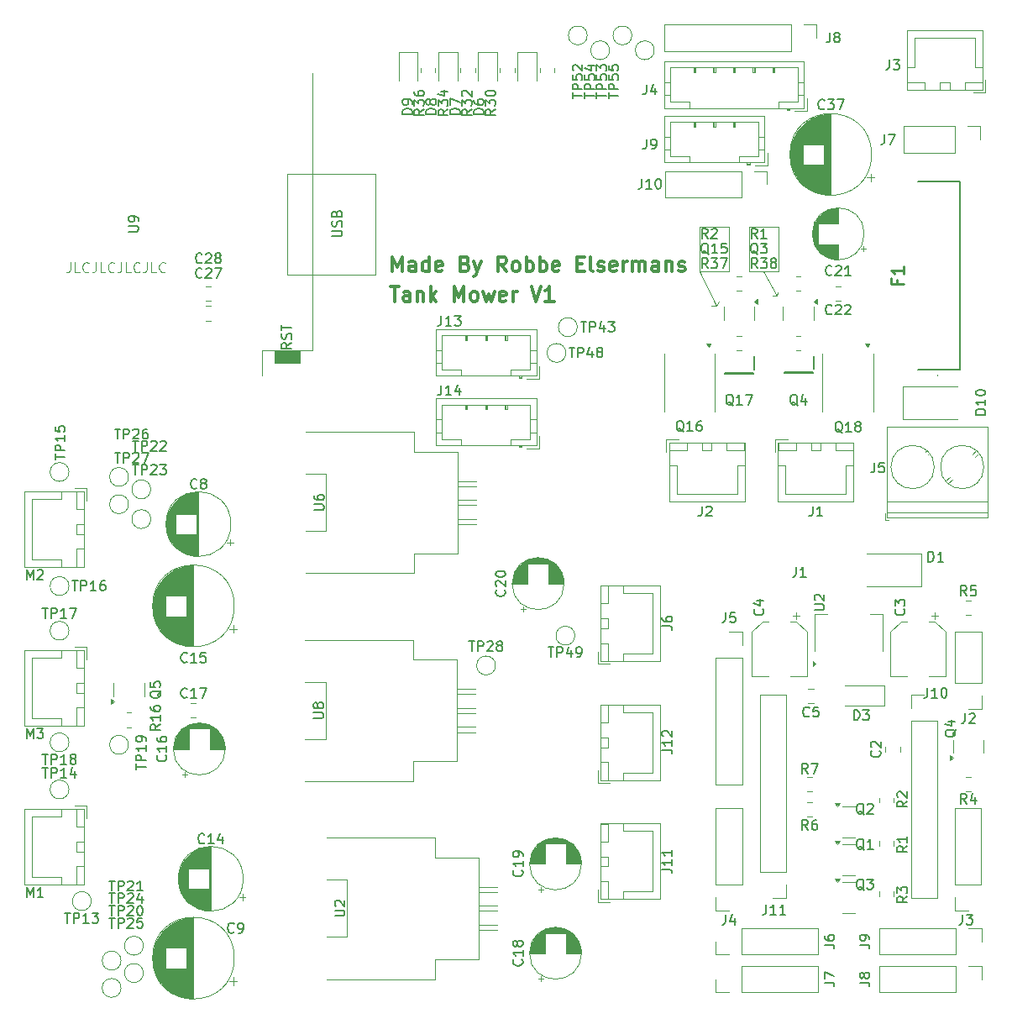
<source format=gbr>
%TF.GenerationSoftware,KiCad,Pcbnew,8.0.5-dirty*%
%TF.CreationDate,2024-10-27T18:43:13+01:00*%
%TF.ProjectId,tank_mower_controller_V1,74616e6b-5f6d-46f7-9765-725f636f6e74,rev?*%
%TF.SameCoordinates,Original*%
%TF.FileFunction,Legend,Top*%
%TF.FilePolarity,Positive*%
%FSLAX46Y46*%
G04 Gerber Fmt 4.6, Leading zero omitted, Abs format (unit mm)*
G04 Created by KiCad (PCBNEW 8.0.5-dirty) date 2024-10-27 18:43:13*
%MOMM*%
%LPD*%
G01*
G04 APERTURE LIST*
%ADD10C,0.100000*%
%ADD11C,0.300000*%
%ADD12C,0.150000*%
%ADD13C,0.254000*%
%ADD14C,0.120000*%
%ADD15C,0.200000*%
G04 APERTURE END LIST*
D10*
X159738000Y-65954000D02*
X162738000Y-65954000D01*
X167538000Y-72904000D02*
X167138000Y-72904000D01*
X164738000Y-70454000D02*
X164738000Y-65954000D01*
X162738000Y-65954000D02*
X162738000Y-70454000D01*
X167538000Y-72904000D02*
X167638000Y-72604000D01*
X166238000Y-70454000D02*
X167538000Y-72904000D01*
X167138000Y-72904000D02*
X167538000Y-72904000D01*
X159738000Y-70454000D02*
X159738000Y-65954000D01*
X161488000Y-73954000D02*
X161738000Y-73504000D01*
X161488000Y-73954000D02*
X160988000Y-73954000D01*
X167738000Y-65954000D02*
X167738000Y-70454000D01*
X159738000Y-70454000D02*
X161488000Y-73954000D01*
X167738000Y-70454000D02*
X164738000Y-70454000D01*
X160988000Y-73954000D02*
X161488000Y-73954000D01*
X162738000Y-70454000D02*
X159738000Y-70454000D01*
X164738000Y-65954000D02*
X167738000Y-65954000D01*
X96327598Y-69576419D02*
X96327598Y-70290704D01*
X96327598Y-70290704D02*
X96279979Y-70433561D01*
X96279979Y-70433561D02*
X96184741Y-70528800D01*
X96184741Y-70528800D02*
X96041884Y-70576419D01*
X96041884Y-70576419D02*
X95946646Y-70576419D01*
X97279979Y-70576419D02*
X96803789Y-70576419D01*
X96803789Y-70576419D02*
X96803789Y-69576419D01*
X98184741Y-70481180D02*
X98137122Y-70528800D01*
X98137122Y-70528800D02*
X97994265Y-70576419D01*
X97994265Y-70576419D02*
X97899027Y-70576419D01*
X97899027Y-70576419D02*
X97756170Y-70528800D01*
X97756170Y-70528800D02*
X97660932Y-70433561D01*
X97660932Y-70433561D02*
X97613313Y-70338323D01*
X97613313Y-70338323D02*
X97565694Y-70147847D01*
X97565694Y-70147847D02*
X97565694Y-70004990D01*
X97565694Y-70004990D02*
X97613313Y-69814514D01*
X97613313Y-69814514D02*
X97660932Y-69719276D01*
X97660932Y-69719276D02*
X97756170Y-69624038D01*
X97756170Y-69624038D02*
X97899027Y-69576419D01*
X97899027Y-69576419D02*
X97994265Y-69576419D01*
X97994265Y-69576419D02*
X98137122Y-69624038D01*
X98137122Y-69624038D02*
X98184741Y-69671657D01*
X98899027Y-69576419D02*
X98899027Y-70290704D01*
X98899027Y-70290704D02*
X98851408Y-70433561D01*
X98851408Y-70433561D02*
X98756170Y-70528800D01*
X98756170Y-70528800D02*
X98613313Y-70576419D01*
X98613313Y-70576419D02*
X98518075Y-70576419D01*
X99851408Y-70576419D02*
X99375218Y-70576419D01*
X99375218Y-70576419D02*
X99375218Y-69576419D01*
X100756170Y-70481180D02*
X100708551Y-70528800D01*
X100708551Y-70528800D02*
X100565694Y-70576419D01*
X100565694Y-70576419D02*
X100470456Y-70576419D01*
X100470456Y-70576419D02*
X100327599Y-70528800D01*
X100327599Y-70528800D02*
X100232361Y-70433561D01*
X100232361Y-70433561D02*
X100184742Y-70338323D01*
X100184742Y-70338323D02*
X100137123Y-70147847D01*
X100137123Y-70147847D02*
X100137123Y-70004990D01*
X100137123Y-70004990D02*
X100184742Y-69814514D01*
X100184742Y-69814514D02*
X100232361Y-69719276D01*
X100232361Y-69719276D02*
X100327599Y-69624038D01*
X100327599Y-69624038D02*
X100470456Y-69576419D01*
X100470456Y-69576419D02*
X100565694Y-69576419D01*
X100565694Y-69576419D02*
X100708551Y-69624038D01*
X100708551Y-69624038D02*
X100756170Y-69671657D01*
X101470456Y-69576419D02*
X101470456Y-70290704D01*
X101470456Y-70290704D02*
X101422837Y-70433561D01*
X101422837Y-70433561D02*
X101327599Y-70528800D01*
X101327599Y-70528800D02*
X101184742Y-70576419D01*
X101184742Y-70576419D02*
X101089504Y-70576419D01*
X102422837Y-70576419D02*
X101946647Y-70576419D01*
X101946647Y-70576419D02*
X101946647Y-69576419D01*
X103327599Y-70481180D02*
X103279980Y-70528800D01*
X103279980Y-70528800D02*
X103137123Y-70576419D01*
X103137123Y-70576419D02*
X103041885Y-70576419D01*
X103041885Y-70576419D02*
X102899028Y-70528800D01*
X102899028Y-70528800D02*
X102803790Y-70433561D01*
X102803790Y-70433561D02*
X102756171Y-70338323D01*
X102756171Y-70338323D02*
X102708552Y-70147847D01*
X102708552Y-70147847D02*
X102708552Y-70004990D01*
X102708552Y-70004990D02*
X102756171Y-69814514D01*
X102756171Y-69814514D02*
X102803790Y-69719276D01*
X102803790Y-69719276D02*
X102899028Y-69624038D01*
X102899028Y-69624038D02*
X103041885Y-69576419D01*
X103041885Y-69576419D02*
X103137123Y-69576419D01*
X103137123Y-69576419D02*
X103279980Y-69624038D01*
X103279980Y-69624038D02*
X103327599Y-69671657D01*
X104041885Y-69576419D02*
X104041885Y-70290704D01*
X104041885Y-70290704D02*
X103994266Y-70433561D01*
X103994266Y-70433561D02*
X103899028Y-70528800D01*
X103899028Y-70528800D02*
X103756171Y-70576419D01*
X103756171Y-70576419D02*
X103660933Y-70576419D01*
X104994266Y-70576419D02*
X104518076Y-70576419D01*
X104518076Y-70576419D02*
X104518076Y-69576419D01*
X105899028Y-70481180D02*
X105851409Y-70528800D01*
X105851409Y-70528800D02*
X105708552Y-70576419D01*
X105708552Y-70576419D02*
X105613314Y-70576419D01*
X105613314Y-70576419D02*
X105470457Y-70528800D01*
X105470457Y-70528800D02*
X105375219Y-70433561D01*
X105375219Y-70433561D02*
X105327600Y-70338323D01*
X105327600Y-70338323D02*
X105279981Y-70147847D01*
X105279981Y-70147847D02*
X105279981Y-70004990D01*
X105279981Y-70004990D02*
X105327600Y-69814514D01*
X105327600Y-69814514D02*
X105375219Y-69719276D01*
X105375219Y-69719276D02*
X105470457Y-69624038D01*
X105470457Y-69624038D02*
X105613314Y-69576419D01*
X105613314Y-69576419D02*
X105708552Y-69576419D01*
X105708552Y-69576419D02*
X105851409Y-69624038D01*
X105851409Y-69624038D02*
X105899028Y-69671657D01*
D11*
X128792510Y-70504828D02*
X128792510Y-69004828D01*
X128792510Y-69004828D02*
X129292510Y-70076257D01*
X129292510Y-70076257D02*
X129792510Y-69004828D01*
X129792510Y-69004828D02*
X129792510Y-70504828D01*
X131149654Y-70504828D02*
X131149654Y-69719114D01*
X131149654Y-69719114D02*
X131078225Y-69576257D01*
X131078225Y-69576257D02*
X130935368Y-69504828D01*
X130935368Y-69504828D02*
X130649654Y-69504828D01*
X130649654Y-69504828D02*
X130506796Y-69576257D01*
X131149654Y-70433400D02*
X131006796Y-70504828D01*
X131006796Y-70504828D02*
X130649654Y-70504828D01*
X130649654Y-70504828D02*
X130506796Y-70433400D01*
X130506796Y-70433400D02*
X130435368Y-70290542D01*
X130435368Y-70290542D02*
X130435368Y-70147685D01*
X130435368Y-70147685D02*
X130506796Y-70004828D01*
X130506796Y-70004828D02*
X130649654Y-69933400D01*
X130649654Y-69933400D02*
X131006796Y-69933400D01*
X131006796Y-69933400D02*
X131149654Y-69861971D01*
X132506797Y-70504828D02*
X132506797Y-69004828D01*
X132506797Y-70433400D02*
X132363939Y-70504828D01*
X132363939Y-70504828D02*
X132078225Y-70504828D01*
X132078225Y-70504828D02*
X131935368Y-70433400D01*
X131935368Y-70433400D02*
X131863939Y-70361971D01*
X131863939Y-70361971D02*
X131792511Y-70219114D01*
X131792511Y-70219114D02*
X131792511Y-69790542D01*
X131792511Y-69790542D02*
X131863939Y-69647685D01*
X131863939Y-69647685D02*
X131935368Y-69576257D01*
X131935368Y-69576257D02*
X132078225Y-69504828D01*
X132078225Y-69504828D02*
X132363939Y-69504828D01*
X132363939Y-69504828D02*
X132506797Y-69576257D01*
X133792511Y-70433400D02*
X133649654Y-70504828D01*
X133649654Y-70504828D02*
X133363940Y-70504828D01*
X133363940Y-70504828D02*
X133221082Y-70433400D01*
X133221082Y-70433400D02*
X133149654Y-70290542D01*
X133149654Y-70290542D02*
X133149654Y-69719114D01*
X133149654Y-69719114D02*
X133221082Y-69576257D01*
X133221082Y-69576257D02*
X133363940Y-69504828D01*
X133363940Y-69504828D02*
X133649654Y-69504828D01*
X133649654Y-69504828D02*
X133792511Y-69576257D01*
X133792511Y-69576257D02*
X133863940Y-69719114D01*
X133863940Y-69719114D02*
X133863940Y-69861971D01*
X133863940Y-69861971D02*
X133149654Y-70004828D01*
X136149653Y-69719114D02*
X136363939Y-69790542D01*
X136363939Y-69790542D02*
X136435368Y-69861971D01*
X136435368Y-69861971D02*
X136506796Y-70004828D01*
X136506796Y-70004828D02*
X136506796Y-70219114D01*
X136506796Y-70219114D02*
X136435368Y-70361971D01*
X136435368Y-70361971D02*
X136363939Y-70433400D01*
X136363939Y-70433400D02*
X136221082Y-70504828D01*
X136221082Y-70504828D02*
X135649653Y-70504828D01*
X135649653Y-70504828D02*
X135649653Y-69004828D01*
X135649653Y-69004828D02*
X136149653Y-69004828D01*
X136149653Y-69004828D02*
X136292511Y-69076257D01*
X136292511Y-69076257D02*
X136363939Y-69147685D01*
X136363939Y-69147685D02*
X136435368Y-69290542D01*
X136435368Y-69290542D02*
X136435368Y-69433400D01*
X136435368Y-69433400D02*
X136363939Y-69576257D01*
X136363939Y-69576257D02*
X136292511Y-69647685D01*
X136292511Y-69647685D02*
X136149653Y-69719114D01*
X136149653Y-69719114D02*
X135649653Y-69719114D01*
X137006796Y-69504828D02*
X137363939Y-70504828D01*
X137721082Y-69504828D02*
X137363939Y-70504828D01*
X137363939Y-70504828D02*
X137221082Y-70861971D01*
X137221082Y-70861971D02*
X137149653Y-70933400D01*
X137149653Y-70933400D02*
X137006796Y-71004828D01*
X140292510Y-70504828D02*
X139792510Y-69790542D01*
X139435367Y-70504828D02*
X139435367Y-69004828D01*
X139435367Y-69004828D02*
X140006796Y-69004828D01*
X140006796Y-69004828D02*
X140149653Y-69076257D01*
X140149653Y-69076257D02*
X140221082Y-69147685D01*
X140221082Y-69147685D02*
X140292510Y-69290542D01*
X140292510Y-69290542D02*
X140292510Y-69504828D01*
X140292510Y-69504828D02*
X140221082Y-69647685D01*
X140221082Y-69647685D02*
X140149653Y-69719114D01*
X140149653Y-69719114D02*
X140006796Y-69790542D01*
X140006796Y-69790542D02*
X139435367Y-69790542D01*
X141149653Y-70504828D02*
X141006796Y-70433400D01*
X141006796Y-70433400D02*
X140935367Y-70361971D01*
X140935367Y-70361971D02*
X140863939Y-70219114D01*
X140863939Y-70219114D02*
X140863939Y-69790542D01*
X140863939Y-69790542D02*
X140935367Y-69647685D01*
X140935367Y-69647685D02*
X141006796Y-69576257D01*
X141006796Y-69576257D02*
X141149653Y-69504828D01*
X141149653Y-69504828D02*
X141363939Y-69504828D01*
X141363939Y-69504828D02*
X141506796Y-69576257D01*
X141506796Y-69576257D02*
X141578225Y-69647685D01*
X141578225Y-69647685D02*
X141649653Y-69790542D01*
X141649653Y-69790542D02*
X141649653Y-70219114D01*
X141649653Y-70219114D02*
X141578225Y-70361971D01*
X141578225Y-70361971D02*
X141506796Y-70433400D01*
X141506796Y-70433400D02*
X141363939Y-70504828D01*
X141363939Y-70504828D02*
X141149653Y-70504828D01*
X142292510Y-70504828D02*
X142292510Y-69004828D01*
X142292510Y-69576257D02*
X142435368Y-69504828D01*
X142435368Y-69504828D02*
X142721082Y-69504828D01*
X142721082Y-69504828D02*
X142863939Y-69576257D01*
X142863939Y-69576257D02*
X142935368Y-69647685D01*
X142935368Y-69647685D02*
X143006796Y-69790542D01*
X143006796Y-69790542D02*
X143006796Y-70219114D01*
X143006796Y-70219114D02*
X142935368Y-70361971D01*
X142935368Y-70361971D02*
X142863939Y-70433400D01*
X142863939Y-70433400D02*
X142721082Y-70504828D01*
X142721082Y-70504828D02*
X142435368Y-70504828D01*
X142435368Y-70504828D02*
X142292510Y-70433400D01*
X143649653Y-70504828D02*
X143649653Y-69004828D01*
X143649653Y-69576257D02*
X143792511Y-69504828D01*
X143792511Y-69504828D02*
X144078225Y-69504828D01*
X144078225Y-69504828D02*
X144221082Y-69576257D01*
X144221082Y-69576257D02*
X144292511Y-69647685D01*
X144292511Y-69647685D02*
X144363939Y-69790542D01*
X144363939Y-69790542D02*
X144363939Y-70219114D01*
X144363939Y-70219114D02*
X144292511Y-70361971D01*
X144292511Y-70361971D02*
X144221082Y-70433400D01*
X144221082Y-70433400D02*
X144078225Y-70504828D01*
X144078225Y-70504828D02*
X143792511Y-70504828D01*
X143792511Y-70504828D02*
X143649653Y-70433400D01*
X145578225Y-70433400D02*
X145435368Y-70504828D01*
X145435368Y-70504828D02*
X145149654Y-70504828D01*
X145149654Y-70504828D02*
X145006796Y-70433400D01*
X145006796Y-70433400D02*
X144935368Y-70290542D01*
X144935368Y-70290542D02*
X144935368Y-69719114D01*
X144935368Y-69719114D02*
X145006796Y-69576257D01*
X145006796Y-69576257D02*
X145149654Y-69504828D01*
X145149654Y-69504828D02*
X145435368Y-69504828D01*
X145435368Y-69504828D02*
X145578225Y-69576257D01*
X145578225Y-69576257D02*
X145649654Y-69719114D01*
X145649654Y-69719114D02*
X145649654Y-69861971D01*
X145649654Y-69861971D02*
X144935368Y-70004828D01*
X147435367Y-69719114D02*
X147935367Y-69719114D01*
X148149653Y-70504828D02*
X147435367Y-70504828D01*
X147435367Y-70504828D02*
X147435367Y-69004828D01*
X147435367Y-69004828D02*
X148149653Y-69004828D01*
X149006796Y-70504828D02*
X148863939Y-70433400D01*
X148863939Y-70433400D02*
X148792510Y-70290542D01*
X148792510Y-70290542D02*
X148792510Y-69004828D01*
X149506796Y-70433400D02*
X149649653Y-70504828D01*
X149649653Y-70504828D02*
X149935367Y-70504828D01*
X149935367Y-70504828D02*
X150078224Y-70433400D01*
X150078224Y-70433400D02*
X150149653Y-70290542D01*
X150149653Y-70290542D02*
X150149653Y-70219114D01*
X150149653Y-70219114D02*
X150078224Y-70076257D01*
X150078224Y-70076257D02*
X149935367Y-70004828D01*
X149935367Y-70004828D02*
X149721082Y-70004828D01*
X149721082Y-70004828D02*
X149578224Y-69933400D01*
X149578224Y-69933400D02*
X149506796Y-69790542D01*
X149506796Y-69790542D02*
X149506796Y-69719114D01*
X149506796Y-69719114D02*
X149578224Y-69576257D01*
X149578224Y-69576257D02*
X149721082Y-69504828D01*
X149721082Y-69504828D02*
X149935367Y-69504828D01*
X149935367Y-69504828D02*
X150078224Y-69576257D01*
X151363939Y-70433400D02*
X151221082Y-70504828D01*
X151221082Y-70504828D02*
X150935368Y-70504828D01*
X150935368Y-70504828D02*
X150792510Y-70433400D01*
X150792510Y-70433400D02*
X150721082Y-70290542D01*
X150721082Y-70290542D02*
X150721082Y-69719114D01*
X150721082Y-69719114D02*
X150792510Y-69576257D01*
X150792510Y-69576257D02*
X150935368Y-69504828D01*
X150935368Y-69504828D02*
X151221082Y-69504828D01*
X151221082Y-69504828D02*
X151363939Y-69576257D01*
X151363939Y-69576257D02*
X151435368Y-69719114D01*
X151435368Y-69719114D02*
X151435368Y-69861971D01*
X151435368Y-69861971D02*
X150721082Y-70004828D01*
X152078224Y-70504828D02*
X152078224Y-69504828D01*
X152078224Y-69790542D02*
X152149653Y-69647685D01*
X152149653Y-69647685D02*
X152221082Y-69576257D01*
X152221082Y-69576257D02*
X152363939Y-69504828D01*
X152363939Y-69504828D02*
X152506796Y-69504828D01*
X153006795Y-70504828D02*
X153006795Y-69504828D01*
X153006795Y-69647685D02*
X153078224Y-69576257D01*
X153078224Y-69576257D02*
X153221081Y-69504828D01*
X153221081Y-69504828D02*
X153435367Y-69504828D01*
X153435367Y-69504828D02*
X153578224Y-69576257D01*
X153578224Y-69576257D02*
X153649653Y-69719114D01*
X153649653Y-69719114D02*
X153649653Y-70504828D01*
X153649653Y-69719114D02*
X153721081Y-69576257D01*
X153721081Y-69576257D02*
X153863938Y-69504828D01*
X153863938Y-69504828D02*
X154078224Y-69504828D01*
X154078224Y-69504828D02*
X154221081Y-69576257D01*
X154221081Y-69576257D02*
X154292510Y-69719114D01*
X154292510Y-69719114D02*
X154292510Y-70504828D01*
X155649653Y-70504828D02*
X155649653Y-69719114D01*
X155649653Y-69719114D02*
X155578224Y-69576257D01*
X155578224Y-69576257D02*
X155435367Y-69504828D01*
X155435367Y-69504828D02*
X155149653Y-69504828D01*
X155149653Y-69504828D02*
X155006795Y-69576257D01*
X155649653Y-70433400D02*
X155506795Y-70504828D01*
X155506795Y-70504828D02*
X155149653Y-70504828D01*
X155149653Y-70504828D02*
X155006795Y-70433400D01*
X155006795Y-70433400D02*
X154935367Y-70290542D01*
X154935367Y-70290542D02*
X154935367Y-70147685D01*
X154935367Y-70147685D02*
X155006795Y-70004828D01*
X155006795Y-70004828D02*
X155149653Y-69933400D01*
X155149653Y-69933400D02*
X155506795Y-69933400D01*
X155506795Y-69933400D02*
X155649653Y-69861971D01*
X156363938Y-69504828D02*
X156363938Y-70504828D01*
X156363938Y-69647685D02*
X156435367Y-69576257D01*
X156435367Y-69576257D02*
X156578224Y-69504828D01*
X156578224Y-69504828D02*
X156792510Y-69504828D01*
X156792510Y-69504828D02*
X156935367Y-69576257D01*
X156935367Y-69576257D02*
X157006796Y-69719114D01*
X157006796Y-69719114D02*
X157006796Y-70504828D01*
X157649653Y-70433400D02*
X157792510Y-70504828D01*
X157792510Y-70504828D02*
X158078224Y-70504828D01*
X158078224Y-70504828D02*
X158221081Y-70433400D01*
X158221081Y-70433400D02*
X158292510Y-70290542D01*
X158292510Y-70290542D02*
X158292510Y-70219114D01*
X158292510Y-70219114D02*
X158221081Y-70076257D01*
X158221081Y-70076257D02*
X158078224Y-70004828D01*
X158078224Y-70004828D02*
X157863939Y-70004828D01*
X157863939Y-70004828D02*
X157721081Y-69933400D01*
X157721081Y-69933400D02*
X157649653Y-69790542D01*
X157649653Y-69790542D02*
X157649653Y-69719114D01*
X157649653Y-69719114D02*
X157721081Y-69576257D01*
X157721081Y-69576257D02*
X157863939Y-69504828D01*
X157863939Y-69504828D02*
X158078224Y-69504828D01*
X158078224Y-69504828D02*
X158221081Y-69576257D01*
X128578225Y-72004828D02*
X129435368Y-72004828D01*
X129006796Y-73504828D02*
X129006796Y-72004828D01*
X130578225Y-73504828D02*
X130578225Y-72719114D01*
X130578225Y-72719114D02*
X130506796Y-72576257D01*
X130506796Y-72576257D02*
X130363939Y-72504828D01*
X130363939Y-72504828D02*
X130078225Y-72504828D01*
X130078225Y-72504828D02*
X129935367Y-72576257D01*
X130578225Y-73433400D02*
X130435367Y-73504828D01*
X130435367Y-73504828D02*
X130078225Y-73504828D01*
X130078225Y-73504828D02*
X129935367Y-73433400D01*
X129935367Y-73433400D02*
X129863939Y-73290542D01*
X129863939Y-73290542D02*
X129863939Y-73147685D01*
X129863939Y-73147685D02*
X129935367Y-73004828D01*
X129935367Y-73004828D02*
X130078225Y-72933400D01*
X130078225Y-72933400D02*
X130435367Y-72933400D01*
X130435367Y-72933400D02*
X130578225Y-72861971D01*
X131292510Y-72504828D02*
X131292510Y-73504828D01*
X131292510Y-72647685D02*
X131363939Y-72576257D01*
X131363939Y-72576257D02*
X131506796Y-72504828D01*
X131506796Y-72504828D02*
X131721082Y-72504828D01*
X131721082Y-72504828D02*
X131863939Y-72576257D01*
X131863939Y-72576257D02*
X131935368Y-72719114D01*
X131935368Y-72719114D02*
X131935368Y-73504828D01*
X132649653Y-73504828D02*
X132649653Y-72004828D01*
X132792511Y-72933400D02*
X133221082Y-73504828D01*
X133221082Y-72504828D02*
X132649653Y-73076257D01*
X135006796Y-73504828D02*
X135006796Y-72004828D01*
X135006796Y-72004828D02*
X135506796Y-73076257D01*
X135506796Y-73076257D02*
X136006796Y-72004828D01*
X136006796Y-72004828D02*
X136006796Y-73504828D01*
X136935368Y-73504828D02*
X136792511Y-73433400D01*
X136792511Y-73433400D02*
X136721082Y-73361971D01*
X136721082Y-73361971D02*
X136649654Y-73219114D01*
X136649654Y-73219114D02*
X136649654Y-72790542D01*
X136649654Y-72790542D02*
X136721082Y-72647685D01*
X136721082Y-72647685D02*
X136792511Y-72576257D01*
X136792511Y-72576257D02*
X136935368Y-72504828D01*
X136935368Y-72504828D02*
X137149654Y-72504828D01*
X137149654Y-72504828D02*
X137292511Y-72576257D01*
X137292511Y-72576257D02*
X137363940Y-72647685D01*
X137363940Y-72647685D02*
X137435368Y-72790542D01*
X137435368Y-72790542D02*
X137435368Y-73219114D01*
X137435368Y-73219114D02*
X137363940Y-73361971D01*
X137363940Y-73361971D02*
X137292511Y-73433400D01*
X137292511Y-73433400D02*
X137149654Y-73504828D01*
X137149654Y-73504828D02*
X136935368Y-73504828D01*
X137935368Y-72504828D02*
X138221083Y-73504828D01*
X138221083Y-73504828D02*
X138506797Y-72790542D01*
X138506797Y-72790542D02*
X138792511Y-73504828D01*
X138792511Y-73504828D02*
X139078225Y-72504828D01*
X140221083Y-73433400D02*
X140078226Y-73504828D01*
X140078226Y-73504828D02*
X139792512Y-73504828D01*
X139792512Y-73504828D02*
X139649654Y-73433400D01*
X139649654Y-73433400D02*
X139578226Y-73290542D01*
X139578226Y-73290542D02*
X139578226Y-72719114D01*
X139578226Y-72719114D02*
X139649654Y-72576257D01*
X139649654Y-72576257D02*
X139792512Y-72504828D01*
X139792512Y-72504828D02*
X140078226Y-72504828D01*
X140078226Y-72504828D02*
X140221083Y-72576257D01*
X140221083Y-72576257D02*
X140292512Y-72719114D01*
X140292512Y-72719114D02*
X140292512Y-72861971D01*
X140292512Y-72861971D02*
X139578226Y-73004828D01*
X140935368Y-73504828D02*
X140935368Y-72504828D01*
X140935368Y-72790542D02*
X141006797Y-72647685D01*
X141006797Y-72647685D02*
X141078226Y-72576257D01*
X141078226Y-72576257D02*
X141221083Y-72504828D01*
X141221083Y-72504828D02*
X141363940Y-72504828D01*
X142792511Y-72004828D02*
X143292511Y-73504828D01*
X143292511Y-73504828D02*
X143792511Y-72004828D01*
X145078225Y-73504828D02*
X144221082Y-73504828D01*
X144649653Y-73504828D02*
X144649653Y-72004828D01*
X144649653Y-72004828D02*
X144506796Y-72219114D01*
X144506796Y-72219114D02*
X144363939Y-72361971D01*
X144363939Y-72361971D02*
X144221082Y-72433400D01*
D12*
X133728476Y-74958819D02*
X133728476Y-75673104D01*
X133728476Y-75673104D02*
X133680857Y-75815961D01*
X133680857Y-75815961D02*
X133585619Y-75911200D01*
X133585619Y-75911200D02*
X133442762Y-75958819D01*
X133442762Y-75958819D02*
X133347524Y-75958819D01*
X134728476Y-75958819D02*
X134157048Y-75958819D01*
X134442762Y-75958819D02*
X134442762Y-74958819D01*
X134442762Y-74958819D02*
X134347524Y-75101676D01*
X134347524Y-75101676D02*
X134252286Y-75196914D01*
X134252286Y-75196914D02*
X134157048Y-75244533D01*
X135061810Y-74958819D02*
X135680857Y-74958819D01*
X135680857Y-74958819D02*
X135347524Y-75339771D01*
X135347524Y-75339771D02*
X135490381Y-75339771D01*
X135490381Y-75339771D02*
X135585619Y-75387390D01*
X135585619Y-75387390D02*
X135633238Y-75435009D01*
X135633238Y-75435009D02*
X135680857Y-75530247D01*
X135680857Y-75530247D02*
X135680857Y-75768342D01*
X135680857Y-75768342D02*
X135633238Y-75863580D01*
X135633238Y-75863580D02*
X135585619Y-75911200D01*
X135585619Y-75911200D02*
X135490381Y-75958819D01*
X135490381Y-75958819D02*
X135204667Y-75958819D01*
X135204667Y-75958819D02*
X135109429Y-75911200D01*
X135109429Y-75911200D02*
X135061810Y-75863580D01*
X148192819Y-53042094D02*
X148192819Y-52470666D01*
X149192819Y-52756380D02*
X148192819Y-52756380D01*
X149192819Y-52137332D02*
X148192819Y-52137332D01*
X148192819Y-52137332D02*
X148192819Y-51756380D01*
X148192819Y-51756380D02*
X148240438Y-51661142D01*
X148240438Y-51661142D02*
X148288057Y-51613523D01*
X148288057Y-51613523D02*
X148383295Y-51565904D01*
X148383295Y-51565904D02*
X148526152Y-51565904D01*
X148526152Y-51565904D02*
X148621390Y-51613523D01*
X148621390Y-51613523D02*
X148669009Y-51661142D01*
X148669009Y-51661142D02*
X148716628Y-51756380D01*
X148716628Y-51756380D02*
X148716628Y-52137332D01*
X148192819Y-50661142D02*
X148192819Y-51137332D01*
X148192819Y-51137332D02*
X148669009Y-51184951D01*
X148669009Y-51184951D02*
X148621390Y-51137332D01*
X148621390Y-51137332D02*
X148573771Y-51042094D01*
X148573771Y-51042094D02*
X148573771Y-50803999D01*
X148573771Y-50803999D02*
X148621390Y-50708761D01*
X148621390Y-50708761D02*
X148669009Y-50661142D01*
X148669009Y-50661142D02*
X148764247Y-50613523D01*
X148764247Y-50613523D02*
X149002342Y-50613523D01*
X149002342Y-50613523D02*
X149097580Y-50661142D01*
X149097580Y-50661142D02*
X149145200Y-50708761D01*
X149145200Y-50708761D02*
X149192819Y-50803999D01*
X149192819Y-50803999D02*
X149192819Y-51042094D01*
X149192819Y-51042094D02*
X149145200Y-51137332D01*
X149145200Y-51137332D02*
X149097580Y-51184951D01*
X148526152Y-49756380D02*
X149192819Y-49756380D01*
X148145200Y-49994475D02*
X148859485Y-50232570D01*
X148859485Y-50232570D02*
X148859485Y-49613523D01*
X91928476Y-117558819D02*
X91928476Y-116558819D01*
X91928476Y-116558819D02*
X92261809Y-117273104D01*
X92261809Y-117273104D02*
X92595142Y-116558819D01*
X92595142Y-116558819D02*
X92595142Y-117558819D01*
X92976095Y-116558819D02*
X93595142Y-116558819D01*
X93595142Y-116558819D02*
X93261809Y-116939771D01*
X93261809Y-116939771D02*
X93404666Y-116939771D01*
X93404666Y-116939771D02*
X93499904Y-116987390D01*
X93499904Y-116987390D02*
X93547523Y-117035009D01*
X93547523Y-117035009D02*
X93595142Y-117130247D01*
X93595142Y-117130247D02*
X93595142Y-117368342D01*
X93595142Y-117368342D02*
X93547523Y-117463580D01*
X93547523Y-117463580D02*
X93499904Y-117511200D01*
X93499904Y-117511200D02*
X93404666Y-117558819D01*
X93404666Y-117558819D02*
X93118952Y-117558819D01*
X93118952Y-117558819D02*
X93023714Y-117511200D01*
X93023714Y-117511200D02*
X92976095Y-117463580D01*
X166135580Y-104530666D02*
X166183200Y-104578285D01*
X166183200Y-104578285D02*
X166230819Y-104721142D01*
X166230819Y-104721142D02*
X166230819Y-104816380D01*
X166230819Y-104816380D02*
X166183200Y-104959237D01*
X166183200Y-104959237D02*
X166087961Y-105054475D01*
X166087961Y-105054475D02*
X165992723Y-105102094D01*
X165992723Y-105102094D02*
X165802247Y-105149713D01*
X165802247Y-105149713D02*
X165659390Y-105149713D01*
X165659390Y-105149713D02*
X165468914Y-105102094D01*
X165468914Y-105102094D02*
X165373676Y-105054475D01*
X165373676Y-105054475D02*
X165278438Y-104959237D01*
X165278438Y-104959237D02*
X165230819Y-104816380D01*
X165230819Y-104816380D02*
X165230819Y-104721142D01*
X165230819Y-104721142D02*
X165278438Y-104578285D01*
X165278438Y-104578285D02*
X165326057Y-104530666D01*
X165564152Y-103673523D02*
X166230819Y-103673523D01*
X165183200Y-103911618D02*
X165897485Y-104149713D01*
X165897485Y-104149713D02*
X165897485Y-103530666D01*
X188592819Y-84918285D02*
X187592819Y-84918285D01*
X187592819Y-84918285D02*
X187592819Y-84680190D01*
X187592819Y-84680190D02*
X187640438Y-84537333D01*
X187640438Y-84537333D02*
X187735676Y-84442095D01*
X187735676Y-84442095D02*
X187830914Y-84394476D01*
X187830914Y-84394476D02*
X188021390Y-84346857D01*
X188021390Y-84346857D02*
X188164247Y-84346857D01*
X188164247Y-84346857D02*
X188354723Y-84394476D01*
X188354723Y-84394476D02*
X188449961Y-84442095D01*
X188449961Y-84442095D02*
X188545200Y-84537333D01*
X188545200Y-84537333D02*
X188592819Y-84680190D01*
X188592819Y-84680190D02*
X188592819Y-84918285D01*
X188592819Y-83394476D02*
X188592819Y-83965904D01*
X188592819Y-83680190D02*
X187592819Y-83680190D01*
X187592819Y-83680190D02*
X187735676Y-83775428D01*
X187735676Y-83775428D02*
X187830914Y-83870666D01*
X187830914Y-83870666D02*
X187878533Y-83965904D01*
X187592819Y-82775428D02*
X187592819Y-82680190D01*
X187592819Y-82680190D02*
X187640438Y-82584952D01*
X187640438Y-82584952D02*
X187688057Y-82537333D01*
X187688057Y-82537333D02*
X187783295Y-82489714D01*
X187783295Y-82489714D02*
X187973771Y-82442095D01*
X187973771Y-82442095D02*
X188211866Y-82442095D01*
X188211866Y-82442095D02*
X188402342Y-82489714D01*
X188402342Y-82489714D02*
X188497580Y-82537333D01*
X188497580Y-82537333D02*
X188545200Y-82584952D01*
X188545200Y-82584952D02*
X188592819Y-82680190D01*
X188592819Y-82680190D02*
X188592819Y-82775428D01*
X188592819Y-82775428D02*
X188545200Y-82870666D01*
X188545200Y-82870666D02*
X188497580Y-82918285D01*
X188497580Y-82918285D02*
X188402342Y-82965904D01*
X188402342Y-82965904D02*
X188211866Y-83013523D01*
X188211866Y-83013523D02*
X187973771Y-83013523D01*
X187973771Y-83013523D02*
X187783295Y-82965904D01*
X187783295Y-82965904D02*
X187688057Y-82918285D01*
X187688057Y-82918285D02*
X187640438Y-82870666D01*
X187640438Y-82870666D02*
X187592819Y-82775428D01*
X105936185Y-119258252D02*
X105983805Y-119305871D01*
X105983805Y-119305871D02*
X106031424Y-119448728D01*
X106031424Y-119448728D02*
X106031424Y-119543966D01*
X106031424Y-119543966D02*
X105983805Y-119686823D01*
X105983805Y-119686823D02*
X105888566Y-119782061D01*
X105888566Y-119782061D02*
X105793328Y-119829680D01*
X105793328Y-119829680D02*
X105602852Y-119877299D01*
X105602852Y-119877299D02*
X105459995Y-119877299D01*
X105459995Y-119877299D02*
X105269519Y-119829680D01*
X105269519Y-119829680D02*
X105174281Y-119782061D01*
X105174281Y-119782061D02*
X105079043Y-119686823D01*
X105079043Y-119686823D02*
X105031424Y-119543966D01*
X105031424Y-119543966D02*
X105031424Y-119448728D01*
X105031424Y-119448728D02*
X105079043Y-119305871D01*
X105079043Y-119305871D02*
X105126662Y-119258252D01*
X106031424Y-118305871D02*
X106031424Y-118877299D01*
X106031424Y-118591585D02*
X105031424Y-118591585D01*
X105031424Y-118591585D02*
X105174281Y-118686823D01*
X105174281Y-118686823D02*
X105269519Y-118782061D01*
X105269519Y-118782061D02*
X105317138Y-118877299D01*
X105031424Y-117448728D02*
X105031424Y-117639204D01*
X105031424Y-117639204D02*
X105079043Y-117734442D01*
X105079043Y-117734442D02*
X105126662Y-117782061D01*
X105126662Y-117782061D02*
X105269519Y-117877299D01*
X105269519Y-117877299D02*
X105459995Y-117924918D01*
X105459995Y-117924918D02*
X105840947Y-117924918D01*
X105840947Y-117924918D02*
X105936185Y-117877299D01*
X105936185Y-117877299D02*
X105983805Y-117829680D01*
X105983805Y-117829680D02*
X106031424Y-117734442D01*
X106031424Y-117734442D02*
X106031424Y-117543966D01*
X106031424Y-117543966D02*
X105983805Y-117448728D01*
X105983805Y-117448728D02*
X105936185Y-117401109D01*
X105936185Y-117401109D02*
X105840947Y-117353490D01*
X105840947Y-117353490D02*
X105602852Y-117353490D01*
X105602852Y-117353490D02*
X105507614Y-117401109D01*
X105507614Y-117401109D02*
X105459995Y-117448728D01*
X105459995Y-117448728D02*
X105412376Y-117543966D01*
X105412376Y-117543966D02*
X105412376Y-117734442D01*
X105412376Y-117734442D02*
X105459995Y-117829680D01*
X105459995Y-117829680D02*
X105507614Y-117877299D01*
X105507614Y-117877299D02*
X105602852Y-117924918D01*
X186691333Y-103168819D02*
X186358000Y-102692628D01*
X186119905Y-103168819D02*
X186119905Y-102168819D01*
X186119905Y-102168819D02*
X186500857Y-102168819D01*
X186500857Y-102168819D02*
X186596095Y-102216438D01*
X186596095Y-102216438D02*
X186643714Y-102264057D01*
X186643714Y-102264057D02*
X186691333Y-102359295D01*
X186691333Y-102359295D02*
X186691333Y-102502152D01*
X186691333Y-102502152D02*
X186643714Y-102597390D01*
X186643714Y-102597390D02*
X186596095Y-102645009D01*
X186596095Y-102645009D02*
X186500857Y-102692628D01*
X186500857Y-102692628D02*
X186119905Y-102692628D01*
X187596095Y-102168819D02*
X187119905Y-102168819D01*
X187119905Y-102168819D02*
X187072286Y-102645009D01*
X187072286Y-102645009D02*
X187119905Y-102597390D01*
X187119905Y-102597390D02*
X187215143Y-102549771D01*
X187215143Y-102549771D02*
X187453238Y-102549771D01*
X187453238Y-102549771D02*
X187548476Y-102597390D01*
X187548476Y-102597390D02*
X187596095Y-102645009D01*
X187596095Y-102645009D02*
X187643714Y-102740247D01*
X187643714Y-102740247D02*
X187643714Y-102978342D01*
X187643714Y-102978342D02*
X187596095Y-103073580D01*
X187596095Y-103073580D02*
X187548476Y-103121200D01*
X187548476Y-103121200D02*
X187453238Y-103168819D01*
X187453238Y-103168819D02*
X187215143Y-103168819D01*
X187215143Y-103168819D02*
X187119905Y-103121200D01*
X187119905Y-103121200D02*
X187072286Y-103073580D01*
X139192819Y-54146857D02*
X138716628Y-54480190D01*
X139192819Y-54718285D02*
X138192819Y-54718285D01*
X138192819Y-54718285D02*
X138192819Y-54337333D01*
X138192819Y-54337333D02*
X138240438Y-54242095D01*
X138240438Y-54242095D02*
X138288057Y-54194476D01*
X138288057Y-54194476D02*
X138383295Y-54146857D01*
X138383295Y-54146857D02*
X138526152Y-54146857D01*
X138526152Y-54146857D02*
X138621390Y-54194476D01*
X138621390Y-54194476D02*
X138669009Y-54242095D01*
X138669009Y-54242095D02*
X138716628Y-54337333D01*
X138716628Y-54337333D02*
X138716628Y-54718285D01*
X138192819Y-53813523D02*
X138192819Y-53194476D01*
X138192819Y-53194476D02*
X138573771Y-53527809D01*
X138573771Y-53527809D02*
X138573771Y-53384952D01*
X138573771Y-53384952D02*
X138621390Y-53289714D01*
X138621390Y-53289714D02*
X138669009Y-53242095D01*
X138669009Y-53242095D02*
X138764247Y-53194476D01*
X138764247Y-53194476D02*
X139002342Y-53194476D01*
X139002342Y-53194476D02*
X139097580Y-53242095D01*
X139097580Y-53242095D02*
X139145200Y-53289714D01*
X139145200Y-53289714D02*
X139192819Y-53384952D01*
X139192819Y-53384952D02*
X139192819Y-53670666D01*
X139192819Y-53670666D02*
X139145200Y-53765904D01*
X139145200Y-53765904D02*
X139097580Y-53813523D01*
X138192819Y-52575428D02*
X138192819Y-52480190D01*
X138192819Y-52480190D02*
X138240438Y-52384952D01*
X138240438Y-52384952D02*
X138288057Y-52337333D01*
X138288057Y-52337333D02*
X138383295Y-52289714D01*
X138383295Y-52289714D02*
X138573771Y-52242095D01*
X138573771Y-52242095D02*
X138811866Y-52242095D01*
X138811866Y-52242095D02*
X139002342Y-52289714D01*
X139002342Y-52289714D02*
X139097580Y-52337333D01*
X139097580Y-52337333D02*
X139145200Y-52384952D01*
X139145200Y-52384952D02*
X139192819Y-52480190D01*
X139192819Y-52480190D02*
X139192819Y-52575428D01*
X139192819Y-52575428D02*
X139145200Y-52670666D01*
X139145200Y-52670666D02*
X139097580Y-52718285D01*
X139097580Y-52718285D02*
X139002342Y-52765904D01*
X139002342Y-52765904D02*
X138811866Y-52813523D01*
X138811866Y-52813523D02*
X138573771Y-52813523D01*
X138573771Y-52813523D02*
X138383295Y-52765904D01*
X138383295Y-52765904D02*
X138288057Y-52718285D01*
X138288057Y-52718285D02*
X138240438Y-52670666D01*
X138240438Y-52670666D02*
X138192819Y-52575428D01*
X185630057Y-116651238D02*
X185582438Y-116746476D01*
X185582438Y-116746476D02*
X185487200Y-116841714D01*
X185487200Y-116841714D02*
X185344342Y-116984571D01*
X185344342Y-116984571D02*
X185296723Y-117079809D01*
X185296723Y-117079809D02*
X185296723Y-117175047D01*
X185534819Y-117127428D02*
X185487200Y-117222666D01*
X185487200Y-117222666D02*
X185391961Y-117317904D01*
X185391961Y-117317904D02*
X185201485Y-117365523D01*
X185201485Y-117365523D02*
X184868152Y-117365523D01*
X184868152Y-117365523D02*
X184677676Y-117317904D01*
X184677676Y-117317904D02*
X184582438Y-117222666D01*
X184582438Y-117222666D02*
X184534819Y-117127428D01*
X184534819Y-117127428D02*
X184534819Y-116936952D01*
X184534819Y-116936952D02*
X184582438Y-116841714D01*
X184582438Y-116841714D02*
X184677676Y-116746476D01*
X184677676Y-116746476D02*
X184868152Y-116698857D01*
X184868152Y-116698857D02*
X185201485Y-116698857D01*
X185201485Y-116698857D02*
X185391961Y-116746476D01*
X185391961Y-116746476D02*
X185487200Y-116841714D01*
X185487200Y-116841714D02*
X185534819Y-116936952D01*
X185534819Y-116936952D02*
X185534819Y-117127428D01*
X184868152Y-115841714D02*
X185534819Y-115841714D01*
X184487200Y-116079809D02*
X185201485Y-116317904D01*
X185201485Y-116317904D02*
X185201485Y-115698857D01*
X112821333Y-137063580D02*
X112773714Y-137111200D01*
X112773714Y-137111200D02*
X112630857Y-137158819D01*
X112630857Y-137158819D02*
X112535619Y-137158819D01*
X112535619Y-137158819D02*
X112392762Y-137111200D01*
X112392762Y-137111200D02*
X112297524Y-137015961D01*
X112297524Y-137015961D02*
X112249905Y-136920723D01*
X112249905Y-136920723D02*
X112202286Y-136730247D01*
X112202286Y-136730247D02*
X112202286Y-136587390D01*
X112202286Y-136587390D02*
X112249905Y-136396914D01*
X112249905Y-136396914D02*
X112297524Y-136301676D01*
X112297524Y-136301676D02*
X112392762Y-136206438D01*
X112392762Y-136206438D02*
X112535619Y-136158819D01*
X112535619Y-136158819D02*
X112630857Y-136158819D01*
X112630857Y-136158819D02*
X112773714Y-136206438D01*
X112773714Y-136206438D02*
X112821333Y-136254057D01*
X113297524Y-137158819D02*
X113488000Y-137158819D01*
X113488000Y-137158819D02*
X113583238Y-137111200D01*
X113583238Y-137111200D02*
X113630857Y-137063580D01*
X113630857Y-137063580D02*
X113726095Y-136920723D01*
X113726095Y-136920723D02*
X113773714Y-136730247D01*
X113773714Y-136730247D02*
X113773714Y-136349295D01*
X113773714Y-136349295D02*
X113726095Y-136254057D01*
X113726095Y-136254057D02*
X113678476Y-136206438D01*
X113678476Y-136206438D02*
X113583238Y-136158819D01*
X113583238Y-136158819D02*
X113392762Y-136158819D01*
X113392762Y-136158819D02*
X113297524Y-136206438D01*
X113297524Y-136206438D02*
X113249905Y-136254057D01*
X113249905Y-136254057D02*
X113202286Y-136349295D01*
X113202286Y-136349295D02*
X113202286Y-136587390D01*
X113202286Y-136587390D02*
X113249905Y-136682628D01*
X113249905Y-136682628D02*
X113297524Y-136730247D01*
X113297524Y-136730247D02*
X113392762Y-136777866D01*
X113392762Y-136777866D02*
X113583238Y-136777866D01*
X113583238Y-136777866D02*
X113678476Y-136730247D01*
X113678476Y-136730247D02*
X113726095Y-136682628D01*
X113726095Y-136682628D02*
X113773714Y-136587390D01*
X172345142Y-54063580D02*
X172297523Y-54111200D01*
X172297523Y-54111200D02*
X172154666Y-54158819D01*
X172154666Y-54158819D02*
X172059428Y-54158819D01*
X172059428Y-54158819D02*
X171916571Y-54111200D01*
X171916571Y-54111200D02*
X171821333Y-54015961D01*
X171821333Y-54015961D02*
X171773714Y-53920723D01*
X171773714Y-53920723D02*
X171726095Y-53730247D01*
X171726095Y-53730247D02*
X171726095Y-53587390D01*
X171726095Y-53587390D02*
X171773714Y-53396914D01*
X171773714Y-53396914D02*
X171821333Y-53301676D01*
X171821333Y-53301676D02*
X171916571Y-53206438D01*
X171916571Y-53206438D02*
X172059428Y-53158819D01*
X172059428Y-53158819D02*
X172154666Y-53158819D01*
X172154666Y-53158819D02*
X172297523Y-53206438D01*
X172297523Y-53206438D02*
X172345142Y-53254057D01*
X172678476Y-53158819D02*
X173297523Y-53158819D01*
X173297523Y-53158819D02*
X172964190Y-53539771D01*
X172964190Y-53539771D02*
X173107047Y-53539771D01*
X173107047Y-53539771D02*
X173202285Y-53587390D01*
X173202285Y-53587390D02*
X173249904Y-53635009D01*
X173249904Y-53635009D02*
X173297523Y-53730247D01*
X173297523Y-53730247D02*
X173297523Y-53968342D01*
X173297523Y-53968342D02*
X173249904Y-54063580D01*
X173249904Y-54063580D02*
X173202285Y-54111200D01*
X173202285Y-54111200D02*
X173107047Y-54158819D01*
X173107047Y-54158819D02*
X172821333Y-54158819D01*
X172821333Y-54158819D02*
X172726095Y-54111200D01*
X172726095Y-54111200D02*
X172678476Y-54063580D01*
X173630857Y-53158819D02*
X174297523Y-53158819D01*
X174297523Y-53158819D02*
X173868952Y-54158819D01*
X102942819Y-120692094D02*
X102942819Y-120120666D01*
X103942819Y-120406380D02*
X102942819Y-120406380D01*
X103942819Y-119787332D02*
X102942819Y-119787332D01*
X102942819Y-119787332D02*
X102942819Y-119406380D01*
X102942819Y-119406380D02*
X102990438Y-119311142D01*
X102990438Y-119311142D02*
X103038057Y-119263523D01*
X103038057Y-119263523D02*
X103133295Y-119215904D01*
X103133295Y-119215904D02*
X103276152Y-119215904D01*
X103276152Y-119215904D02*
X103371390Y-119263523D01*
X103371390Y-119263523D02*
X103419009Y-119311142D01*
X103419009Y-119311142D02*
X103466628Y-119406380D01*
X103466628Y-119406380D02*
X103466628Y-119787332D01*
X103942819Y-118263523D02*
X103942819Y-118834951D01*
X103942819Y-118549237D02*
X102942819Y-118549237D01*
X102942819Y-118549237D02*
X103085676Y-118644475D01*
X103085676Y-118644475D02*
X103180914Y-118739713D01*
X103180914Y-118739713D02*
X103228533Y-118834951D01*
X103942819Y-117787332D02*
X103942819Y-117596856D01*
X103942819Y-117596856D02*
X103895200Y-117501618D01*
X103895200Y-117501618D02*
X103847580Y-117453999D01*
X103847580Y-117453999D02*
X103704723Y-117358761D01*
X103704723Y-117358761D02*
X103514247Y-117311142D01*
X103514247Y-117311142D02*
X103133295Y-117311142D01*
X103133295Y-117311142D02*
X103038057Y-117358761D01*
X103038057Y-117358761D02*
X102990438Y-117406380D01*
X102990438Y-117406380D02*
X102942819Y-117501618D01*
X102942819Y-117501618D02*
X102942819Y-117692094D01*
X102942819Y-117692094D02*
X102990438Y-117787332D01*
X102990438Y-117787332D02*
X103038057Y-117834951D01*
X103038057Y-117834951D02*
X103133295Y-117882570D01*
X103133295Y-117882570D02*
X103371390Y-117882570D01*
X103371390Y-117882570D02*
X103466628Y-117834951D01*
X103466628Y-117834951D02*
X103514247Y-117787332D01*
X103514247Y-117787332D02*
X103561866Y-117692094D01*
X103561866Y-117692094D02*
X103561866Y-117501618D01*
X103561866Y-117501618D02*
X103514247Y-117406380D01*
X103514247Y-117406380D02*
X103466628Y-117358761D01*
X103466628Y-117358761D02*
X103371390Y-117311142D01*
X91928476Y-133558819D02*
X91928476Y-132558819D01*
X91928476Y-132558819D02*
X92261809Y-133273104D01*
X92261809Y-133273104D02*
X92595142Y-132558819D01*
X92595142Y-132558819D02*
X92595142Y-133558819D01*
X93595142Y-133558819D02*
X93023714Y-133558819D01*
X93309428Y-133558819D02*
X93309428Y-132558819D01*
X93309428Y-132558819D02*
X93214190Y-132701676D01*
X93214190Y-132701676D02*
X93118952Y-132796914D01*
X93118952Y-132796914D02*
X93023714Y-132844533D01*
X105392819Y-116146857D02*
X104916628Y-116480190D01*
X105392819Y-116718285D02*
X104392819Y-116718285D01*
X104392819Y-116718285D02*
X104392819Y-116337333D01*
X104392819Y-116337333D02*
X104440438Y-116242095D01*
X104440438Y-116242095D02*
X104488057Y-116194476D01*
X104488057Y-116194476D02*
X104583295Y-116146857D01*
X104583295Y-116146857D02*
X104726152Y-116146857D01*
X104726152Y-116146857D02*
X104821390Y-116194476D01*
X104821390Y-116194476D02*
X104869009Y-116242095D01*
X104869009Y-116242095D02*
X104916628Y-116337333D01*
X104916628Y-116337333D02*
X104916628Y-116718285D01*
X105392819Y-115194476D02*
X105392819Y-115765904D01*
X105392819Y-115480190D02*
X104392819Y-115480190D01*
X104392819Y-115480190D02*
X104535676Y-115575428D01*
X104535676Y-115575428D02*
X104630914Y-115670666D01*
X104630914Y-115670666D02*
X104678533Y-115765904D01*
X104392819Y-114337333D02*
X104392819Y-114527809D01*
X104392819Y-114527809D02*
X104440438Y-114623047D01*
X104440438Y-114623047D02*
X104488057Y-114670666D01*
X104488057Y-114670666D02*
X104630914Y-114765904D01*
X104630914Y-114765904D02*
X104821390Y-114813523D01*
X104821390Y-114813523D02*
X105202342Y-114813523D01*
X105202342Y-114813523D02*
X105297580Y-114765904D01*
X105297580Y-114765904D02*
X105345200Y-114718285D01*
X105345200Y-114718285D02*
X105392819Y-114623047D01*
X105392819Y-114623047D02*
X105392819Y-114432571D01*
X105392819Y-114432571D02*
X105345200Y-114337333D01*
X105345200Y-114337333D02*
X105297580Y-114289714D01*
X105297580Y-114289714D02*
X105202342Y-114242095D01*
X105202342Y-114242095D02*
X104964247Y-114242095D01*
X104964247Y-114242095D02*
X104869009Y-114289714D01*
X104869009Y-114289714D02*
X104821390Y-114337333D01*
X104821390Y-114337333D02*
X104773771Y-114432571D01*
X104773771Y-114432571D02*
X104773771Y-114623047D01*
X104773771Y-114623047D02*
X104821390Y-114718285D01*
X104821390Y-114718285D02*
X104869009Y-114765904D01*
X104869009Y-114765904D02*
X104964247Y-114813523D01*
X160004666Y-94158819D02*
X160004666Y-94873104D01*
X160004666Y-94873104D02*
X159957047Y-95015961D01*
X159957047Y-95015961D02*
X159861809Y-95111200D01*
X159861809Y-95111200D02*
X159718952Y-95158819D01*
X159718952Y-95158819D02*
X159623714Y-95158819D01*
X160433238Y-94254057D02*
X160480857Y-94206438D01*
X160480857Y-94206438D02*
X160576095Y-94158819D01*
X160576095Y-94158819D02*
X160814190Y-94158819D01*
X160814190Y-94158819D02*
X160909428Y-94206438D01*
X160909428Y-94206438D02*
X160957047Y-94254057D01*
X160957047Y-94254057D02*
X161004666Y-94349295D01*
X161004666Y-94349295D02*
X161004666Y-94444533D01*
X161004666Y-94444533D02*
X160957047Y-94587390D01*
X160957047Y-94587390D02*
X160385619Y-95158819D01*
X160385619Y-95158819D02*
X161004666Y-95158819D01*
X155992819Y-130763523D02*
X156707104Y-130763523D01*
X156707104Y-130763523D02*
X156849961Y-130811142D01*
X156849961Y-130811142D02*
X156945200Y-130906380D01*
X156945200Y-130906380D02*
X156992819Y-131049237D01*
X156992819Y-131049237D02*
X156992819Y-131144475D01*
X156992819Y-129763523D02*
X156992819Y-130334951D01*
X156992819Y-130049237D02*
X155992819Y-130049237D01*
X155992819Y-130049237D02*
X156135676Y-130144475D01*
X156135676Y-130144475D02*
X156230914Y-130239713D01*
X156230914Y-130239713D02*
X156278533Y-130334951D01*
X156992819Y-128811142D02*
X156992819Y-129382570D01*
X156992819Y-129096856D02*
X155992819Y-129096856D01*
X155992819Y-129096856D02*
X156135676Y-129192094D01*
X156135676Y-129192094D02*
X156230914Y-129287332D01*
X156230914Y-129287332D02*
X156278533Y-129382570D01*
X100249905Y-134408819D02*
X100821333Y-134408819D01*
X100535619Y-135408819D02*
X100535619Y-134408819D01*
X101154667Y-135408819D02*
X101154667Y-134408819D01*
X101154667Y-134408819D02*
X101535619Y-134408819D01*
X101535619Y-134408819D02*
X101630857Y-134456438D01*
X101630857Y-134456438D02*
X101678476Y-134504057D01*
X101678476Y-134504057D02*
X101726095Y-134599295D01*
X101726095Y-134599295D02*
X101726095Y-134742152D01*
X101726095Y-134742152D02*
X101678476Y-134837390D01*
X101678476Y-134837390D02*
X101630857Y-134885009D01*
X101630857Y-134885009D02*
X101535619Y-134932628D01*
X101535619Y-134932628D02*
X101154667Y-134932628D01*
X102107048Y-134504057D02*
X102154667Y-134456438D01*
X102154667Y-134456438D02*
X102249905Y-134408819D01*
X102249905Y-134408819D02*
X102488000Y-134408819D01*
X102488000Y-134408819D02*
X102583238Y-134456438D01*
X102583238Y-134456438D02*
X102630857Y-134504057D01*
X102630857Y-134504057D02*
X102678476Y-134599295D01*
X102678476Y-134599295D02*
X102678476Y-134694533D01*
X102678476Y-134694533D02*
X102630857Y-134837390D01*
X102630857Y-134837390D02*
X102059429Y-135408819D01*
X102059429Y-135408819D02*
X102678476Y-135408819D01*
X103297524Y-134408819D02*
X103392762Y-134408819D01*
X103392762Y-134408819D02*
X103488000Y-134456438D01*
X103488000Y-134456438D02*
X103535619Y-134504057D01*
X103535619Y-134504057D02*
X103583238Y-134599295D01*
X103583238Y-134599295D02*
X103630857Y-134789771D01*
X103630857Y-134789771D02*
X103630857Y-135027866D01*
X103630857Y-135027866D02*
X103583238Y-135218342D01*
X103583238Y-135218342D02*
X103535619Y-135313580D01*
X103535619Y-135313580D02*
X103488000Y-135361200D01*
X103488000Y-135361200D02*
X103392762Y-135408819D01*
X103392762Y-135408819D02*
X103297524Y-135408819D01*
X103297524Y-135408819D02*
X103202286Y-135361200D01*
X103202286Y-135361200D02*
X103154667Y-135313580D01*
X103154667Y-135313580D02*
X103107048Y-135218342D01*
X103107048Y-135218342D02*
X103059429Y-135027866D01*
X103059429Y-135027866D02*
X103059429Y-134789771D01*
X103059429Y-134789771D02*
X103107048Y-134599295D01*
X103107048Y-134599295D02*
X103154667Y-134504057D01*
X103154667Y-134504057D02*
X103202286Y-134456438D01*
X103202286Y-134456438D02*
X103297524Y-134408819D01*
X173095142Y-70813580D02*
X173047523Y-70861200D01*
X173047523Y-70861200D02*
X172904666Y-70908819D01*
X172904666Y-70908819D02*
X172809428Y-70908819D01*
X172809428Y-70908819D02*
X172666571Y-70861200D01*
X172666571Y-70861200D02*
X172571333Y-70765961D01*
X172571333Y-70765961D02*
X172523714Y-70670723D01*
X172523714Y-70670723D02*
X172476095Y-70480247D01*
X172476095Y-70480247D02*
X172476095Y-70337390D01*
X172476095Y-70337390D02*
X172523714Y-70146914D01*
X172523714Y-70146914D02*
X172571333Y-70051676D01*
X172571333Y-70051676D02*
X172666571Y-69956438D01*
X172666571Y-69956438D02*
X172809428Y-69908819D01*
X172809428Y-69908819D02*
X172904666Y-69908819D01*
X172904666Y-69908819D02*
X173047523Y-69956438D01*
X173047523Y-69956438D02*
X173095142Y-70004057D01*
X173476095Y-70004057D02*
X173523714Y-69956438D01*
X173523714Y-69956438D02*
X173618952Y-69908819D01*
X173618952Y-69908819D02*
X173857047Y-69908819D01*
X173857047Y-69908819D02*
X173952285Y-69956438D01*
X173952285Y-69956438D02*
X173999904Y-70004057D01*
X173999904Y-70004057D02*
X174047523Y-70099295D01*
X174047523Y-70099295D02*
X174047523Y-70194533D01*
X174047523Y-70194533D02*
X173999904Y-70337390D01*
X173999904Y-70337390D02*
X173428476Y-70908819D01*
X173428476Y-70908819D02*
X174047523Y-70908819D01*
X174999904Y-70908819D02*
X174428476Y-70908819D01*
X174714190Y-70908819D02*
X174714190Y-69908819D01*
X174714190Y-69908819D02*
X174618952Y-70051676D01*
X174618952Y-70051676D02*
X174523714Y-70146914D01*
X174523714Y-70146914D02*
X174428476Y-70194533D01*
X182746476Y-112454819D02*
X182746476Y-113169104D01*
X182746476Y-113169104D02*
X182698857Y-113311961D01*
X182698857Y-113311961D02*
X182603619Y-113407200D01*
X182603619Y-113407200D02*
X182460762Y-113454819D01*
X182460762Y-113454819D02*
X182365524Y-113454819D01*
X183746476Y-113454819D02*
X183175048Y-113454819D01*
X183460762Y-113454819D02*
X183460762Y-112454819D01*
X183460762Y-112454819D02*
X183365524Y-112597676D01*
X183365524Y-112597676D02*
X183270286Y-112692914D01*
X183270286Y-112692914D02*
X183175048Y-112740533D01*
X184365524Y-112454819D02*
X184460762Y-112454819D01*
X184460762Y-112454819D02*
X184556000Y-112502438D01*
X184556000Y-112502438D02*
X184603619Y-112550057D01*
X184603619Y-112550057D02*
X184651238Y-112645295D01*
X184651238Y-112645295D02*
X184698857Y-112835771D01*
X184698857Y-112835771D02*
X184698857Y-113073866D01*
X184698857Y-113073866D02*
X184651238Y-113264342D01*
X184651238Y-113264342D02*
X184603619Y-113359580D01*
X184603619Y-113359580D02*
X184556000Y-113407200D01*
X184556000Y-113407200D02*
X184460762Y-113454819D01*
X184460762Y-113454819D02*
X184365524Y-113454819D01*
X184365524Y-113454819D02*
X184270286Y-113407200D01*
X184270286Y-113407200D02*
X184222667Y-113359580D01*
X184222667Y-113359580D02*
X184175048Y-113264342D01*
X184175048Y-113264342D02*
X184127429Y-113073866D01*
X184127429Y-113073866D02*
X184127429Y-112835771D01*
X184127429Y-112835771D02*
X184175048Y-112645295D01*
X184175048Y-112645295D02*
X184222667Y-112550057D01*
X184222667Y-112550057D02*
X184270286Y-112502438D01*
X184270286Y-112502438D02*
X184365524Y-112454819D01*
X160595142Y-70158819D02*
X160261809Y-69682628D01*
X160023714Y-70158819D02*
X160023714Y-69158819D01*
X160023714Y-69158819D02*
X160404666Y-69158819D01*
X160404666Y-69158819D02*
X160499904Y-69206438D01*
X160499904Y-69206438D02*
X160547523Y-69254057D01*
X160547523Y-69254057D02*
X160595142Y-69349295D01*
X160595142Y-69349295D02*
X160595142Y-69492152D01*
X160595142Y-69492152D02*
X160547523Y-69587390D01*
X160547523Y-69587390D02*
X160499904Y-69635009D01*
X160499904Y-69635009D02*
X160404666Y-69682628D01*
X160404666Y-69682628D02*
X160023714Y-69682628D01*
X160928476Y-69158819D02*
X161547523Y-69158819D01*
X161547523Y-69158819D02*
X161214190Y-69539771D01*
X161214190Y-69539771D02*
X161357047Y-69539771D01*
X161357047Y-69539771D02*
X161452285Y-69587390D01*
X161452285Y-69587390D02*
X161499904Y-69635009D01*
X161499904Y-69635009D02*
X161547523Y-69730247D01*
X161547523Y-69730247D02*
X161547523Y-69968342D01*
X161547523Y-69968342D02*
X161499904Y-70063580D01*
X161499904Y-70063580D02*
X161452285Y-70111200D01*
X161452285Y-70111200D02*
X161357047Y-70158819D01*
X161357047Y-70158819D02*
X161071333Y-70158819D01*
X161071333Y-70158819D02*
X160976095Y-70111200D01*
X160976095Y-70111200D02*
X160928476Y-70063580D01*
X161880857Y-69158819D02*
X162547523Y-69158819D01*
X162547523Y-69158819D02*
X162118952Y-70158819D01*
X163166571Y-84004057D02*
X163071333Y-83956438D01*
X163071333Y-83956438D02*
X162976095Y-83861200D01*
X162976095Y-83861200D02*
X162833238Y-83718342D01*
X162833238Y-83718342D02*
X162738000Y-83670723D01*
X162738000Y-83670723D02*
X162642762Y-83670723D01*
X162690381Y-83908819D02*
X162595143Y-83861200D01*
X162595143Y-83861200D02*
X162499905Y-83765961D01*
X162499905Y-83765961D02*
X162452286Y-83575485D01*
X162452286Y-83575485D02*
X162452286Y-83242152D01*
X162452286Y-83242152D02*
X162499905Y-83051676D01*
X162499905Y-83051676D02*
X162595143Y-82956438D01*
X162595143Y-82956438D02*
X162690381Y-82908819D01*
X162690381Y-82908819D02*
X162880857Y-82908819D01*
X162880857Y-82908819D02*
X162976095Y-82956438D01*
X162976095Y-82956438D02*
X163071333Y-83051676D01*
X163071333Y-83051676D02*
X163118952Y-83242152D01*
X163118952Y-83242152D02*
X163118952Y-83575485D01*
X163118952Y-83575485D02*
X163071333Y-83765961D01*
X163071333Y-83765961D02*
X162976095Y-83861200D01*
X162976095Y-83861200D02*
X162880857Y-83908819D01*
X162880857Y-83908819D02*
X162690381Y-83908819D01*
X164071333Y-83908819D02*
X163499905Y-83908819D01*
X163785619Y-83908819D02*
X163785619Y-82908819D01*
X163785619Y-82908819D02*
X163690381Y-83051676D01*
X163690381Y-83051676D02*
X163595143Y-83146914D01*
X163595143Y-83146914D02*
X163499905Y-83194533D01*
X164404667Y-82908819D02*
X165071333Y-82908819D01*
X165071333Y-82908819D02*
X164642762Y-83908819D01*
X158166571Y-86654057D02*
X158071333Y-86606438D01*
X158071333Y-86606438D02*
X157976095Y-86511200D01*
X157976095Y-86511200D02*
X157833238Y-86368342D01*
X157833238Y-86368342D02*
X157738000Y-86320723D01*
X157738000Y-86320723D02*
X157642762Y-86320723D01*
X157690381Y-86558819D02*
X157595143Y-86511200D01*
X157595143Y-86511200D02*
X157499905Y-86415961D01*
X157499905Y-86415961D02*
X157452286Y-86225485D01*
X157452286Y-86225485D02*
X157452286Y-85892152D01*
X157452286Y-85892152D02*
X157499905Y-85701676D01*
X157499905Y-85701676D02*
X157595143Y-85606438D01*
X157595143Y-85606438D02*
X157690381Y-85558819D01*
X157690381Y-85558819D02*
X157880857Y-85558819D01*
X157880857Y-85558819D02*
X157976095Y-85606438D01*
X157976095Y-85606438D02*
X158071333Y-85701676D01*
X158071333Y-85701676D02*
X158118952Y-85892152D01*
X158118952Y-85892152D02*
X158118952Y-86225485D01*
X158118952Y-86225485D02*
X158071333Y-86415961D01*
X158071333Y-86415961D02*
X157976095Y-86511200D01*
X157976095Y-86511200D02*
X157880857Y-86558819D01*
X157880857Y-86558819D02*
X157690381Y-86558819D01*
X159071333Y-86558819D02*
X158499905Y-86558819D01*
X158785619Y-86558819D02*
X158785619Y-85558819D01*
X158785619Y-85558819D02*
X158690381Y-85701676D01*
X158690381Y-85701676D02*
X158595143Y-85796914D01*
X158595143Y-85796914D02*
X158499905Y-85844533D01*
X159928476Y-85558819D02*
X159738000Y-85558819D01*
X159738000Y-85558819D02*
X159642762Y-85606438D01*
X159642762Y-85606438D02*
X159595143Y-85654057D01*
X159595143Y-85654057D02*
X159499905Y-85796914D01*
X159499905Y-85796914D02*
X159452286Y-85987390D01*
X159452286Y-85987390D02*
X159452286Y-86368342D01*
X159452286Y-86368342D02*
X159499905Y-86463580D01*
X159499905Y-86463580D02*
X159547524Y-86511200D01*
X159547524Y-86511200D02*
X159642762Y-86558819D01*
X159642762Y-86558819D02*
X159833238Y-86558819D01*
X159833238Y-86558819D02*
X159928476Y-86511200D01*
X159928476Y-86511200D02*
X159976095Y-86463580D01*
X159976095Y-86463580D02*
X160023714Y-86368342D01*
X160023714Y-86368342D02*
X160023714Y-86130247D01*
X160023714Y-86130247D02*
X159976095Y-86035009D01*
X159976095Y-86035009D02*
X159928476Y-85987390D01*
X159928476Y-85987390D02*
X159833238Y-85939771D01*
X159833238Y-85939771D02*
X159642762Y-85939771D01*
X159642762Y-85939771D02*
X159547524Y-85987390D01*
X159547524Y-85987390D02*
X159499905Y-86035009D01*
X159499905Y-86035009D02*
X159452286Y-86130247D01*
X160571333Y-67158819D02*
X160238000Y-66682628D01*
X159999905Y-67158819D02*
X159999905Y-66158819D01*
X159999905Y-66158819D02*
X160380857Y-66158819D01*
X160380857Y-66158819D02*
X160476095Y-66206438D01*
X160476095Y-66206438D02*
X160523714Y-66254057D01*
X160523714Y-66254057D02*
X160571333Y-66349295D01*
X160571333Y-66349295D02*
X160571333Y-66492152D01*
X160571333Y-66492152D02*
X160523714Y-66587390D01*
X160523714Y-66587390D02*
X160476095Y-66635009D01*
X160476095Y-66635009D02*
X160380857Y-66682628D01*
X160380857Y-66682628D02*
X159999905Y-66682628D01*
X160952286Y-66254057D02*
X160999905Y-66206438D01*
X160999905Y-66206438D02*
X161095143Y-66158819D01*
X161095143Y-66158819D02*
X161333238Y-66158819D01*
X161333238Y-66158819D02*
X161428476Y-66206438D01*
X161428476Y-66206438D02*
X161476095Y-66254057D01*
X161476095Y-66254057D02*
X161523714Y-66349295D01*
X161523714Y-66349295D02*
X161523714Y-66444533D01*
X161523714Y-66444533D02*
X161476095Y-66587390D01*
X161476095Y-66587390D02*
X160904667Y-67158819D01*
X160904667Y-67158819D02*
X161523714Y-67158819D01*
X171154666Y-94158819D02*
X171154666Y-94873104D01*
X171154666Y-94873104D02*
X171107047Y-95015961D01*
X171107047Y-95015961D02*
X171011809Y-95111200D01*
X171011809Y-95111200D02*
X170868952Y-95158819D01*
X170868952Y-95158819D02*
X170773714Y-95158819D01*
X172154666Y-95158819D02*
X171583238Y-95158819D01*
X171868952Y-95158819D02*
X171868952Y-94158819D01*
X171868952Y-94158819D02*
X171773714Y-94301676D01*
X171773714Y-94301676D02*
X171678476Y-94396914D01*
X171678476Y-94396914D02*
X171583238Y-94444533D01*
X120842819Y-115518404D02*
X121652342Y-115518404D01*
X121652342Y-115518404D02*
X121747580Y-115470785D01*
X121747580Y-115470785D02*
X121795200Y-115423166D01*
X121795200Y-115423166D02*
X121842819Y-115327928D01*
X121842819Y-115327928D02*
X121842819Y-115137452D01*
X121842819Y-115137452D02*
X121795200Y-115042214D01*
X121795200Y-115042214D02*
X121747580Y-114994595D01*
X121747580Y-114994595D02*
X121652342Y-114946976D01*
X121652342Y-114946976D02*
X120842819Y-114946976D01*
X121271390Y-114327928D02*
X121223771Y-114423166D01*
X121223771Y-114423166D02*
X121176152Y-114470785D01*
X121176152Y-114470785D02*
X121080914Y-114518404D01*
X121080914Y-114518404D02*
X121033295Y-114518404D01*
X121033295Y-114518404D02*
X120938057Y-114470785D01*
X120938057Y-114470785D02*
X120890438Y-114423166D01*
X120890438Y-114423166D02*
X120842819Y-114327928D01*
X120842819Y-114327928D02*
X120842819Y-114137452D01*
X120842819Y-114137452D02*
X120890438Y-114042214D01*
X120890438Y-114042214D02*
X120938057Y-113994595D01*
X120938057Y-113994595D02*
X121033295Y-113946976D01*
X121033295Y-113946976D02*
X121080914Y-113946976D01*
X121080914Y-113946976D02*
X121176152Y-113994595D01*
X121176152Y-113994595D02*
X121223771Y-114042214D01*
X121223771Y-114042214D02*
X121271390Y-114137452D01*
X121271390Y-114137452D02*
X121271390Y-114327928D01*
X121271390Y-114327928D02*
X121319009Y-114423166D01*
X121319009Y-114423166D02*
X121366628Y-114470785D01*
X121366628Y-114470785D02*
X121461866Y-114518404D01*
X121461866Y-114518404D02*
X121652342Y-114518404D01*
X121652342Y-114518404D02*
X121747580Y-114470785D01*
X121747580Y-114470785D02*
X121795200Y-114423166D01*
X121795200Y-114423166D02*
X121842819Y-114327928D01*
X121842819Y-114327928D02*
X121842819Y-114137452D01*
X121842819Y-114137452D02*
X121795200Y-114042214D01*
X121795200Y-114042214D02*
X121747580Y-113994595D01*
X121747580Y-113994595D02*
X121652342Y-113946976D01*
X121652342Y-113946976D02*
X121461866Y-113946976D01*
X121461866Y-113946976D02*
X121366628Y-113994595D01*
X121366628Y-113994595D02*
X121319009Y-114042214D01*
X121319009Y-114042214D02*
X121271390Y-114137452D01*
X135592819Y-54642094D02*
X134592819Y-54642094D01*
X134592819Y-54642094D02*
X134592819Y-54403999D01*
X134592819Y-54403999D02*
X134640438Y-54261142D01*
X134640438Y-54261142D02*
X134735676Y-54165904D01*
X134735676Y-54165904D02*
X134830914Y-54118285D01*
X134830914Y-54118285D02*
X135021390Y-54070666D01*
X135021390Y-54070666D02*
X135164247Y-54070666D01*
X135164247Y-54070666D02*
X135354723Y-54118285D01*
X135354723Y-54118285D02*
X135449961Y-54165904D01*
X135449961Y-54165904D02*
X135545200Y-54261142D01*
X135545200Y-54261142D02*
X135592819Y-54403999D01*
X135592819Y-54403999D02*
X135592819Y-54642094D01*
X134592819Y-53737332D02*
X134592819Y-53070666D01*
X134592819Y-53070666D02*
X135592819Y-53499237D01*
X154404666Y-57158819D02*
X154404666Y-57873104D01*
X154404666Y-57873104D02*
X154357047Y-58015961D01*
X154357047Y-58015961D02*
X154261809Y-58111200D01*
X154261809Y-58111200D02*
X154118952Y-58158819D01*
X154118952Y-58158819D02*
X154023714Y-58158819D01*
X154928476Y-58158819D02*
X155118952Y-58158819D01*
X155118952Y-58158819D02*
X155214190Y-58111200D01*
X155214190Y-58111200D02*
X155261809Y-58063580D01*
X155261809Y-58063580D02*
X155357047Y-57920723D01*
X155357047Y-57920723D02*
X155404666Y-57730247D01*
X155404666Y-57730247D02*
X155404666Y-57349295D01*
X155404666Y-57349295D02*
X155357047Y-57254057D01*
X155357047Y-57254057D02*
X155309428Y-57206438D01*
X155309428Y-57206438D02*
X155214190Y-57158819D01*
X155214190Y-57158819D02*
X155023714Y-57158819D01*
X155023714Y-57158819D02*
X154928476Y-57206438D01*
X154928476Y-57206438D02*
X154880857Y-57254057D01*
X154880857Y-57254057D02*
X154833238Y-57349295D01*
X154833238Y-57349295D02*
X154833238Y-57587390D01*
X154833238Y-57587390D02*
X154880857Y-57682628D01*
X154880857Y-57682628D02*
X154928476Y-57730247D01*
X154928476Y-57730247D02*
X155023714Y-57777866D01*
X155023714Y-57777866D02*
X155214190Y-57777866D01*
X155214190Y-57777866D02*
X155309428Y-57730247D01*
X155309428Y-57730247D02*
X155357047Y-57682628D01*
X155357047Y-57682628D02*
X155404666Y-57587390D01*
X122992819Y-135455904D02*
X123802342Y-135455904D01*
X123802342Y-135455904D02*
X123897580Y-135408285D01*
X123897580Y-135408285D02*
X123945200Y-135360666D01*
X123945200Y-135360666D02*
X123992819Y-135265428D01*
X123992819Y-135265428D02*
X123992819Y-135074952D01*
X123992819Y-135074952D02*
X123945200Y-134979714D01*
X123945200Y-134979714D02*
X123897580Y-134932095D01*
X123897580Y-134932095D02*
X123802342Y-134884476D01*
X123802342Y-134884476D02*
X122992819Y-134884476D01*
X123088057Y-134455904D02*
X123040438Y-134408285D01*
X123040438Y-134408285D02*
X122992819Y-134313047D01*
X122992819Y-134313047D02*
X122992819Y-134074952D01*
X122992819Y-134074952D02*
X123040438Y-133979714D01*
X123040438Y-133979714D02*
X123088057Y-133932095D01*
X123088057Y-133932095D02*
X123183295Y-133884476D01*
X123183295Y-133884476D02*
X123278533Y-133884476D01*
X123278533Y-133884476D02*
X123421390Y-133932095D01*
X123421390Y-133932095D02*
X123992819Y-134503523D01*
X123992819Y-134503523D02*
X123992819Y-133884476D01*
D13*
X179647080Y-71327332D02*
X179647080Y-71750666D01*
X180312318Y-71750666D02*
X179042318Y-71750666D01*
X179042318Y-71750666D02*
X179042318Y-71145904D01*
X180312318Y-69996856D02*
X180312318Y-70722571D01*
X180312318Y-70359714D02*
X179042318Y-70359714D01*
X179042318Y-70359714D02*
X179223746Y-70480666D01*
X179223746Y-70480666D02*
X179344699Y-70601618D01*
X179344699Y-70601618D02*
X179405175Y-70722571D01*
D12*
X171326819Y-104617904D02*
X172136342Y-104617904D01*
X172136342Y-104617904D02*
X172231580Y-104570285D01*
X172231580Y-104570285D02*
X172279200Y-104522666D01*
X172279200Y-104522666D02*
X172326819Y-104427428D01*
X172326819Y-104427428D02*
X172326819Y-104236952D01*
X172326819Y-104236952D02*
X172279200Y-104141714D01*
X172279200Y-104141714D02*
X172231580Y-104094095D01*
X172231580Y-104094095D02*
X172136342Y-104046476D01*
X172136342Y-104046476D02*
X171326819Y-104046476D01*
X171422057Y-103617904D02*
X171374438Y-103570285D01*
X171374438Y-103570285D02*
X171326819Y-103475047D01*
X171326819Y-103475047D02*
X171326819Y-103236952D01*
X171326819Y-103236952D02*
X171374438Y-103141714D01*
X171374438Y-103141714D02*
X171422057Y-103094095D01*
X171422057Y-103094095D02*
X171517295Y-103046476D01*
X171517295Y-103046476D02*
X171612533Y-103046476D01*
X171612533Y-103046476D02*
X171755390Y-103094095D01*
X171755390Y-103094095D02*
X172326819Y-103665523D01*
X172326819Y-103665523D02*
X172326819Y-103046476D01*
X177917580Y-118820666D02*
X177965200Y-118868285D01*
X177965200Y-118868285D02*
X178012819Y-119011142D01*
X178012819Y-119011142D02*
X178012819Y-119106380D01*
X178012819Y-119106380D02*
X177965200Y-119249237D01*
X177965200Y-119249237D02*
X177869961Y-119344475D01*
X177869961Y-119344475D02*
X177774723Y-119392094D01*
X177774723Y-119392094D02*
X177584247Y-119439713D01*
X177584247Y-119439713D02*
X177441390Y-119439713D01*
X177441390Y-119439713D02*
X177250914Y-119392094D01*
X177250914Y-119392094D02*
X177155676Y-119344475D01*
X177155676Y-119344475D02*
X177060438Y-119249237D01*
X177060438Y-119249237D02*
X177012819Y-119106380D01*
X177012819Y-119106380D02*
X177012819Y-119011142D01*
X177012819Y-119011142D02*
X177060438Y-118868285D01*
X177060438Y-118868285D02*
X177108057Y-118820666D01*
X177108057Y-118439713D02*
X177060438Y-118392094D01*
X177060438Y-118392094D02*
X177012819Y-118296856D01*
X177012819Y-118296856D02*
X177012819Y-118058761D01*
X177012819Y-118058761D02*
X177060438Y-117963523D01*
X177060438Y-117963523D02*
X177108057Y-117915904D01*
X177108057Y-117915904D02*
X177203295Y-117868285D01*
X177203295Y-117868285D02*
X177298533Y-117868285D01*
X177298533Y-117868285D02*
X177441390Y-117915904D01*
X177441390Y-117915904D02*
X178012819Y-118487332D01*
X178012819Y-118487332D02*
X178012819Y-117868285D01*
X176348761Y-132854057D02*
X176253523Y-132806438D01*
X176253523Y-132806438D02*
X176158285Y-132711200D01*
X176158285Y-132711200D02*
X176015428Y-132568342D01*
X176015428Y-132568342D02*
X175920190Y-132520723D01*
X175920190Y-132520723D02*
X175824952Y-132520723D01*
X175872571Y-132758819D02*
X175777333Y-132711200D01*
X175777333Y-132711200D02*
X175682095Y-132615961D01*
X175682095Y-132615961D02*
X175634476Y-132425485D01*
X175634476Y-132425485D02*
X175634476Y-132092152D01*
X175634476Y-132092152D02*
X175682095Y-131901676D01*
X175682095Y-131901676D02*
X175777333Y-131806438D01*
X175777333Y-131806438D02*
X175872571Y-131758819D01*
X175872571Y-131758819D02*
X176063047Y-131758819D01*
X176063047Y-131758819D02*
X176158285Y-131806438D01*
X176158285Y-131806438D02*
X176253523Y-131901676D01*
X176253523Y-131901676D02*
X176301142Y-132092152D01*
X176301142Y-132092152D02*
X176301142Y-132425485D01*
X176301142Y-132425485D02*
X176253523Y-132615961D01*
X176253523Y-132615961D02*
X176158285Y-132711200D01*
X176158285Y-132711200D02*
X176063047Y-132758819D01*
X176063047Y-132758819D02*
X175872571Y-132758819D01*
X176634476Y-131758819D02*
X177253523Y-131758819D01*
X177253523Y-131758819D02*
X176920190Y-132139771D01*
X176920190Y-132139771D02*
X177063047Y-132139771D01*
X177063047Y-132139771D02*
X177158285Y-132187390D01*
X177158285Y-132187390D02*
X177205904Y-132235009D01*
X177205904Y-132235009D02*
X177253523Y-132330247D01*
X177253523Y-132330247D02*
X177253523Y-132568342D01*
X177253523Y-132568342D02*
X177205904Y-132663580D01*
X177205904Y-132663580D02*
X177158285Y-132711200D01*
X177158285Y-132711200D02*
X177063047Y-132758819D01*
X177063047Y-132758819D02*
X176777333Y-132758819D01*
X176777333Y-132758819D02*
X176682095Y-132711200D01*
X176682095Y-132711200D02*
X176634476Y-132663580D01*
X170689333Y-126788819D02*
X170356000Y-126312628D01*
X170117905Y-126788819D02*
X170117905Y-125788819D01*
X170117905Y-125788819D02*
X170498857Y-125788819D01*
X170498857Y-125788819D02*
X170594095Y-125836438D01*
X170594095Y-125836438D02*
X170641714Y-125884057D01*
X170641714Y-125884057D02*
X170689333Y-125979295D01*
X170689333Y-125979295D02*
X170689333Y-126122152D01*
X170689333Y-126122152D02*
X170641714Y-126217390D01*
X170641714Y-126217390D02*
X170594095Y-126265009D01*
X170594095Y-126265009D02*
X170498857Y-126312628D01*
X170498857Y-126312628D02*
X170117905Y-126312628D01*
X171546476Y-125788819D02*
X171356000Y-125788819D01*
X171356000Y-125788819D02*
X171260762Y-125836438D01*
X171260762Y-125836438D02*
X171213143Y-125884057D01*
X171213143Y-125884057D02*
X171117905Y-126026914D01*
X171117905Y-126026914D02*
X171070286Y-126217390D01*
X171070286Y-126217390D02*
X171070286Y-126598342D01*
X171070286Y-126598342D02*
X171117905Y-126693580D01*
X171117905Y-126693580D02*
X171165524Y-126741200D01*
X171165524Y-126741200D02*
X171260762Y-126788819D01*
X171260762Y-126788819D02*
X171451238Y-126788819D01*
X171451238Y-126788819D02*
X171546476Y-126741200D01*
X171546476Y-126741200D02*
X171594095Y-126693580D01*
X171594095Y-126693580D02*
X171641714Y-126598342D01*
X171641714Y-126598342D02*
X171641714Y-126360247D01*
X171641714Y-126360247D02*
X171594095Y-126265009D01*
X171594095Y-126265009D02*
X171546476Y-126217390D01*
X171546476Y-126217390D02*
X171451238Y-126169771D01*
X171451238Y-126169771D02*
X171260762Y-126169771D01*
X171260762Y-126169771D02*
X171165524Y-126217390D01*
X171165524Y-126217390D02*
X171117905Y-126265009D01*
X171117905Y-126265009D02*
X171070286Y-126360247D01*
X165642761Y-68754057D02*
X165547523Y-68706438D01*
X165547523Y-68706438D02*
X165452285Y-68611200D01*
X165452285Y-68611200D02*
X165309428Y-68468342D01*
X165309428Y-68468342D02*
X165214190Y-68420723D01*
X165214190Y-68420723D02*
X165118952Y-68420723D01*
X165166571Y-68658819D02*
X165071333Y-68611200D01*
X165071333Y-68611200D02*
X164976095Y-68515961D01*
X164976095Y-68515961D02*
X164928476Y-68325485D01*
X164928476Y-68325485D02*
X164928476Y-67992152D01*
X164928476Y-67992152D02*
X164976095Y-67801676D01*
X164976095Y-67801676D02*
X165071333Y-67706438D01*
X165071333Y-67706438D02*
X165166571Y-67658819D01*
X165166571Y-67658819D02*
X165357047Y-67658819D01*
X165357047Y-67658819D02*
X165452285Y-67706438D01*
X165452285Y-67706438D02*
X165547523Y-67801676D01*
X165547523Y-67801676D02*
X165595142Y-67992152D01*
X165595142Y-67992152D02*
X165595142Y-68325485D01*
X165595142Y-68325485D02*
X165547523Y-68515961D01*
X165547523Y-68515961D02*
X165452285Y-68611200D01*
X165452285Y-68611200D02*
X165357047Y-68658819D01*
X165357047Y-68658819D02*
X165166571Y-68658819D01*
X165928476Y-67658819D02*
X166547523Y-67658819D01*
X166547523Y-67658819D02*
X166214190Y-68039771D01*
X166214190Y-68039771D02*
X166357047Y-68039771D01*
X166357047Y-68039771D02*
X166452285Y-68087390D01*
X166452285Y-68087390D02*
X166499904Y-68135009D01*
X166499904Y-68135009D02*
X166547523Y-68230247D01*
X166547523Y-68230247D02*
X166547523Y-68468342D01*
X166547523Y-68468342D02*
X166499904Y-68563580D01*
X166499904Y-68563580D02*
X166452285Y-68611200D01*
X166452285Y-68611200D02*
X166357047Y-68658819D01*
X166357047Y-68658819D02*
X166071333Y-68658819D01*
X166071333Y-68658819D02*
X165976095Y-68611200D01*
X165976095Y-68611200D02*
X165928476Y-68563580D01*
X100249905Y-131908819D02*
X100821333Y-131908819D01*
X100535619Y-132908819D02*
X100535619Y-131908819D01*
X101154667Y-132908819D02*
X101154667Y-131908819D01*
X101154667Y-131908819D02*
X101535619Y-131908819D01*
X101535619Y-131908819D02*
X101630857Y-131956438D01*
X101630857Y-131956438D02*
X101678476Y-132004057D01*
X101678476Y-132004057D02*
X101726095Y-132099295D01*
X101726095Y-132099295D02*
X101726095Y-132242152D01*
X101726095Y-132242152D02*
X101678476Y-132337390D01*
X101678476Y-132337390D02*
X101630857Y-132385009D01*
X101630857Y-132385009D02*
X101535619Y-132432628D01*
X101535619Y-132432628D02*
X101154667Y-132432628D01*
X102107048Y-132004057D02*
X102154667Y-131956438D01*
X102154667Y-131956438D02*
X102249905Y-131908819D01*
X102249905Y-131908819D02*
X102488000Y-131908819D01*
X102488000Y-131908819D02*
X102583238Y-131956438D01*
X102583238Y-131956438D02*
X102630857Y-132004057D01*
X102630857Y-132004057D02*
X102678476Y-132099295D01*
X102678476Y-132099295D02*
X102678476Y-132194533D01*
X102678476Y-132194533D02*
X102630857Y-132337390D01*
X102630857Y-132337390D02*
X102059429Y-132908819D01*
X102059429Y-132908819D02*
X102678476Y-132908819D01*
X103630857Y-132908819D02*
X103059429Y-132908819D01*
X103345143Y-132908819D02*
X103345143Y-131908819D01*
X103345143Y-131908819D02*
X103249905Y-132051676D01*
X103249905Y-132051676D02*
X103154667Y-132146914D01*
X103154667Y-132146914D02*
X103059429Y-132194533D01*
X155992819Y-106237333D02*
X156707104Y-106237333D01*
X156707104Y-106237333D02*
X156849961Y-106284952D01*
X156849961Y-106284952D02*
X156945200Y-106380190D01*
X156945200Y-106380190D02*
X156992819Y-106523047D01*
X156992819Y-106523047D02*
X156992819Y-106618285D01*
X155992819Y-105332571D02*
X155992819Y-105523047D01*
X155992819Y-105523047D02*
X156040438Y-105618285D01*
X156040438Y-105618285D02*
X156088057Y-105665904D01*
X156088057Y-105665904D02*
X156230914Y-105761142D01*
X156230914Y-105761142D02*
X156421390Y-105808761D01*
X156421390Y-105808761D02*
X156802342Y-105808761D01*
X156802342Y-105808761D02*
X156897580Y-105761142D01*
X156897580Y-105761142D02*
X156945200Y-105713523D01*
X156945200Y-105713523D02*
X156992819Y-105618285D01*
X156992819Y-105618285D02*
X156992819Y-105427809D01*
X156992819Y-105427809D02*
X156945200Y-105332571D01*
X156945200Y-105332571D02*
X156897580Y-105284952D01*
X156897580Y-105284952D02*
X156802342Y-105237333D01*
X156802342Y-105237333D02*
X156564247Y-105237333D01*
X156564247Y-105237333D02*
X156469009Y-105284952D01*
X156469009Y-105284952D02*
X156421390Y-105332571D01*
X156421390Y-105332571D02*
X156373771Y-105427809D01*
X156373771Y-105427809D02*
X156373771Y-105618285D01*
X156373771Y-105618285D02*
X156421390Y-105713523D01*
X156421390Y-105713523D02*
X156469009Y-105761142D01*
X156469009Y-105761142D02*
X156564247Y-105808761D01*
X94792819Y-89442094D02*
X94792819Y-88870666D01*
X95792819Y-89156380D02*
X94792819Y-89156380D01*
X95792819Y-88537332D02*
X94792819Y-88537332D01*
X94792819Y-88537332D02*
X94792819Y-88156380D01*
X94792819Y-88156380D02*
X94840438Y-88061142D01*
X94840438Y-88061142D02*
X94888057Y-88013523D01*
X94888057Y-88013523D02*
X94983295Y-87965904D01*
X94983295Y-87965904D02*
X95126152Y-87965904D01*
X95126152Y-87965904D02*
X95221390Y-88013523D01*
X95221390Y-88013523D02*
X95269009Y-88061142D01*
X95269009Y-88061142D02*
X95316628Y-88156380D01*
X95316628Y-88156380D02*
X95316628Y-88537332D01*
X95792819Y-87013523D02*
X95792819Y-87584951D01*
X95792819Y-87299237D02*
X94792819Y-87299237D01*
X94792819Y-87299237D02*
X94935676Y-87394475D01*
X94935676Y-87394475D02*
X95030914Y-87489713D01*
X95030914Y-87489713D02*
X95078533Y-87584951D01*
X94792819Y-86108761D02*
X94792819Y-86584951D01*
X94792819Y-86584951D02*
X95269009Y-86632570D01*
X95269009Y-86632570D02*
X95221390Y-86584951D01*
X95221390Y-86584951D02*
X95173771Y-86489713D01*
X95173771Y-86489713D02*
X95173771Y-86251618D01*
X95173771Y-86251618D02*
X95221390Y-86156380D01*
X95221390Y-86156380D02*
X95269009Y-86108761D01*
X95269009Y-86108761D02*
X95364247Y-86061142D01*
X95364247Y-86061142D02*
X95602342Y-86061142D01*
X95602342Y-86061142D02*
X95697580Y-86108761D01*
X95697580Y-86108761D02*
X95745200Y-86156380D01*
X95745200Y-86156380D02*
X95792819Y-86251618D01*
X95792819Y-86251618D02*
X95792819Y-86489713D01*
X95792819Y-86489713D02*
X95745200Y-86584951D01*
X95745200Y-86584951D02*
X95697580Y-86632570D01*
X176348761Y-128790057D02*
X176253523Y-128742438D01*
X176253523Y-128742438D02*
X176158285Y-128647200D01*
X176158285Y-128647200D02*
X176015428Y-128504342D01*
X176015428Y-128504342D02*
X175920190Y-128456723D01*
X175920190Y-128456723D02*
X175824952Y-128456723D01*
X175872571Y-128694819D02*
X175777333Y-128647200D01*
X175777333Y-128647200D02*
X175682095Y-128551961D01*
X175682095Y-128551961D02*
X175634476Y-128361485D01*
X175634476Y-128361485D02*
X175634476Y-128028152D01*
X175634476Y-128028152D02*
X175682095Y-127837676D01*
X175682095Y-127837676D02*
X175777333Y-127742438D01*
X175777333Y-127742438D02*
X175872571Y-127694819D01*
X175872571Y-127694819D02*
X176063047Y-127694819D01*
X176063047Y-127694819D02*
X176158285Y-127742438D01*
X176158285Y-127742438D02*
X176253523Y-127837676D01*
X176253523Y-127837676D02*
X176301142Y-128028152D01*
X176301142Y-128028152D02*
X176301142Y-128361485D01*
X176301142Y-128361485D02*
X176253523Y-128551961D01*
X176253523Y-128551961D02*
X176158285Y-128647200D01*
X176158285Y-128647200D02*
X176063047Y-128694819D01*
X176063047Y-128694819D02*
X175872571Y-128694819D01*
X177253523Y-128694819D02*
X176682095Y-128694819D01*
X176967809Y-128694819D02*
X176967809Y-127694819D01*
X176967809Y-127694819D02*
X176872571Y-127837676D01*
X176872571Y-127837676D02*
X176777333Y-127932914D01*
X176777333Y-127932914D02*
X176682095Y-127980533D01*
X102599905Y-87558819D02*
X103171333Y-87558819D01*
X102885619Y-88558819D02*
X102885619Y-87558819D01*
X103504667Y-88558819D02*
X103504667Y-87558819D01*
X103504667Y-87558819D02*
X103885619Y-87558819D01*
X103885619Y-87558819D02*
X103980857Y-87606438D01*
X103980857Y-87606438D02*
X104028476Y-87654057D01*
X104028476Y-87654057D02*
X104076095Y-87749295D01*
X104076095Y-87749295D02*
X104076095Y-87892152D01*
X104076095Y-87892152D02*
X104028476Y-87987390D01*
X104028476Y-87987390D02*
X103980857Y-88035009D01*
X103980857Y-88035009D02*
X103885619Y-88082628D01*
X103885619Y-88082628D02*
X103504667Y-88082628D01*
X104457048Y-87654057D02*
X104504667Y-87606438D01*
X104504667Y-87606438D02*
X104599905Y-87558819D01*
X104599905Y-87558819D02*
X104838000Y-87558819D01*
X104838000Y-87558819D02*
X104933238Y-87606438D01*
X104933238Y-87606438D02*
X104980857Y-87654057D01*
X104980857Y-87654057D02*
X105028476Y-87749295D01*
X105028476Y-87749295D02*
X105028476Y-87844533D01*
X105028476Y-87844533D02*
X104980857Y-87987390D01*
X104980857Y-87987390D02*
X104409429Y-88558819D01*
X104409429Y-88558819D02*
X105028476Y-88558819D01*
X105409429Y-87654057D02*
X105457048Y-87606438D01*
X105457048Y-87606438D02*
X105552286Y-87558819D01*
X105552286Y-87558819D02*
X105790381Y-87558819D01*
X105790381Y-87558819D02*
X105885619Y-87606438D01*
X105885619Y-87606438D02*
X105933238Y-87654057D01*
X105933238Y-87654057D02*
X105980857Y-87749295D01*
X105980857Y-87749295D02*
X105980857Y-87844533D01*
X105980857Y-87844533D02*
X105933238Y-87987390D01*
X105933238Y-87987390D02*
X105361810Y-88558819D01*
X105361810Y-88558819D02*
X105980857Y-88558819D01*
X173095142Y-74743580D02*
X173047523Y-74791200D01*
X173047523Y-74791200D02*
X172904666Y-74838819D01*
X172904666Y-74838819D02*
X172809428Y-74838819D01*
X172809428Y-74838819D02*
X172666571Y-74791200D01*
X172666571Y-74791200D02*
X172571333Y-74695961D01*
X172571333Y-74695961D02*
X172523714Y-74600723D01*
X172523714Y-74600723D02*
X172476095Y-74410247D01*
X172476095Y-74410247D02*
X172476095Y-74267390D01*
X172476095Y-74267390D02*
X172523714Y-74076914D01*
X172523714Y-74076914D02*
X172571333Y-73981676D01*
X172571333Y-73981676D02*
X172666571Y-73886438D01*
X172666571Y-73886438D02*
X172809428Y-73838819D01*
X172809428Y-73838819D02*
X172904666Y-73838819D01*
X172904666Y-73838819D02*
X173047523Y-73886438D01*
X173047523Y-73886438D02*
X173095142Y-73934057D01*
X173476095Y-73934057D02*
X173523714Y-73886438D01*
X173523714Y-73886438D02*
X173618952Y-73838819D01*
X173618952Y-73838819D02*
X173857047Y-73838819D01*
X173857047Y-73838819D02*
X173952285Y-73886438D01*
X173952285Y-73886438D02*
X173999904Y-73934057D01*
X173999904Y-73934057D02*
X174047523Y-74029295D01*
X174047523Y-74029295D02*
X174047523Y-74124533D01*
X174047523Y-74124533D02*
X173999904Y-74267390D01*
X173999904Y-74267390D02*
X173428476Y-74838819D01*
X173428476Y-74838819D02*
X174047523Y-74838819D01*
X174428476Y-73934057D02*
X174476095Y-73886438D01*
X174476095Y-73886438D02*
X174571333Y-73838819D01*
X174571333Y-73838819D02*
X174809428Y-73838819D01*
X174809428Y-73838819D02*
X174904666Y-73886438D01*
X174904666Y-73886438D02*
X174952285Y-73934057D01*
X174952285Y-73934057D02*
X174999904Y-74029295D01*
X174999904Y-74029295D02*
X174999904Y-74124533D01*
X174999904Y-74124533D02*
X174952285Y-74267390D01*
X174952285Y-74267390D02*
X174380857Y-74838819D01*
X174380857Y-74838819D02*
X174999904Y-74838819D01*
X133728476Y-81958819D02*
X133728476Y-82673104D01*
X133728476Y-82673104D02*
X133680857Y-82815961D01*
X133680857Y-82815961D02*
X133585619Y-82911200D01*
X133585619Y-82911200D02*
X133442762Y-82958819D01*
X133442762Y-82958819D02*
X133347524Y-82958819D01*
X134728476Y-82958819D02*
X134157048Y-82958819D01*
X134442762Y-82958819D02*
X134442762Y-81958819D01*
X134442762Y-81958819D02*
X134347524Y-82101676D01*
X134347524Y-82101676D02*
X134252286Y-82196914D01*
X134252286Y-82196914D02*
X134157048Y-82244533D01*
X135585619Y-82292152D02*
X135585619Y-82958819D01*
X135347524Y-81911200D02*
X135109429Y-82625485D01*
X135109429Y-82625485D02*
X135728476Y-82625485D01*
X169642761Y-84004057D02*
X169547523Y-83956438D01*
X169547523Y-83956438D02*
X169452285Y-83861200D01*
X169452285Y-83861200D02*
X169309428Y-83718342D01*
X169309428Y-83718342D02*
X169214190Y-83670723D01*
X169214190Y-83670723D02*
X169118952Y-83670723D01*
X169166571Y-83908819D02*
X169071333Y-83861200D01*
X169071333Y-83861200D02*
X168976095Y-83765961D01*
X168976095Y-83765961D02*
X168928476Y-83575485D01*
X168928476Y-83575485D02*
X168928476Y-83242152D01*
X168928476Y-83242152D02*
X168976095Y-83051676D01*
X168976095Y-83051676D02*
X169071333Y-82956438D01*
X169071333Y-82956438D02*
X169166571Y-82908819D01*
X169166571Y-82908819D02*
X169357047Y-82908819D01*
X169357047Y-82908819D02*
X169452285Y-82956438D01*
X169452285Y-82956438D02*
X169547523Y-83051676D01*
X169547523Y-83051676D02*
X169595142Y-83242152D01*
X169595142Y-83242152D02*
X169595142Y-83575485D01*
X169595142Y-83575485D02*
X169547523Y-83765961D01*
X169547523Y-83765961D02*
X169452285Y-83861200D01*
X169452285Y-83861200D02*
X169357047Y-83908819D01*
X169357047Y-83908819D02*
X169166571Y-83908819D01*
X170452285Y-83242152D02*
X170452285Y-83908819D01*
X170214190Y-82861200D02*
X169976095Y-83575485D01*
X169976095Y-83575485D02*
X170595142Y-83575485D01*
X136792819Y-54146857D02*
X136316628Y-54480190D01*
X136792819Y-54718285D02*
X135792819Y-54718285D01*
X135792819Y-54718285D02*
X135792819Y-54337333D01*
X135792819Y-54337333D02*
X135840438Y-54242095D01*
X135840438Y-54242095D02*
X135888057Y-54194476D01*
X135888057Y-54194476D02*
X135983295Y-54146857D01*
X135983295Y-54146857D02*
X136126152Y-54146857D01*
X136126152Y-54146857D02*
X136221390Y-54194476D01*
X136221390Y-54194476D02*
X136269009Y-54242095D01*
X136269009Y-54242095D02*
X136316628Y-54337333D01*
X136316628Y-54337333D02*
X136316628Y-54718285D01*
X135792819Y-53813523D02*
X135792819Y-53194476D01*
X135792819Y-53194476D02*
X136173771Y-53527809D01*
X136173771Y-53527809D02*
X136173771Y-53384952D01*
X136173771Y-53384952D02*
X136221390Y-53289714D01*
X136221390Y-53289714D02*
X136269009Y-53242095D01*
X136269009Y-53242095D02*
X136364247Y-53194476D01*
X136364247Y-53194476D02*
X136602342Y-53194476D01*
X136602342Y-53194476D02*
X136697580Y-53242095D01*
X136697580Y-53242095D02*
X136745200Y-53289714D01*
X136745200Y-53289714D02*
X136792819Y-53384952D01*
X136792819Y-53384952D02*
X136792819Y-53670666D01*
X136792819Y-53670666D02*
X136745200Y-53765904D01*
X136745200Y-53765904D02*
X136697580Y-53813523D01*
X135888057Y-52813523D02*
X135840438Y-52765904D01*
X135840438Y-52765904D02*
X135792819Y-52670666D01*
X135792819Y-52670666D02*
X135792819Y-52432571D01*
X135792819Y-52432571D02*
X135840438Y-52337333D01*
X135840438Y-52337333D02*
X135888057Y-52289714D01*
X135888057Y-52289714D02*
X135983295Y-52242095D01*
X135983295Y-52242095D02*
X136078533Y-52242095D01*
X136078533Y-52242095D02*
X136221390Y-52289714D01*
X136221390Y-52289714D02*
X136792819Y-52861142D01*
X136792819Y-52861142D02*
X136792819Y-52242095D01*
X177404666Y-89758819D02*
X177404666Y-90473104D01*
X177404666Y-90473104D02*
X177357047Y-90615961D01*
X177357047Y-90615961D02*
X177261809Y-90711200D01*
X177261809Y-90711200D02*
X177118952Y-90758819D01*
X177118952Y-90758819D02*
X177023714Y-90758819D01*
X178357047Y-89758819D02*
X177880857Y-89758819D01*
X177880857Y-89758819D02*
X177833238Y-90235009D01*
X177833238Y-90235009D02*
X177880857Y-90187390D01*
X177880857Y-90187390D02*
X177976095Y-90139771D01*
X177976095Y-90139771D02*
X178214190Y-90139771D01*
X178214190Y-90139771D02*
X178309428Y-90187390D01*
X178309428Y-90187390D02*
X178357047Y-90235009D01*
X178357047Y-90235009D02*
X178404666Y-90330247D01*
X178404666Y-90330247D02*
X178404666Y-90568342D01*
X178404666Y-90568342D02*
X178357047Y-90663580D01*
X178357047Y-90663580D02*
X178309428Y-90711200D01*
X178309428Y-90711200D02*
X178214190Y-90758819D01*
X178214190Y-90758819D02*
X177976095Y-90758819D01*
X177976095Y-90758819D02*
X177880857Y-90711200D01*
X177880857Y-90711200D02*
X177833238Y-90663580D01*
X166490476Y-134298819D02*
X166490476Y-135013104D01*
X166490476Y-135013104D02*
X166442857Y-135155961D01*
X166442857Y-135155961D02*
X166347619Y-135251200D01*
X166347619Y-135251200D02*
X166204762Y-135298819D01*
X166204762Y-135298819D02*
X166109524Y-135298819D01*
X167490476Y-135298819D02*
X166919048Y-135298819D01*
X167204762Y-135298819D02*
X167204762Y-134298819D01*
X167204762Y-134298819D02*
X167109524Y-134441676D01*
X167109524Y-134441676D02*
X167014286Y-134536914D01*
X167014286Y-134536914D02*
X166919048Y-134584533D01*
X168442857Y-135298819D02*
X167871429Y-135298819D01*
X168157143Y-135298819D02*
X168157143Y-134298819D01*
X168157143Y-134298819D02*
X168061905Y-134441676D01*
X168061905Y-134441676D02*
X167966667Y-134536914D01*
X167966667Y-134536914D02*
X167871429Y-134584533D01*
X165595142Y-70158819D02*
X165261809Y-69682628D01*
X165023714Y-70158819D02*
X165023714Y-69158819D01*
X165023714Y-69158819D02*
X165404666Y-69158819D01*
X165404666Y-69158819D02*
X165499904Y-69206438D01*
X165499904Y-69206438D02*
X165547523Y-69254057D01*
X165547523Y-69254057D02*
X165595142Y-69349295D01*
X165595142Y-69349295D02*
X165595142Y-69492152D01*
X165595142Y-69492152D02*
X165547523Y-69587390D01*
X165547523Y-69587390D02*
X165499904Y-69635009D01*
X165499904Y-69635009D02*
X165404666Y-69682628D01*
X165404666Y-69682628D02*
X165023714Y-69682628D01*
X165928476Y-69158819D02*
X166547523Y-69158819D01*
X166547523Y-69158819D02*
X166214190Y-69539771D01*
X166214190Y-69539771D02*
X166357047Y-69539771D01*
X166357047Y-69539771D02*
X166452285Y-69587390D01*
X166452285Y-69587390D02*
X166499904Y-69635009D01*
X166499904Y-69635009D02*
X166547523Y-69730247D01*
X166547523Y-69730247D02*
X166547523Y-69968342D01*
X166547523Y-69968342D02*
X166499904Y-70063580D01*
X166499904Y-70063580D02*
X166452285Y-70111200D01*
X166452285Y-70111200D02*
X166357047Y-70158819D01*
X166357047Y-70158819D02*
X166071333Y-70158819D01*
X166071333Y-70158819D02*
X165976095Y-70111200D01*
X165976095Y-70111200D02*
X165928476Y-70063580D01*
X167118952Y-69587390D02*
X167023714Y-69539771D01*
X167023714Y-69539771D02*
X166976095Y-69492152D01*
X166976095Y-69492152D02*
X166928476Y-69396914D01*
X166928476Y-69396914D02*
X166928476Y-69349295D01*
X166928476Y-69349295D02*
X166976095Y-69254057D01*
X166976095Y-69254057D02*
X167023714Y-69206438D01*
X167023714Y-69206438D02*
X167118952Y-69158819D01*
X167118952Y-69158819D02*
X167309428Y-69158819D01*
X167309428Y-69158819D02*
X167404666Y-69206438D01*
X167404666Y-69206438D02*
X167452285Y-69254057D01*
X167452285Y-69254057D02*
X167499904Y-69349295D01*
X167499904Y-69349295D02*
X167499904Y-69396914D01*
X167499904Y-69396914D02*
X167452285Y-69492152D01*
X167452285Y-69492152D02*
X167404666Y-69539771D01*
X167404666Y-69539771D02*
X167309428Y-69587390D01*
X167309428Y-69587390D02*
X167118952Y-69587390D01*
X167118952Y-69587390D02*
X167023714Y-69635009D01*
X167023714Y-69635009D02*
X166976095Y-69682628D01*
X166976095Y-69682628D02*
X166928476Y-69777866D01*
X166928476Y-69777866D02*
X166928476Y-69968342D01*
X166928476Y-69968342D02*
X166976095Y-70063580D01*
X166976095Y-70063580D02*
X167023714Y-70111200D01*
X167023714Y-70111200D02*
X167118952Y-70158819D01*
X167118952Y-70158819D02*
X167309428Y-70158819D01*
X167309428Y-70158819D02*
X167404666Y-70111200D01*
X167404666Y-70111200D02*
X167452285Y-70063580D01*
X167452285Y-70063580D02*
X167499904Y-69968342D01*
X167499904Y-69968342D02*
X167499904Y-69777866D01*
X167499904Y-69777866D02*
X167452285Y-69682628D01*
X167452285Y-69682628D02*
X167404666Y-69635009D01*
X167404666Y-69635009D02*
X167309428Y-69587390D01*
X146942819Y-53042094D02*
X146942819Y-52470666D01*
X147942819Y-52756380D02*
X146942819Y-52756380D01*
X147942819Y-52137332D02*
X146942819Y-52137332D01*
X146942819Y-52137332D02*
X146942819Y-51756380D01*
X146942819Y-51756380D02*
X146990438Y-51661142D01*
X146990438Y-51661142D02*
X147038057Y-51613523D01*
X147038057Y-51613523D02*
X147133295Y-51565904D01*
X147133295Y-51565904D02*
X147276152Y-51565904D01*
X147276152Y-51565904D02*
X147371390Y-51613523D01*
X147371390Y-51613523D02*
X147419009Y-51661142D01*
X147419009Y-51661142D02*
X147466628Y-51756380D01*
X147466628Y-51756380D02*
X147466628Y-52137332D01*
X146942819Y-50661142D02*
X146942819Y-51137332D01*
X146942819Y-51137332D02*
X147419009Y-51184951D01*
X147419009Y-51184951D02*
X147371390Y-51137332D01*
X147371390Y-51137332D02*
X147323771Y-51042094D01*
X147323771Y-51042094D02*
X147323771Y-50803999D01*
X147323771Y-50803999D02*
X147371390Y-50708761D01*
X147371390Y-50708761D02*
X147419009Y-50661142D01*
X147419009Y-50661142D02*
X147514247Y-50613523D01*
X147514247Y-50613523D02*
X147752342Y-50613523D01*
X147752342Y-50613523D02*
X147847580Y-50661142D01*
X147847580Y-50661142D02*
X147895200Y-50708761D01*
X147895200Y-50708761D02*
X147942819Y-50803999D01*
X147942819Y-50803999D02*
X147942819Y-51042094D01*
X147942819Y-51042094D02*
X147895200Y-51137332D01*
X147895200Y-51137332D02*
X147847580Y-51184951D01*
X147038057Y-50232570D02*
X146990438Y-50184951D01*
X146990438Y-50184951D02*
X146942819Y-50089713D01*
X146942819Y-50089713D02*
X146942819Y-49851618D01*
X146942819Y-49851618D02*
X146990438Y-49756380D01*
X146990438Y-49756380D02*
X147038057Y-49708761D01*
X147038057Y-49708761D02*
X147133295Y-49661142D01*
X147133295Y-49661142D02*
X147228533Y-49661142D01*
X147228533Y-49661142D02*
X147371390Y-49708761D01*
X147371390Y-49708761D02*
X147942819Y-50280189D01*
X147942819Y-50280189D02*
X147942819Y-49661142D01*
X131992819Y-54146857D02*
X131516628Y-54480190D01*
X131992819Y-54718285D02*
X130992819Y-54718285D01*
X130992819Y-54718285D02*
X130992819Y-54337333D01*
X130992819Y-54337333D02*
X131040438Y-54242095D01*
X131040438Y-54242095D02*
X131088057Y-54194476D01*
X131088057Y-54194476D02*
X131183295Y-54146857D01*
X131183295Y-54146857D02*
X131326152Y-54146857D01*
X131326152Y-54146857D02*
X131421390Y-54194476D01*
X131421390Y-54194476D02*
X131469009Y-54242095D01*
X131469009Y-54242095D02*
X131516628Y-54337333D01*
X131516628Y-54337333D02*
X131516628Y-54718285D01*
X130992819Y-53813523D02*
X130992819Y-53194476D01*
X130992819Y-53194476D02*
X131373771Y-53527809D01*
X131373771Y-53527809D02*
X131373771Y-53384952D01*
X131373771Y-53384952D02*
X131421390Y-53289714D01*
X131421390Y-53289714D02*
X131469009Y-53242095D01*
X131469009Y-53242095D02*
X131564247Y-53194476D01*
X131564247Y-53194476D02*
X131802342Y-53194476D01*
X131802342Y-53194476D02*
X131897580Y-53242095D01*
X131897580Y-53242095D02*
X131945200Y-53289714D01*
X131945200Y-53289714D02*
X131992819Y-53384952D01*
X131992819Y-53384952D02*
X131992819Y-53670666D01*
X131992819Y-53670666D02*
X131945200Y-53765904D01*
X131945200Y-53765904D02*
X131897580Y-53813523D01*
X130992819Y-52337333D02*
X130992819Y-52527809D01*
X130992819Y-52527809D02*
X131040438Y-52623047D01*
X131040438Y-52623047D02*
X131088057Y-52670666D01*
X131088057Y-52670666D02*
X131230914Y-52765904D01*
X131230914Y-52765904D02*
X131421390Y-52813523D01*
X131421390Y-52813523D02*
X131802342Y-52813523D01*
X131802342Y-52813523D02*
X131897580Y-52765904D01*
X131897580Y-52765904D02*
X131945200Y-52718285D01*
X131945200Y-52718285D02*
X131992819Y-52623047D01*
X131992819Y-52623047D02*
X131992819Y-52432571D01*
X131992819Y-52432571D02*
X131945200Y-52337333D01*
X131945200Y-52337333D02*
X131897580Y-52289714D01*
X131897580Y-52289714D02*
X131802342Y-52242095D01*
X131802342Y-52242095D02*
X131564247Y-52242095D01*
X131564247Y-52242095D02*
X131469009Y-52289714D01*
X131469009Y-52289714D02*
X131421390Y-52337333D01*
X131421390Y-52337333D02*
X131373771Y-52432571D01*
X131373771Y-52432571D02*
X131373771Y-52623047D01*
X131373771Y-52623047D02*
X131421390Y-52718285D01*
X131421390Y-52718285D02*
X131469009Y-52765904D01*
X131469009Y-52765904D02*
X131564247Y-52813523D01*
X141847580Y-130846857D02*
X141895200Y-130894476D01*
X141895200Y-130894476D02*
X141942819Y-131037333D01*
X141942819Y-131037333D02*
X141942819Y-131132571D01*
X141942819Y-131132571D02*
X141895200Y-131275428D01*
X141895200Y-131275428D02*
X141799961Y-131370666D01*
X141799961Y-131370666D02*
X141704723Y-131418285D01*
X141704723Y-131418285D02*
X141514247Y-131465904D01*
X141514247Y-131465904D02*
X141371390Y-131465904D01*
X141371390Y-131465904D02*
X141180914Y-131418285D01*
X141180914Y-131418285D02*
X141085676Y-131370666D01*
X141085676Y-131370666D02*
X140990438Y-131275428D01*
X140990438Y-131275428D02*
X140942819Y-131132571D01*
X140942819Y-131132571D02*
X140942819Y-131037333D01*
X140942819Y-131037333D02*
X140990438Y-130894476D01*
X140990438Y-130894476D02*
X141038057Y-130846857D01*
X141942819Y-129894476D02*
X141942819Y-130465904D01*
X141942819Y-130180190D02*
X140942819Y-130180190D01*
X140942819Y-130180190D02*
X141085676Y-130275428D01*
X141085676Y-130275428D02*
X141180914Y-130370666D01*
X141180914Y-130370666D02*
X141228533Y-130465904D01*
X141942819Y-129418285D02*
X141942819Y-129227809D01*
X141942819Y-129227809D02*
X141895200Y-129132571D01*
X141895200Y-129132571D02*
X141847580Y-129084952D01*
X141847580Y-129084952D02*
X141704723Y-128989714D01*
X141704723Y-128989714D02*
X141514247Y-128942095D01*
X141514247Y-128942095D02*
X141133295Y-128942095D01*
X141133295Y-128942095D02*
X141038057Y-128989714D01*
X141038057Y-128989714D02*
X140990438Y-129037333D01*
X140990438Y-129037333D02*
X140942819Y-129132571D01*
X140942819Y-129132571D02*
X140942819Y-129323047D01*
X140942819Y-129323047D02*
X140990438Y-129418285D01*
X140990438Y-129418285D02*
X141038057Y-129465904D01*
X141038057Y-129465904D02*
X141133295Y-129513523D01*
X141133295Y-129513523D02*
X141371390Y-129513523D01*
X141371390Y-129513523D02*
X141466628Y-129465904D01*
X141466628Y-129465904D02*
X141514247Y-129418285D01*
X141514247Y-129418285D02*
X141561866Y-129323047D01*
X141561866Y-129323047D02*
X141561866Y-129132571D01*
X141561866Y-129132571D02*
X141514247Y-129037333D01*
X141514247Y-129037333D02*
X141466628Y-128989714D01*
X141466628Y-128989714D02*
X141371390Y-128942095D01*
X153928476Y-61158819D02*
X153928476Y-61873104D01*
X153928476Y-61873104D02*
X153880857Y-62015961D01*
X153880857Y-62015961D02*
X153785619Y-62111200D01*
X153785619Y-62111200D02*
X153642762Y-62158819D01*
X153642762Y-62158819D02*
X153547524Y-62158819D01*
X154928476Y-62158819D02*
X154357048Y-62158819D01*
X154642762Y-62158819D02*
X154642762Y-61158819D01*
X154642762Y-61158819D02*
X154547524Y-61301676D01*
X154547524Y-61301676D02*
X154452286Y-61396914D01*
X154452286Y-61396914D02*
X154357048Y-61444533D01*
X155547524Y-61158819D02*
X155642762Y-61158819D01*
X155642762Y-61158819D02*
X155738000Y-61206438D01*
X155738000Y-61206438D02*
X155785619Y-61254057D01*
X155785619Y-61254057D02*
X155833238Y-61349295D01*
X155833238Y-61349295D02*
X155880857Y-61539771D01*
X155880857Y-61539771D02*
X155880857Y-61777866D01*
X155880857Y-61777866D02*
X155833238Y-61968342D01*
X155833238Y-61968342D02*
X155785619Y-62063580D01*
X155785619Y-62063580D02*
X155738000Y-62111200D01*
X155738000Y-62111200D02*
X155642762Y-62158819D01*
X155642762Y-62158819D02*
X155547524Y-62158819D01*
X155547524Y-62158819D02*
X155452286Y-62111200D01*
X155452286Y-62111200D02*
X155404667Y-62063580D01*
X155404667Y-62063580D02*
X155357048Y-61968342D01*
X155357048Y-61968342D02*
X155309429Y-61777866D01*
X155309429Y-61777866D02*
X155309429Y-61539771D01*
X155309429Y-61539771D02*
X155357048Y-61349295D01*
X155357048Y-61349295D02*
X155404667Y-61254057D01*
X155404667Y-61254057D02*
X155452286Y-61206438D01*
X155452286Y-61206438D02*
X155547524Y-61158819D01*
X175898819Y-142162333D02*
X176613104Y-142162333D01*
X176613104Y-142162333D02*
X176755961Y-142209952D01*
X176755961Y-142209952D02*
X176851200Y-142305190D01*
X176851200Y-142305190D02*
X176898819Y-142448047D01*
X176898819Y-142448047D02*
X176898819Y-142543285D01*
X176327390Y-141543285D02*
X176279771Y-141638523D01*
X176279771Y-141638523D02*
X176232152Y-141686142D01*
X176232152Y-141686142D02*
X176136914Y-141733761D01*
X176136914Y-141733761D02*
X176089295Y-141733761D01*
X176089295Y-141733761D02*
X175994057Y-141686142D01*
X175994057Y-141686142D02*
X175946438Y-141638523D01*
X175946438Y-141638523D02*
X175898819Y-141543285D01*
X175898819Y-141543285D02*
X175898819Y-141352809D01*
X175898819Y-141352809D02*
X175946438Y-141257571D01*
X175946438Y-141257571D02*
X175994057Y-141209952D01*
X175994057Y-141209952D02*
X176089295Y-141162333D01*
X176089295Y-141162333D02*
X176136914Y-141162333D01*
X176136914Y-141162333D02*
X176232152Y-141209952D01*
X176232152Y-141209952D02*
X176279771Y-141257571D01*
X176279771Y-141257571D02*
X176327390Y-141352809D01*
X176327390Y-141352809D02*
X176327390Y-141543285D01*
X176327390Y-141543285D02*
X176375009Y-141638523D01*
X176375009Y-141638523D02*
X176422628Y-141686142D01*
X176422628Y-141686142D02*
X176517866Y-141733761D01*
X176517866Y-141733761D02*
X176708342Y-141733761D01*
X176708342Y-141733761D02*
X176803580Y-141686142D01*
X176803580Y-141686142D02*
X176851200Y-141638523D01*
X176851200Y-141638523D02*
X176898819Y-141543285D01*
X176898819Y-141543285D02*
X176898819Y-141352809D01*
X176898819Y-141352809D02*
X176851200Y-141257571D01*
X176851200Y-141257571D02*
X176803580Y-141209952D01*
X176803580Y-141209952D02*
X176708342Y-141162333D01*
X176708342Y-141162333D02*
X176517866Y-141162333D01*
X176517866Y-141162333D02*
X176422628Y-141209952D01*
X176422628Y-141209952D02*
X176375009Y-141257571D01*
X176375009Y-141257571D02*
X176327390Y-141352809D01*
X100799905Y-86358819D02*
X101371333Y-86358819D01*
X101085619Y-87358819D02*
X101085619Y-86358819D01*
X101704667Y-87358819D02*
X101704667Y-86358819D01*
X101704667Y-86358819D02*
X102085619Y-86358819D01*
X102085619Y-86358819D02*
X102180857Y-86406438D01*
X102180857Y-86406438D02*
X102228476Y-86454057D01*
X102228476Y-86454057D02*
X102276095Y-86549295D01*
X102276095Y-86549295D02*
X102276095Y-86692152D01*
X102276095Y-86692152D02*
X102228476Y-86787390D01*
X102228476Y-86787390D02*
X102180857Y-86835009D01*
X102180857Y-86835009D02*
X102085619Y-86882628D01*
X102085619Y-86882628D02*
X101704667Y-86882628D01*
X102657048Y-86454057D02*
X102704667Y-86406438D01*
X102704667Y-86406438D02*
X102799905Y-86358819D01*
X102799905Y-86358819D02*
X103038000Y-86358819D01*
X103038000Y-86358819D02*
X103133238Y-86406438D01*
X103133238Y-86406438D02*
X103180857Y-86454057D01*
X103180857Y-86454057D02*
X103228476Y-86549295D01*
X103228476Y-86549295D02*
X103228476Y-86644533D01*
X103228476Y-86644533D02*
X103180857Y-86787390D01*
X103180857Y-86787390D02*
X102609429Y-87358819D01*
X102609429Y-87358819D02*
X103228476Y-87358819D01*
X104085619Y-86358819D02*
X103895143Y-86358819D01*
X103895143Y-86358819D02*
X103799905Y-86406438D01*
X103799905Y-86406438D02*
X103752286Y-86454057D01*
X103752286Y-86454057D02*
X103657048Y-86596914D01*
X103657048Y-86596914D02*
X103609429Y-86787390D01*
X103609429Y-86787390D02*
X103609429Y-87168342D01*
X103609429Y-87168342D02*
X103657048Y-87263580D01*
X103657048Y-87263580D02*
X103704667Y-87311200D01*
X103704667Y-87311200D02*
X103799905Y-87358819D01*
X103799905Y-87358819D02*
X103990381Y-87358819D01*
X103990381Y-87358819D02*
X104085619Y-87311200D01*
X104085619Y-87311200D02*
X104133238Y-87263580D01*
X104133238Y-87263580D02*
X104180857Y-87168342D01*
X104180857Y-87168342D02*
X104180857Y-86930247D01*
X104180857Y-86930247D02*
X104133238Y-86835009D01*
X104133238Y-86835009D02*
X104085619Y-86787390D01*
X104085619Y-86787390D02*
X103990381Y-86739771D01*
X103990381Y-86739771D02*
X103799905Y-86739771D01*
X103799905Y-86739771D02*
X103704667Y-86787390D01*
X103704667Y-86787390D02*
X103657048Y-86835009D01*
X103657048Y-86835009D02*
X103609429Y-86930247D01*
X165571333Y-67158819D02*
X165238000Y-66682628D01*
X164999905Y-67158819D02*
X164999905Y-66158819D01*
X164999905Y-66158819D02*
X165380857Y-66158819D01*
X165380857Y-66158819D02*
X165476095Y-66206438D01*
X165476095Y-66206438D02*
X165523714Y-66254057D01*
X165523714Y-66254057D02*
X165571333Y-66349295D01*
X165571333Y-66349295D02*
X165571333Y-66492152D01*
X165571333Y-66492152D02*
X165523714Y-66587390D01*
X165523714Y-66587390D02*
X165476095Y-66635009D01*
X165476095Y-66635009D02*
X165380857Y-66682628D01*
X165380857Y-66682628D02*
X164999905Y-66682628D01*
X166523714Y-67158819D02*
X165952286Y-67158819D01*
X166238000Y-67158819D02*
X166238000Y-66158819D01*
X166238000Y-66158819D02*
X166142762Y-66301676D01*
X166142762Y-66301676D02*
X166047524Y-66396914D01*
X166047524Y-66396914D02*
X165952286Y-66444533D01*
X172342819Y-138352333D02*
X173057104Y-138352333D01*
X173057104Y-138352333D02*
X173199961Y-138399952D01*
X173199961Y-138399952D02*
X173295200Y-138495190D01*
X173295200Y-138495190D02*
X173342819Y-138638047D01*
X173342819Y-138638047D02*
X173342819Y-138733285D01*
X172342819Y-137447571D02*
X172342819Y-137638047D01*
X172342819Y-137638047D02*
X172390438Y-137733285D01*
X172390438Y-137733285D02*
X172438057Y-137780904D01*
X172438057Y-137780904D02*
X172580914Y-137876142D01*
X172580914Y-137876142D02*
X172771390Y-137923761D01*
X172771390Y-137923761D02*
X173152342Y-137923761D01*
X173152342Y-137923761D02*
X173247580Y-137876142D01*
X173247580Y-137876142D02*
X173295200Y-137828523D01*
X173295200Y-137828523D02*
X173342819Y-137733285D01*
X173342819Y-137733285D02*
X173342819Y-137542809D01*
X173342819Y-137542809D02*
X173295200Y-137447571D01*
X173295200Y-137447571D02*
X173247580Y-137399952D01*
X173247580Y-137399952D02*
X173152342Y-137352333D01*
X173152342Y-137352333D02*
X172914247Y-137352333D01*
X172914247Y-137352333D02*
X172819009Y-137399952D01*
X172819009Y-137399952D02*
X172771390Y-137447571D01*
X172771390Y-137447571D02*
X172723771Y-137542809D01*
X172723771Y-137542809D02*
X172723771Y-137733285D01*
X172723771Y-137733285D02*
X172771390Y-137828523D01*
X172771390Y-137828523D02*
X172819009Y-137876142D01*
X172819009Y-137876142D02*
X172914247Y-137923761D01*
X95749905Y-135158819D02*
X96321333Y-135158819D01*
X96035619Y-136158819D02*
X96035619Y-135158819D01*
X96654667Y-136158819D02*
X96654667Y-135158819D01*
X96654667Y-135158819D02*
X97035619Y-135158819D01*
X97035619Y-135158819D02*
X97130857Y-135206438D01*
X97130857Y-135206438D02*
X97178476Y-135254057D01*
X97178476Y-135254057D02*
X97226095Y-135349295D01*
X97226095Y-135349295D02*
X97226095Y-135492152D01*
X97226095Y-135492152D02*
X97178476Y-135587390D01*
X97178476Y-135587390D02*
X97130857Y-135635009D01*
X97130857Y-135635009D02*
X97035619Y-135682628D01*
X97035619Y-135682628D02*
X96654667Y-135682628D01*
X98178476Y-136158819D02*
X97607048Y-136158819D01*
X97892762Y-136158819D02*
X97892762Y-135158819D01*
X97892762Y-135158819D02*
X97797524Y-135301676D01*
X97797524Y-135301676D02*
X97702286Y-135396914D01*
X97702286Y-135396914D02*
X97607048Y-135444533D01*
X98511810Y-135158819D02*
X99130857Y-135158819D01*
X99130857Y-135158819D02*
X98797524Y-135539771D01*
X98797524Y-135539771D02*
X98940381Y-135539771D01*
X98940381Y-135539771D02*
X99035619Y-135587390D01*
X99035619Y-135587390D02*
X99083238Y-135635009D01*
X99083238Y-135635009D02*
X99130857Y-135730247D01*
X99130857Y-135730247D02*
X99130857Y-135968342D01*
X99130857Y-135968342D02*
X99083238Y-136063580D01*
X99083238Y-136063580D02*
X99035619Y-136111200D01*
X99035619Y-136111200D02*
X98940381Y-136158819D01*
X98940381Y-136158819D02*
X98654667Y-136158819D01*
X98654667Y-136158819D02*
X98559429Y-136111200D01*
X98559429Y-136111200D02*
X98511810Y-136063580D01*
X180692819Y-123870666D02*
X180216628Y-124203999D01*
X180692819Y-124442094D02*
X179692819Y-124442094D01*
X179692819Y-124442094D02*
X179692819Y-124061142D01*
X179692819Y-124061142D02*
X179740438Y-123965904D01*
X179740438Y-123965904D02*
X179788057Y-123918285D01*
X179788057Y-123918285D02*
X179883295Y-123870666D01*
X179883295Y-123870666D02*
X180026152Y-123870666D01*
X180026152Y-123870666D02*
X180121390Y-123918285D01*
X180121390Y-123918285D02*
X180169009Y-123965904D01*
X180169009Y-123965904D02*
X180216628Y-124061142D01*
X180216628Y-124061142D02*
X180216628Y-124442094D01*
X179788057Y-123489713D02*
X179740438Y-123442094D01*
X179740438Y-123442094D02*
X179692819Y-123346856D01*
X179692819Y-123346856D02*
X179692819Y-123108761D01*
X179692819Y-123108761D02*
X179740438Y-123013523D01*
X179740438Y-123013523D02*
X179788057Y-122965904D01*
X179788057Y-122965904D02*
X179883295Y-122918285D01*
X179883295Y-122918285D02*
X179978533Y-122918285D01*
X179978533Y-122918285D02*
X180121390Y-122965904D01*
X180121390Y-122965904D02*
X180692819Y-123537332D01*
X180692819Y-123537332D02*
X180692819Y-122918285D01*
X93499905Y-104408819D02*
X94071333Y-104408819D01*
X93785619Y-105408819D02*
X93785619Y-104408819D01*
X94404667Y-105408819D02*
X94404667Y-104408819D01*
X94404667Y-104408819D02*
X94785619Y-104408819D01*
X94785619Y-104408819D02*
X94880857Y-104456438D01*
X94880857Y-104456438D02*
X94928476Y-104504057D01*
X94928476Y-104504057D02*
X94976095Y-104599295D01*
X94976095Y-104599295D02*
X94976095Y-104742152D01*
X94976095Y-104742152D02*
X94928476Y-104837390D01*
X94928476Y-104837390D02*
X94880857Y-104885009D01*
X94880857Y-104885009D02*
X94785619Y-104932628D01*
X94785619Y-104932628D02*
X94404667Y-104932628D01*
X95928476Y-105408819D02*
X95357048Y-105408819D01*
X95642762Y-105408819D02*
X95642762Y-104408819D01*
X95642762Y-104408819D02*
X95547524Y-104551676D01*
X95547524Y-104551676D02*
X95452286Y-104646914D01*
X95452286Y-104646914D02*
X95357048Y-104694533D01*
X96261810Y-104408819D02*
X96928476Y-104408819D01*
X96928476Y-104408819D02*
X96499905Y-105408819D01*
X154404666Y-51658819D02*
X154404666Y-52373104D01*
X154404666Y-52373104D02*
X154357047Y-52515961D01*
X154357047Y-52515961D02*
X154261809Y-52611200D01*
X154261809Y-52611200D02*
X154118952Y-52658819D01*
X154118952Y-52658819D02*
X154023714Y-52658819D01*
X155309428Y-51992152D02*
X155309428Y-52658819D01*
X155071333Y-51611200D02*
X154833238Y-52325485D01*
X154833238Y-52325485D02*
X155452285Y-52325485D01*
X180359580Y-104530666D02*
X180407200Y-104578285D01*
X180407200Y-104578285D02*
X180454819Y-104721142D01*
X180454819Y-104721142D02*
X180454819Y-104816380D01*
X180454819Y-104816380D02*
X180407200Y-104959237D01*
X180407200Y-104959237D02*
X180311961Y-105054475D01*
X180311961Y-105054475D02*
X180216723Y-105102094D01*
X180216723Y-105102094D02*
X180026247Y-105149713D01*
X180026247Y-105149713D02*
X179883390Y-105149713D01*
X179883390Y-105149713D02*
X179692914Y-105102094D01*
X179692914Y-105102094D02*
X179597676Y-105054475D01*
X179597676Y-105054475D02*
X179502438Y-104959237D01*
X179502438Y-104959237D02*
X179454819Y-104816380D01*
X179454819Y-104816380D02*
X179454819Y-104721142D01*
X179454819Y-104721142D02*
X179502438Y-104578285D01*
X179502438Y-104578285D02*
X179550057Y-104530666D01*
X179454819Y-104197332D02*
X179454819Y-103578285D01*
X179454819Y-103578285D02*
X179835771Y-103911618D01*
X179835771Y-103911618D02*
X179835771Y-103768761D01*
X179835771Y-103768761D02*
X179883390Y-103673523D01*
X179883390Y-103673523D02*
X179931009Y-103625904D01*
X179931009Y-103625904D02*
X180026247Y-103578285D01*
X180026247Y-103578285D02*
X180264342Y-103578285D01*
X180264342Y-103578285D02*
X180359580Y-103625904D01*
X180359580Y-103625904D02*
X180407200Y-103673523D01*
X180407200Y-103673523D02*
X180454819Y-103768761D01*
X180454819Y-103768761D02*
X180454819Y-104054475D01*
X180454819Y-104054475D02*
X180407200Y-104149713D01*
X180407200Y-104149713D02*
X180359580Y-104197332D01*
X109595142Y-69563580D02*
X109547523Y-69611200D01*
X109547523Y-69611200D02*
X109404666Y-69658819D01*
X109404666Y-69658819D02*
X109309428Y-69658819D01*
X109309428Y-69658819D02*
X109166571Y-69611200D01*
X109166571Y-69611200D02*
X109071333Y-69515961D01*
X109071333Y-69515961D02*
X109023714Y-69420723D01*
X109023714Y-69420723D02*
X108976095Y-69230247D01*
X108976095Y-69230247D02*
X108976095Y-69087390D01*
X108976095Y-69087390D02*
X109023714Y-68896914D01*
X109023714Y-68896914D02*
X109071333Y-68801676D01*
X109071333Y-68801676D02*
X109166571Y-68706438D01*
X109166571Y-68706438D02*
X109309428Y-68658819D01*
X109309428Y-68658819D02*
X109404666Y-68658819D01*
X109404666Y-68658819D02*
X109547523Y-68706438D01*
X109547523Y-68706438D02*
X109595142Y-68754057D01*
X109976095Y-68754057D02*
X110023714Y-68706438D01*
X110023714Y-68706438D02*
X110118952Y-68658819D01*
X110118952Y-68658819D02*
X110357047Y-68658819D01*
X110357047Y-68658819D02*
X110452285Y-68706438D01*
X110452285Y-68706438D02*
X110499904Y-68754057D01*
X110499904Y-68754057D02*
X110547523Y-68849295D01*
X110547523Y-68849295D02*
X110547523Y-68944533D01*
X110547523Y-68944533D02*
X110499904Y-69087390D01*
X110499904Y-69087390D02*
X109928476Y-69658819D01*
X109928476Y-69658819D02*
X110547523Y-69658819D01*
X111118952Y-69087390D02*
X111023714Y-69039771D01*
X111023714Y-69039771D02*
X110976095Y-68992152D01*
X110976095Y-68992152D02*
X110928476Y-68896914D01*
X110928476Y-68896914D02*
X110928476Y-68849295D01*
X110928476Y-68849295D02*
X110976095Y-68754057D01*
X110976095Y-68754057D02*
X111023714Y-68706438D01*
X111023714Y-68706438D02*
X111118952Y-68658819D01*
X111118952Y-68658819D02*
X111309428Y-68658819D01*
X111309428Y-68658819D02*
X111404666Y-68706438D01*
X111404666Y-68706438D02*
X111452285Y-68754057D01*
X111452285Y-68754057D02*
X111499904Y-68849295D01*
X111499904Y-68849295D02*
X111499904Y-68896914D01*
X111499904Y-68896914D02*
X111452285Y-68992152D01*
X111452285Y-68992152D02*
X111404666Y-69039771D01*
X111404666Y-69039771D02*
X111309428Y-69087390D01*
X111309428Y-69087390D02*
X111118952Y-69087390D01*
X111118952Y-69087390D02*
X111023714Y-69135009D01*
X111023714Y-69135009D02*
X110976095Y-69182628D01*
X110976095Y-69182628D02*
X110928476Y-69277866D01*
X110928476Y-69277866D02*
X110928476Y-69468342D01*
X110928476Y-69468342D02*
X110976095Y-69563580D01*
X110976095Y-69563580D02*
X111023714Y-69611200D01*
X111023714Y-69611200D02*
X111118952Y-69658819D01*
X111118952Y-69658819D02*
X111309428Y-69658819D01*
X111309428Y-69658819D02*
X111404666Y-69611200D01*
X111404666Y-69611200D02*
X111452285Y-69563580D01*
X111452285Y-69563580D02*
X111499904Y-69468342D01*
X111499904Y-69468342D02*
X111499904Y-69277866D01*
X111499904Y-69277866D02*
X111452285Y-69182628D01*
X111452285Y-69182628D02*
X111404666Y-69135009D01*
X111404666Y-69135009D02*
X111309428Y-69087390D01*
X178904666Y-49158819D02*
X178904666Y-49873104D01*
X178904666Y-49873104D02*
X178857047Y-50015961D01*
X178857047Y-50015961D02*
X178761809Y-50111200D01*
X178761809Y-50111200D02*
X178618952Y-50158819D01*
X178618952Y-50158819D02*
X178523714Y-50158819D01*
X179285619Y-49158819D02*
X179904666Y-49158819D01*
X179904666Y-49158819D02*
X179571333Y-49539771D01*
X179571333Y-49539771D02*
X179714190Y-49539771D01*
X179714190Y-49539771D02*
X179809428Y-49587390D01*
X179809428Y-49587390D02*
X179857047Y-49635009D01*
X179857047Y-49635009D02*
X179904666Y-49730247D01*
X179904666Y-49730247D02*
X179904666Y-49968342D01*
X179904666Y-49968342D02*
X179857047Y-50063580D01*
X179857047Y-50063580D02*
X179809428Y-50111200D01*
X179809428Y-50111200D02*
X179714190Y-50158819D01*
X179714190Y-50158819D02*
X179428476Y-50158819D01*
X179428476Y-50158819D02*
X179333238Y-50111200D01*
X179333238Y-50111200D02*
X179285619Y-50063580D01*
X186691333Y-124122819D02*
X186358000Y-123646628D01*
X186119905Y-124122819D02*
X186119905Y-123122819D01*
X186119905Y-123122819D02*
X186500857Y-123122819D01*
X186500857Y-123122819D02*
X186596095Y-123170438D01*
X186596095Y-123170438D02*
X186643714Y-123218057D01*
X186643714Y-123218057D02*
X186691333Y-123313295D01*
X186691333Y-123313295D02*
X186691333Y-123456152D01*
X186691333Y-123456152D02*
X186643714Y-123551390D01*
X186643714Y-123551390D02*
X186596095Y-123599009D01*
X186596095Y-123599009D02*
X186500857Y-123646628D01*
X186500857Y-123646628D02*
X186119905Y-123646628D01*
X187548476Y-123456152D02*
X187548476Y-124122819D01*
X187310381Y-123075200D02*
X187072286Y-123789485D01*
X187072286Y-123789485D02*
X187691333Y-123789485D01*
X182817905Y-99738819D02*
X182817905Y-98738819D01*
X182817905Y-98738819D02*
X183056000Y-98738819D01*
X183056000Y-98738819D02*
X183198857Y-98786438D01*
X183198857Y-98786438D02*
X183294095Y-98881676D01*
X183294095Y-98881676D02*
X183341714Y-98976914D01*
X183341714Y-98976914D02*
X183389333Y-99167390D01*
X183389333Y-99167390D02*
X183389333Y-99310247D01*
X183389333Y-99310247D02*
X183341714Y-99500723D01*
X183341714Y-99500723D02*
X183294095Y-99595961D01*
X183294095Y-99595961D02*
X183198857Y-99691200D01*
X183198857Y-99691200D02*
X183056000Y-99738819D01*
X183056000Y-99738819D02*
X182817905Y-99738819D01*
X184341714Y-99738819D02*
X183770286Y-99738819D01*
X184056000Y-99738819D02*
X184056000Y-98738819D01*
X184056000Y-98738819D02*
X183960762Y-98881676D01*
X183960762Y-98881676D02*
X183865524Y-98976914D01*
X183865524Y-98976914D02*
X183770286Y-99024533D01*
X102192819Y-66465904D02*
X103002342Y-66465904D01*
X103002342Y-66465904D02*
X103097580Y-66418285D01*
X103097580Y-66418285D02*
X103145200Y-66370666D01*
X103145200Y-66370666D02*
X103192819Y-66275428D01*
X103192819Y-66275428D02*
X103192819Y-66084952D01*
X103192819Y-66084952D02*
X103145200Y-65989714D01*
X103145200Y-65989714D02*
X103097580Y-65942095D01*
X103097580Y-65942095D02*
X103002342Y-65894476D01*
X103002342Y-65894476D02*
X102192819Y-65894476D01*
X103192819Y-65370666D02*
X103192819Y-65180190D01*
X103192819Y-65180190D02*
X103145200Y-65084952D01*
X103145200Y-65084952D02*
X103097580Y-65037333D01*
X103097580Y-65037333D02*
X102954723Y-64942095D01*
X102954723Y-64942095D02*
X102764247Y-64894476D01*
X102764247Y-64894476D02*
X102383295Y-64894476D01*
X102383295Y-64894476D02*
X102288057Y-64942095D01*
X102288057Y-64942095D02*
X102240438Y-64989714D01*
X102240438Y-64989714D02*
X102192819Y-65084952D01*
X102192819Y-65084952D02*
X102192819Y-65275428D01*
X102192819Y-65275428D02*
X102240438Y-65370666D01*
X102240438Y-65370666D02*
X102288057Y-65418285D01*
X102288057Y-65418285D02*
X102383295Y-65465904D01*
X102383295Y-65465904D02*
X102621390Y-65465904D01*
X102621390Y-65465904D02*
X102716628Y-65418285D01*
X102716628Y-65418285D02*
X102764247Y-65370666D01*
X102764247Y-65370666D02*
X102811866Y-65275428D01*
X102811866Y-65275428D02*
X102811866Y-65084952D01*
X102811866Y-65084952D02*
X102764247Y-64989714D01*
X102764247Y-64989714D02*
X102716628Y-64942095D01*
X102716628Y-64942095D02*
X102621390Y-64894476D01*
X122702819Y-66965904D02*
X123512342Y-66965904D01*
X123512342Y-66965904D02*
X123607580Y-66918285D01*
X123607580Y-66918285D02*
X123655200Y-66870666D01*
X123655200Y-66870666D02*
X123702819Y-66775428D01*
X123702819Y-66775428D02*
X123702819Y-66584952D01*
X123702819Y-66584952D02*
X123655200Y-66489714D01*
X123655200Y-66489714D02*
X123607580Y-66442095D01*
X123607580Y-66442095D02*
X123512342Y-66394476D01*
X123512342Y-66394476D02*
X122702819Y-66394476D01*
X123655200Y-65965904D02*
X123702819Y-65823047D01*
X123702819Y-65823047D02*
X123702819Y-65584952D01*
X123702819Y-65584952D02*
X123655200Y-65489714D01*
X123655200Y-65489714D02*
X123607580Y-65442095D01*
X123607580Y-65442095D02*
X123512342Y-65394476D01*
X123512342Y-65394476D02*
X123417104Y-65394476D01*
X123417104Y-65394476D02*
X123321866Y-65442095D01*
X123321866Y-65442095D02*
X123274247Y-65489714D01*
X123274247Y-65489714D02*
X123226628Y-65584952D01*
X123226628Y-65584952D02*
X123179009Y-65775428D01*
X123179009Y-65775428D02*
X123131390Y-65870666D01*
X123131390Y-65870666D02*
X123083771Y-65918285D01*
X123083771Y-65918285D02*
X122988533Y-65965904D01*
X122988533Y-65965904D02*
X122893295Y-65965904D01*
X122893295Y-65965904D02*
X122798057Y-65918285D01*
X122798057Y-65918285D02*
X122750438Y-65870666D01*
X122750438Y-65870666D02*
X122702819Y-65775428D01*
X122702819Y-65775428D02*
X122702819Y-65537333D01*
X122702819Y-65537333D02*
X122750438Y-65394476D01*
X123179009Y-64632571D02*
X123226628Y-64489714D01*
X123226628Y-64489714D02*
X123274247Y-64442095D01*
X123274247Y-64442095D02*
X123369485Y-64394476D01*
X123369485Y-64394476D02*
X123512342Y-64394476D01*
X123512342Y-64394476D02*
X123607580Y-64442095D01*
X123607580Y-64442095D02*
X123655200Y-64489714D01*
X123655200Y-64489714D02*
X123702819Y-64584952D01*
X123702819Y-64584952D02*
X123702819Y-64965904D01*
X123702819Y-64965904D02*
X122702819Y-64965904D01*
X122702819Y-64965904D02*
X122702819Y-64632571D01*
X122702819Y-64632571D02*
X122750438Y-64537333D01*
X122750438Y-64537333D02*
X122798057Y-64489714D01*
X122798057Y-64489714D02*
X122893295Y-64442095D01*
X122893295Y-64442095D02*
X122988533Y-64442095D01*
X122988533Y-64442095D02*
X123083771Y-64489714D01*
X123083771Y-64489714D02*
X123131390Y-64537333D01*
X123131390Y-64537333D02*
X123179009Y-64632571D01*
X123179009Y-64632571D02*
X123179009Y-64965904D01*
X118622819Y-77681619D02*
X118146628Y-78014952D01*
X118622819Y-78253047D02*
X117622819Y-78253047D01*
X117622819Y-78253047D02*
X117622819Y-77872095D01*
X117622819Y-77872095D02*
X117670438Y-77776857D01*
X117670438Y-77776857D02*
X117718057Y-77729238D01*
X117718057Y-77729238D02*
X117813295Y-77681619D01*
X117813295Y-77681619D02*
X117956152Y-77681619D01*
X117956152Y-77681619D02*
X118051390Y-77729238D01*
X118051390Y-77729238D02*
X118099009Y-77776857D01*
X118099009Y-77776857D02*
X118146628Y-77872095D01*
X118146628Y-77872095D02*
X118146628Y-78253047D01*
X118575200Y-77300666D02*
X118622819Y-77157809D01*
X118622819Y-77157809D02*
X118622819Y-76919714D01*
X118622819Y-76919714D02*
X118575200Y-76824476D01*
X118575200Y-76824476D02*
X118527580Y-76776857D01*
X118527580Y-76776857D02*
X118432342Y-76729238D01*
X118432342Y-76729238D02*
X118337104Y-76729238D01*
X118337104Y-76729238D02*
X118241866Y-76776857D01*
X118241866Y-76776857D02*
X118194247Y-76824476D01*
X118194247Y-76824476D02*
X118146628Y-76919714D01*
X118146628Y-76919714D02*
X118099009Y-77110190D01*
X118099009Y-77110190D02*
X118051390Y-77205428D01*
X118051390Y-77205428D02*
X118003771Y-77253047D01*
X118003771Y-77253047D02*
X117908533Y-77300666D01*
X117908533Y-77300666D02*
X117813295Y-77300666D01*
X117813295Y-77300666D02*
X117718057Y-77253047D01*
X117718057Y-77253047D02*
X117670438Y-77205428D01*
X117670438Y-77205428D02*
X117622819Y-77110190D01*
X117622819Y-77110190D02*
X117622819Y-76872095D01*
X117622819Y-76872095D02*
X117670438Y-76729238D01*
X117622819Y-76443523D02*
X117622819Y-75872095D01*
X118622819Y-76157809D02*
X117622819Y-76157809D01*
X146599905Y-78158819D02*
X147171333Y-78158819D01*
X146885619Y-79158819D02*
X146885619Y-78158819D01*
X147504667Y-79158819D02*
X147504667Y-78158819D01*
X147504667Y-78158819D02*
X147885619Y-78158819D01*
X147885619Y-78158819D02*
X147980857Y-78206438D01*
X147980857Y-78206438D02*
X148028476Y-78254057D01*
X148028476Y-78254057D02*
X148076095Y-78349295D01*
X148076095Y-78349295D02*
X148076095Y-78492152D01*
X148076095Y-78492152D02*
X148028476Y-78587390D01*
X148028476Y-78587390D02*
X147980857Y-78635009D01*
X147980857Y-78635009D02*
X147885619Y-78682628D01*
X147885619Y-78682628D02*
X147504667Y-78682628D01*
X148933238Y-78492152D02*
X148933238Y-79158819D01*
X148695143Y-78111200D02*
X148457048Y-78825485D01*
X148457048Y-78825485D02*
X149076095Y-78825485D01*
X149599905Y-78587390D02*
X149504667Y-78539771D01*
X149504667Y-78539771D02*
X149457048Y-78492152D01*
X149457048Y-78492152D02*
X149409429Y-78396914D01*
X149409429Y-78396914D02*
X149409429Y-78349295D01*
X149409429Y-78349295D02*
X149457048Y-78254057D01*
X149457048Y-78254057D02*
X149504667Y-78206438D01*
X149504667Y-78206438D02*
X149599905Y-78158819D01*
X149599905Y-78158819D02*
X149790381Y-78158819D01*
X149790381Y-78158819D02*
X149885619Y-78206438D01*
X149885619Y-78206438D02*
X149933238Y-78254057D01*
X149933238Y-78254057D02*
X149980857Y-78349295D01*
X149980857Y-78349295D02*
X149980857Y-78396914D01*
X149980857Y-78396914D02*
X149933238Y-78492152D01*
X149933238Y-78492152D02*
X149885619Y-78539771D01*
X149885619Y-78539771D02*
X149790381Y-78587390D01*
X149790381Y-78587390D02*
X149599905Y-78587390D01*
X149599905Y-78587390D02*
X149504667Y-78635009D01*
X149504667Y-78635009D02*
X149457048Y-78682628D01*
X149457048Y-78682628D02*
X149409429Y-78777866D01*
X149409429Y-78777866D02*
X149409429Y-78968342D01*
X149409429Y-78968342D02*
X149457048Y-79063580D01*
X149457048Y-79063580D02*
X149504667Y-79111200D01*
X149504667Y-79111200D02*
X149599905Y-79158819D01*
X149599905Y-79158819D02*
X149790381Y-79158819D01*
X149790381Y-79158819D02*
X149885619Y-79111200D01*
X149885619Y-79111200D02*
X149933238Y-79063580D01*
X149933238Y-79063580D02*
X149980857Y-78968342D01*
X149980857Y-78968342D02*
X149980857Y-78777866D01*
X149980857Y-78777866D02*
X149933238Y-78682628D01*
X149933238Y-78682628D02*
X149885619Y-78635009D01*
X149885619Y-78635009D02*
X149790381Y-78587390D01*
X178404666Y-56658819D02*
X178404666Y-57373104D01*
X178404666Y-57373104D02*
X178357047Y-57515961D01*
X178357047Y-57515961D02*
X178261809Y-57611200D01*
X178261809Y-57611200D02*
X178118952Y-57658819D01*
X178118952Y-57658819D02*
X178023714Y-57658819D01*
X178785619Y-56658819D02*
X179452285Y-56658819D01*
X179452285Y-56658819D02*
X179023714Y-57658819D01*
X108095142Y-109813580D02*
X108047523Y-109861200D01*
X108047523Y-109861200D02*
X107904666Y-109908819D01*
X107904666Y-109908819D02*
X107809428Y-109908819D01*
X107809428Y-109908819D02*
X107666571Y-109861200D01*
X107666571Y-109861200D02*
X107571333Y-109765961D01*
X107571333Y-109765961D02*
X107523714Y-109670723D01*
X107523714Y-109670723D02*
X107476095Y-109480247D01*
X107476095Y-109480247D02*
X107476095Y-109337390D01*
X107476095Y-109337390D02*
X107523714Y-109146914D01*
X107523714Y-109146914D02*
X107571333Y-109051676D01*
X107571333Y-109051676D02*
X107666571Y-108956438D01*
X107666571Y-108956438D02*
X107809428Y-108908819D01*
X107809428Y-108908819D02*
X107904666Y-108908819D01*
X107904666Y-108908819D02*
X108047523Y-108956438D01*
X108047523Y-108956438D02*
X108095142Y-109004057D01*
X109047523Y-109908819D02*
X108476095Y-109908819D01*
X108761809Y-109908819D02*
X108761809Y-108908819D01*
X108761809Y-108908819D02*
X108666571Y-109051676D01*
X108666571Y-109051676D02*
X108571333Y-109146914D01*
X108571333Y-109146914D02*
X108476095Y-109194533D01*
X109952285Y-108908819D02*
X109476095Y-108908819D01*
X109476095Y-108908819D02*
X109428476Y-109385009D01*
X109428476Y-109385009D02*
X109476095Y-109337390D01*
X109476095Y-109337390D02*
X109571333Y-109289771D01*
X109571333Y-109289771D02*
X109809428Y-109289771D01*
X109809428Y-109289771D02*
X109904666Y-109337390D01*
X109904666Y-109337390D02*
X109952285Y-109385009D01*
X109952285Y-109385009D02*
X109999904Y-109480247D01*
X109999904Y-109480247D02*
X109999904Y-109718342D01*
X109999904Y-109718342D02*
X109952285Y-109813580D01*
X109952285Y-109813580D02*
X109904666Y-109861200D01*
X109904666Y-109861200D02*
X109809428Y-109908819D01*
X109809428Y-109908819D02*
X109571333Y-109908819D01*
X109571333Y-109908819D02*
X109476095Y-109861200D01*
X109476095Y-109861200D02*
X109428476Y-109813580D01*
X141847580Y-139846857D02*
X141895200Y-139894476D01*
X141895200Y-139894476D02*
X141942819Y-140037333D01*
X141942819Y-140037333D02*
X141942819Y-140132571D01*
X141942819Y-140132571D02*
X141895200Y-140275428D01*
X141895200Y-140275428D02*
X141799961Y-140370666D01*
X141799961Y-140370666D02*
X141704723Y-140418285D01*
X141704723Y-140418285D02*
X141514247Y-140465904D01*
X141514247Y-140465904D02*
X141371390Y-140465904D01*
X141371390Y-140465904D02*
X141180914Y-140418285D01*
X141180914Y-140418285D02*
X141085676Y-140370666D01*
X141085676Y-140370666D02*
X140990438Y-140275428D01*
X140990438Y-140275428D02*
X140942819Y-140132571D01*
X140942819Y-140132571D02*
X140942819Y-140037333D01*
X140942819Y-140037333D02*
X140990438Y-139894476D01*
X140990438Y-139894476D02*
X141038057Y-139846857D01*
X141942819Y-138894476D02*
X141942819Y-139465904D01*
X141942819Y-139180190D02*
X140942819Y-139180190D01*
X140942819Y-139180190D02*
X141085676Y-139275428D01*
X141085676Y-139275428D02*
X141180914Y-139370666D01*
X141180914Y-139370666D02*
X141228533Y-139465904D01*
X141371390Y-138323047D02*
X141323771Y-138418285D01*
X141323771Y-138418285D02*
X141276152Y-138465904D01*
X141276152Y-138465904D02*
X141180914Y-138513523D01*
X141180914Y-138513523D02*
X141133295Y-138513523D01*
X141133295Y-138513523D02*
X141038057Y-138465904D01*
X141038057Y-138465904D02*
X140990438Y-138418285D01*
X140990438Y-138418285D02*
X140942819Y-138323047D01*
X140942819Y-138323047D02*
X140942819Y-138132571D01*
X140942819Y-138132571D02*
X140990438Y-138037333D01*
X140990438Y-138037333D02*
X141038057Y-137989714D01*
X141038057Y-137989714D02*
X141133295Y-137942095D01*
X141133295Y-137942095D02*
X141180914Y-137942095D01*
X141180914Y-137942095D02*
X141276152Y-137989714D01*
X141276152Y-137989714D02*
X141323771Y-138037333D01*
X141323771Y-138037333D02*
X141371390Y-138132571D01*
X141371390Y-138132571D02*
X141371390Y-138323047D01*
X141371390Y-138323047D02*
X141419009Y-138418285D01*
X141419009Y-138418285D02*
X141466628Y-138465904D01*
X141466628Y-138465904D02*
X141561866Y-138513523D01*
X141561866Y-138513523D02*
X141752342Y-138513523D01*
X141752342Y-138513523D02*
X141847580Y-138465904D01*
X141847580Y-138465904D02*
X141895200Y-138418285D01*
X141895200Y-138418285D02*
X141942819Y-138323047D01*
X141942819Y-138323047D02*
X141942819Y-138132571D01*
X141942819Y-138132571D02*
X141895200Y-138037333D01*
X141895200Y-138037333D02*
X141847580Y-137989714D01*
X141847580Y-137989714D02*
X141752342Y-137942095D01*
X141752342Y-137942095D02*
X141561866Y-137942095D01*
X141561866Y-137942095D02*
X141466628Y-137989714D01*
X141466628Y-137989714D02*
X141419009Y-138037333D01*
X141419009Y-138037333D02*
X141371390Y-138132571D01*
X169506666Y-100262819D02*
X169506666Y-100977104D01*
X169506666Y-100977104D02*
X169459047Y-101119961D01*
X169459047Y-101119961D02*
X169363809Y-101215200D01*
X169363809Y-101215200D02*
X169220952Y-101262819D01*
X169220952Y-101262819D02*
X169125714Y-101262819D01*
X170506666Y-101262819D02*
X169935238Y-101262819D01*
X170220952Y-101262819D02*
X170220952Y-100262819D01*
X170220952Y-100262819D02*
X170125714Y-100405676D01*
X170125714Y-100405676D02*
X170030476Y-100500914D01*
X170030476Y-100500914D02*
X169935238Y-100548533D01*
X144499905Y-108358819D02*
X145071333Y-108358819D01*
X144785619Y-109358819D02*
X144785619Y-108358819D01*
X145404667Y-109358819D02*
X145404667Y-108358819D01*
X145404667Y-108358819D02*
X145785619Y-108358819D01*
X145785619Y-108358819D02*
X145880857Y-108406438D01*
X145880857Y-108406438D02*
X145928476Y-108454057D01*
X145928476Y-108454057D02*
X145976095Y-108549295D01*
X145976095Y-108549295D02*
X145976095Y-108692152D01*
X145976095Y-108692152D02*
X145928476Y-108787390D01*
X145928476Y-108787390D02*
X145880857Y-108835009D01*
X145880857Y-108835009D02*
X145785619Y-108882628D01*
X145785619Y-108882628D02*
X145404667Y-108882628D01*
X146833238Y-108692152D02*
X146833238Y-109358819D01*
X146595143Y-108311200D02*
X146357048Y-109025485D01*
X146357048Y-109025485D02*
X146976095Y-109025485D01*
X147404667Y-109358819D02*
X147595143Y-109358819D01*
X147595143Y-109358819D02*
X147690381Y-109311200D01*
X147690381Y-109311200D02*
X147738000Y-109263580D01*
X147738000Y-109263580D02*
X147833238Y-109120723D01*
X147833238Y-109120723D02*
X147880857Y-108930247D01*
X147880857Y-108930247D02*
X147880857Y-108549295D01*
X147880857Y-108549295D02*
X147833238Y-108454057D01*
X147833238Y-108454057D02*
X147785619Y-108406438D01*
X147785619Y-108406438D02*
X147690381Y-108358819D01*
X147690381Y-108358819D02*
X147499905Y-108358819D01*
X147499905Y-108358819D02*
X147404667Y-108406438D01*
X147404667Y-108406438D02*
X147357048Y-108454057D01*
X147357048Y-108454057D02*
X147309429Y-108549295D01*
X147309429Y-108549295D02*
X147309429Y-108787390D01*
X147309429Y-108787390D02*
X147357048Y-108882628D01*
X147357048Y-108882628D02*
X147404667Y-108930247D01*
X147404667Y-108930247D02*
X147499905Y-108977866D01*
X147499905Y-108977866D02*
X147690381Y-108977866D01*
X147690381Y-108977866D02*
X147785619Y-108930247D01*
X147785619Y-108930247D02*
X147833238Y-108882628D01*
X147833238Y-108882628D02*
X147880857Y-108787390D01*
X109595142Y-71063580D02*
X109547523Y-71111200D01*
X109547523Y-71111200D02*
X109404666Y-71158819D01*
X109404666Y-71158819D02*
X109309428Y-71158819D01*
X109309428Y-71158819D02*
X109166571Y-71111200D01*
X109166571Y-71111200D02*
X109071333Y-71015961D01*
X109071333Y-71015961D02*
X109023714Y-70920723D01*
X109023714Y-70920723D02*
X108976095Y-70730247D01*
X108976095Y-70730247D02*
X108976095Y-70587390D01*
X108976095Y-70587390D02*
X109023714Y-70396914D01*
X109023714Y-70396914D02*
X109071333Y-70301676D01*
X109071333Y-70301676D02*
X109166571Y-70206438D01*
X109166571Y-70206438D02*
X109309428Y-70158819D01*
X109309428Y-70158819D02*
X109404666Y-70158819D01*
X109404666Y-70158819D02*
X109547523Y-70206438D01*
X109547523Y-70206438D02*
X109595142Y-70254057D01*
X109976095Y-70254057D02*
X110023714Y-70206438D01*
X110023714Y-70206438D02*
X110118952Y-70158819D01*
X110118952Y-70158819D02*
X110357047Y-70158819D01*
X110357047Y-70158819D02*
X110452285Y-70206438D01*
X110452285Y-70206438D02*
X110499904Y-70254057D01*
X110499904Y-70254057D02*
X110547523Y-70349295D01*
X110547523Y-70349295D02*
X110547523Y-70444533D01*
X110547523Y-70444533D02*
X110499904Y-70587390D01*
X110499904Y-70587390D02*
X109928476Y-71158819D01*
X109928476Y-71158819D02*
X110547523Y-71158819D01*
X110880857Y-70158819D02*
X111547523Y-70158819D01*
X111547523Y-70158819D02*
X111118952Y-71158819D01*
X172904666Y-46408819D02*
X172904666Y-47123104D01*
X172904666Y-47123104D02*
X172857047Y-47265961D01*
X172857047Y-47265961D02*
X172761809Y-47361200D01*
X172761809Y-47361200D02*
X172618952Y-47408819D01*
X172618952Y-47408819D02*
X172523714Y-47408819D01*
X173523714Y-46837390D02*
X173428476Y-46789771D01*
X173428476Y-46789771D02*
X173380857Y-46742152D01*
X173380857Y-46742152D02*
X173333238Y-46646914D01*
X173333238Y-46646914D02*
X173333238Y-46599295D01*
X173333238Y-46599295D02*
X173380857Y-46504057D01*
X173380857Y-46504057D02*
X173428476Y-46456438D01*
X173428476Y-46456438D02*
X173523714Y-46408819D01*
X173523714Y-46408819D02*
X173714190Y-46408819D01*
X173714190Y-46408819D02*
X173809428Y-46456438D01*
X173809428Y-46456438D02*
X173857047Y-46504057D01*
X173857047Y-46504057D02*
X173904666Y-46599295D01*
X173904666Y-46599295D02*
X173904666Y-46646914D01*
X173904666Y-46646914D02*
X173857047Y-46742152D01*
X173857047Y-46742152D02*
X173809428Y-46789771D01*
X173809428Y-46789771D02*
X173714190Y-46837390D01*
X173714190Y-46837390D02*
X173523714Y-46837390D01*
X173523714Y-46837390D02*
X173428476Y-46885009D01*
X173428476Y-46885009D02*
X173380857Y-46932628D01*
X173380857Y-46932628D02*
X173333238Y-47027866D01*
X173333238Y-47027866D02*
X173333238Y-47218342D01*
X173333238Y-47218342D02*
X173380857Y-47313580D01*
X173380857Y-47313580D02*
X173428476Y-47361200D01*
X173428476Y-47361200D02*
X173523714Y-47408819D01*
X173523714Y-47408819D02*
X173714190Y-47408819D01*
X173714190Y-47408819D02*
X173809428Y-47361200D01*
X173809428Y-47361200D02*
X173857047Y-47313580D01*
X173857047Y-47313580D02*
X173904666Y-47218342D01*
X173904666Y-47218342D02*
X173904666Y-47027866D01*
X173904666Y-47027866D02*
X173857047Y-46932628D01*
X173857047Y-46932628D02*
X173809428Y-46885009D01*
X173809428Y-46885009D02*
X173714190Y-46837390D01*
X93499905Y-119158819D02*
X94071333Y-119158819D01*
X93785619Y-120158819D02*
X93785619Y-119158819D01*
X94404667Y-120158819D02*
X94404667Y-119158819D01*
X94404667Y-119158819D02*
X94785619Y-119158819D01*
X94785619Y-119158819D02*
X94880857Y-119206438D01*
X94880857Y-119206438D02*
X94928476Y-119254057D01*
X94928476Y-119254057D02*
X94976095Y-119349295D01*
X94976095Y-119349295D02*
X94976095Y-119492152D01*
X94976095Y-119492152D02*
X94928476Y-119587390D01*
X94928476Y-119587390D02*
X94880857Y-119635009D01*
X94880857Y-119635009D02*
X94785619Y-119682628D01*
X94785619Y-119682628D02*
X94404667Y-119682628D01*
X95928476Y-120158819D02*
X95357048Y-120158819D01*
X95642762Y-120158819D02*
X95642762Y-119158819D01*
X95642762Y-119158819D02*
X95547524Y-119301676D01*
X95547524Y-119301676D02*
X95452286Y-119396914D01*
X95452286Y-119396914D02*
X95357048Y-119444533D01*
X96499905Y-119587390D02*
X96404667Y-119539771D01*
X96404667Y-119539771D02*
X96357048Y-119492152D01*
X96357048Y-119492152D02*
X96309429Y-119396914D01*
X96309429Y-119396914D02*
X96309429Y-119349295D01*
X96309429Y-119349295D02*
X96357048Y-119254057D01*
X96357048Y-119254057D02*
X96404667Y-119206438D01*
X96404667Y-119206438D02*
X96499905Y-119158819D01*
X96499905Y-119158819D02*
X96690381Y-119158819D01*
X96690381Y-119158819D02*
X96785619Y-119206438D01*
X96785619Y-119206438D02*
X96833238Y-119254057D01*
X96833238Y-119254057D02*
X96880857Y-119349295D01*
X96880857Y-119349295D02*
X96880857Y-119396914D01*
X96880857Y-119396914D02*
X96833238Y-119492152D01*
X96833238Y-119492152D02*
X96785619Y-119539771D01*
X96785619Y-119539771D02*
X96690381Y-119587390D01*
X96690381Y-119587390D02*
X96499905Y-119587390D01*
X96499905Y-119587390D02*
X96404667Y-119635009D01*
X96404667Y-119635009D02*
X96357048Y-119682628D01*
X96357048Y-119682628D02*
X96309429Y-119777866D01*
X96309429Y-119777866D02*
X96309429Y-119968342D01*
X96309429Y-119968342D02*
X96357048Y-120063580D01*
X96357048Y-120063580D02*
X96404667Y-120111200D01*
X96404667Y-120111200D02*
X96499905Y-120158819D01*
X96499905Y-120158819D02*
X96690381Y-120158819D01*
X96690381Y-120158819D02*
X96785619Y-120111200D01*
X96785619Y-120111200D02*
X96833238Y-120063580D01*
X96833238Y-120063580D02*
X96880857Y-119968342D01*
X96880857Y-119968342D02*
X96880857Y-119777866D01*
X96880857Y-119777866D02*
X96833238Y-119682628D01*
X96833238Y-119682628D02*
X96785619Y-119635009D01*
X96785619Y-119635009D02*
X96690381Y-119587390D01*
X170816333Y-115293580D02*
X170768714Y-115341200D01*
X170768714Y-115341200D02*
X170625857Y-115388819D01*
X170625857Y-115388819D02*
X170530619Y-115388819D01*
X170530619Y-115388819D02*
X170387762Y-115341200D01*
X170387762Y-115341200D02*
X170292524Y-115245961D01*
X170292524Y-115245961D02*
X170244905Y-115150723D01*
X170244905Y-115150723D02*
X170197286Y-114960247D01*
X170197286Y-114960247D02*
X170197286Y-114817390D01*
X170197286Y-114817390D02*
X170244905Y-114626914D01*
X170244905Y-114626914D02*
X170292524Y-114531676D01*
X170292524Y-114531676D02*
X170387762Y-114436438D01*
X170387762Y-114436438D02*
X170530619Y-114388819D01*
X170530619Y-114388819D02*
X170625857Y-114388819D01*
X170625857Y-114388819D02*
X170768714Y-114436438D01*
X170768714Y-114436438D02*
X170816333Y-114484057D01*
X171721095Y-114388819D02*
X171244905Y-114388819D01*
X171244905Y-114388819D02*
X171197286Y-114865009D01*
X171197286Y-114865009D02*
X171244905Y-114817390D01*
X171244905Y-114817390D02*
X171340143Y-114769771D01*
X171340143Y-114769771D02*
X171578238Y-114769771D01*
X171578238Y-114769771D02*
X171673476Y-114817390D01*
X171673476Y-114817390D02*
X171721095Y-114865009D01*
X171721095Y-114865009D02*
X171768714Y-114960247D01*
X171768714Y-114960247D02*
X171768714Y-115198342D01*
X171768714Y-115198342D02*
X171721095Y-115293580D01*
X171721095Y-115293580D02*
X171673476Y-115341200D01*
X171673476Y-115341200D02*
X171578238Y-115388819D01*
X171578238Y-115388819D02*
X171340143Y-115388819D01*
X171340143Y-115388819D02*
X171244905Y-115341200D01*
X171244905Y-115341200D02*
X171197286Y-115293580D01*
X162394666Y-135314819D02*
X162394666Y-136029104D01*
X162394666Y-136029104D02*
X162347047Y-136171961D01*
X162347047Y-136171961D02*
X162251809Y-136267200D01*
X162251809Y-136267200D02*
X162108952Y-136314819D01*
X162108952Y-136314819D02*
X162013714Y-136314819D01*
X163299428Y-135648152D02*
X163299428Y-136314819D01*
X163061333Y-135267200D02*
X162823238Y-135981485D01*
X162823238Y-135981485D02*
X163442285Y-135981485D01*
X150592819Y-53042094D02*
X150592819Y-52470666D01*
X151592819Y-52756380D02*
X150592819Y-52756380D01*
X151592819Y-52137332D02*
X150592819Y-52137332D01*
X150592819Y-52137332D02*
X150592819Y-51756380D01*
X150592819Y-51756380D02*
X150640438Y-51661142D01*
X150640438Y-51661142D02*
X150688057Y-51613523D01*
X150688057Y-51613523D02*
X150783295Y-51565904D01*
X150783295Y-51565904D02*
X150926152Y-51565904D01*
X150926152Y-51565904D02*
X151021390Y-51613523D01*
X151021390Y-51613523D02*
X151069009Y-51661142D01*
X151069009Y-51661142D02*
X151116628Y-51756380D01*
X151116628Y-51756380D02*
X151116628Y-52137332D01*
X150592819Y-50661142D02*
X150592819Y-51137332D01*
X150592819Y-51137332D02*
X151069009Y-51184951D01*
X151069009Y-51184951D02*
X151021390Y-51137332D01*
X151021390Y-51137332D02*
X150973771Y-51042094D01*
X150973771Y-51042094D02*
X150973771Y-50803999D01*
X150973771Y-50803999D02*
X151021390Y-50708761D01*
X151021390Y-50708761D02*
X151069009Y-50661142D01*
X151069009Y-50661142D02*
X151164247Y-50613523D01*
X151164247Y-50613523D02*
X151402342Y-50613523D01*
X151402342Y-50613523D02*
X151497580Y-50661142D01*
X151497580Y-50661142D02*
X151545200Y-50708761D01*
X151545200Y-50708761D02*
X151592819Y-50803999D01*
X151592819Y-50803999D02*
X151592819Y-51042094D01*
X151592819Y-51042094D02*
X151545200Y-51137332D01*
X151545200Y-51137332D02*
X151497580Y-51184951D01*
X150592819Y-49708761D02*
X150592819Y-50184951D01*
X150592819Y-50184951D02*
X151069009Y-50232570D01*
X151069009Y-50232570D02*
X151021390Y-50184951D01*
X151021390Y-50184951D02*
X150973771Y-50089713D01*
X150973771Y-50089713D02*
X150973771Y-49851618D01*
X150973771Y-49851618D02*
X151021390Y-49756380D01*
X151021390Y-49756380D02*
X151069009Y-49708761D01*
X151069009Y-49708761D02*
X151164247Y-49661142D01*
X151164247Y-49661142D02*
X151402342Y-49661142D01*
X151402342Y-49661142D02*
X151497580Y-49708761D01*
X151497580Y-49708761D02*
X151545200Y-49756380D01*
X151545200Y-49756380D02*
X151592819Y-49851618D01*
X151592819Y-49851618D02*
X151592819Y-50089713D01*
X151592819Y-50089713D02*
X151545200Y-50184951D01*
X151545200Y-50184951D02*
X151497580Y-50232570D01*
X133192819Y-54642094D02*
X132192819Y-54642094D01*
X132192819Y-54642094D02*
X132192819Y-54403999D01*
X132192819Y-54403999D02*
X132240438Y-54261142D01*
X132240438Y-54261142D02*
X132335676Y-54165904D01*
X132335676Y-54165904D02*
X132430914Y-54118285D01*
X132430914Y-54118285D02*
X132621390Y-54070666D01*
X132621390Y-54070666D02*
X132764247Y-54070666D01*
X132764247Y-54070666D02*
X132954723Y-54118285D01*
X132954723Y-54118285D02*
X133049961Y-54165904D01*
X133049961Y-54165904D02*
X133145200Y-54261142D01*
X133145200Y-54261142D02*
X133192819Y-54403999D01*
X133192819Y-54403999D02*
X133192819Y-54642094D01*
X132621390Y-53499237D02*
X132573771Y-53594475D01*
X132573771Y-53594475D02*
X132526152Y-53642094D01*
X132526152Y-53642094D02*
X132430914Y-53689713D01*
X132430914Y-53689713D02*
X132383295Y-53689713D01*
X132383295Y-53689713D02*
X132288057Y-53642094D01*
X132288057Y-53642094D02*
X132240438Y-53594475D01*
X132240438Y-53594475D02*
X132192819Y-53499237D01*
X132192819Y-53499237D02*
X132192819Y-53308761D01*
X132192819Y-53308761D02*
X132240438Y-53213523D01*
X132240438Y-53213523D02*
X132288057Y-53165904D01*
X132288057Y-53165904D02*
X132383295Y-53118285D01*
X132383295Y-53118285D02*
X132430914Y-53118285D01*
X132430914Y-53118285D02*
X132526152Y-53165904D01*
X132526152Y-53165904D02*
X132573771Y-53213523D01*
X132573771Y-53213523D02*
X132621390Y-53308761D01*
X132621390Y-53308761D02*
X132621390Y-53499237D01*
X132621390Y-53499237D02*
X132669009Y-53594475D01*
X132669009Y-53594475D02*
X132716628Y-53642094D01*
X132716628Y-53642094D02*
X132811866Y-53689713D01*
X132811866Y-53689713D02*
X133002342Y-53689713D01*
X133002342Y-53689713D02*
X133097580Y-53642094D01*
X133097580Y-53642094D02*
X133145200Y-53594475D01*
X133145200Y-53594475D02*
X133192819Y-53499237D01*
X133192819Y-53499237D02*
X133192819Y-53308761D01*
X133192819Y-53308761D02*
X133145200Y-53213523D01*
X133145200Y-53213523D02*
X133097580Y-53165904D01*
X133097580Y-53165904D02*
X133002342Y-53118285D01*
X133002342Y-53118285D02*
X132811866Y-53118285D01*
X132811866Y-53118285D02*
X132716628Y-53165904D01*
X132716628Y-53165904D02*
X132669009Y-53213523D01*
X132669009Y-53213523D02*
X132621390Y-53308761D01*
X172342819Y-142162333D02*
X173057104Y-142162333D01*
X173057104Y-142162333D02*
X173199961Y-142209952D01*
X173199961Y-142209952D02*
X173295200Y-142305190D01*
X173295200Y-142305190D02*
X173342819Y-142448047D01*
X173342819Y-142448047D02*
X173342819Y-142543285D01*
X172342819Y-141781380D02*
X172342819Y-141114714D01*
X172342819Y-141114714D02*
X173342819Y-141543285D01*
X180692819Y-133486666D02*
X180216628Y-133819999D01*
X180692819Y-134058094D02*
X179692819Y-134058094D01*
X179692819Y-134058094D02*
X179692819Y-133677142D01*
X179692819Y-133677142D02*
X179740438Y-133581904D01*
X179740438Y-133581904D02*
X179788057Y-133534285D01*
X179788057Y-133534285D02*
X179883295Y-133486666D01*
X179883295Y-133486666D02*
X180026152Y-133486666D01*
X180026152Y-133486666D02*
X180121390Y-133534285D01*
X180121390Y-133534285D02*
X180169009Y-133581904D01*
X180169009Y-133581904D02*
X180216628Y-133677142D01*
X180216628Y-133677142D02*
X180216628Y-134058094D01*
X179692819Y-133153332D02*
X179692819Y-132534285D01*
X179692819Y-132534285D02*
X180073771Y-132867618D01*
X180073771Y-132867618D02*
X180073771Y-132724761D01*
X180073771Y-132724761D02*
X180121390Y-132629523D01*
X180121390Y-132629523D02*
X180169009Y-132581904D01*
X180169009Y-132581904D02*
X180264247Y-132534285D01*
X180264247Y-132534285D02*
X180502342Y-132534285D01*
X180502342Y-132534285D02*
X180597580Y-132581904D01*
X180597580Y-132581904D02*
X180645200Y-132629523D01*
X180645200Y-132629523D02*
X180692819Y-132724761D01*
X180692819Y-132724761D02*
X180692819Y-133010475D01*
X180692819Y-133010475D02*
X180645200Y-133105713D01*
X180645200Y-133105713D02*
X180597580Y-133153332D01*
X109071333Y-92313580D02*
X109023714Y-92361200D01*
X109023714Y-92361200D02*
X108880857Y-92408819D01*
X108880857Y-92408819D02*
X108785619Y-92408819D01*
X108785619Y-92408819D02*
X108642762Y-92361200D01*
X108642762Y-92361200D02*
X108547524Y-92265961D01*
X108547524Y-92265961D02*
X108499905Y-92170723D01*
X108499905Y-92170723D02*
X108452286Y-91980247D01*
X108452286Y-91980247D02*
X108452286Y-91837390D01*
X108452286Y-91837390D02*
X108499905Y-91646914D01*
X108499905Y-91646914D02*
X108547524Y-91551676D01*
X108547524Y-91551676D02*
X108642762Y-91456438D01*
X108642762Y-91456438D02*
X108785619Y-91408819D01*
X108785619Y-91408819D02*
X108880857Y-91408819D01*
X108880857Y-91408819D02*
X109023714Y-91456438D01*
X109023714Y-91456438D02*
X109071333Y-91504057D01*
X109642762Y-91837390D02*
X109547524Y-91789771D01*
X109547524Y-91789771D02*
X109499905Y-91742152D01*
X109499905Y-91742152D02*
X109452286Y-91646914D01*
X109452286Y-91646914D02*
X109452286Y-91599295D01*
X109452286Y-91599295D02*
X109499905Y-91504057D01*
X109499905Y-91504057D02*
X109547524Y-91456438D01*
X109547524Y-91456438D02*
X109642762Y-91408819D01*
X109642762Y-91408819D02*
X109833238Y-91408819D01*
X109833238Y-91408819D02*
X109928476Y-91456438D01*
X109928476Y-91456438D02*
X109976095Y-91504057D01*
X109976095Y-91504057D02*
X110023714Y-91599295D01*
X110023714Y-91599295D02*
X110023714Y-91646914D01*
X110023714Y-91646914D02*
X109976095Y-91742152D01*
X109976095Y-91742152D02*
X109928476Y-91789771D01*
X109928476Y-91789771D02*
X109833238Y-91837390D01*
X109833238Y-91837390D02*
X109642762Y-91837390D01*
X109642762Y-91837390D02*
X109547524Y-91885009D01*
X109547524Y-91885009D02*
X109499905Y-91932628D01*
X109499905Y-91932628D02*
X109452286Y-92027866D01*
X109452286Y-92027866D02*
X109452286Y-92218342D01*
X109452286Y-92218342D02*
X109499905Y-92313580D01*
X109499905Y-92313580D02*
X109547524Y-92361200D01*
X109547524Y-92361200D02*
X109642762Y-92408819D01*
X109642762Y-92408819D02*
X109833238Y-92408819D01*
X109833238Y-92408819D02*
X109928476Y-92361200D01*
X109928476Y-92361200D02*
X109976095Y-92313580D01*
X109976095Y-92313580D02*
X110023714Y-92218342D01*
X110023714Y-92218342D02*
X110023714Y-92027866D01*
X110023714Y-92027866D02*
X109976095Y-91932628D01*
X109976095Y-91932628D02*
X109928476Y-91885009D01*
X109928476Y-91885009D02*
X109833238Y-91837390D01*
X175898819Y-138352333D02*
X176613104Y-138352333D01*
X176613104Y-138352333D02*
X176755961Y-138399952D01*
X176755961Y-138399952D02*
X176851200Y-138495190D01*
X176851200Y-138495190D02*
X176898819Y-138638047D01*
X176898819Y-138638047D02*
X176898819Y-138733285D01*
X176898819Y-137828523D02*
X176898819Y-137638047D01*
X176898819Y-137638047D02*
X176851200Y-137542809D01*
X176851200Y-137542809D02*
X176803580Y-137495190D01*
X176803580Y-137495190D02*
X176660723Y-137399952D01*
X176660723Y-137399952D02*
X176470247Y-137352333D01*
X176470247Y-137352333D02*
X176089295Y-137352333D01*
X176089295Y-137352333D02*
X175994057Y-137399952D01*
X175994057Y-137399952D02*
X175946438Y-137447571D01*
X175946438Y-137447571D02*
X175898819Y-137542809D01*
X175898819Y-137542809D02*
X175898819Y-137733285D01*
X175898819Y-137733285D02*
X175946438Y-137828523D01*
X175946438Y-137828523D02*
X175994057Y-137876142D01*
X175994057Y-137876142D02*
X176089295Y-137923761D01*
X176089295Y-137923761D02*
X176327390Y-137923761D01*
X176327390Y-137923761D02*
X176422628Y-137876142D01*
X176422628Y-137876142D02*
X176470247Y-137828523D01*
X176470247Y-137828523D02*
X176517866Y-137733285D01*
X176517866Y-137733285D02*
X176517866Y-137542809D01*
X176517866Y-137542809D02*
X176470247Y-137447571D01*
X176470247Y-137447571D02*
X176422628Y-137399952D01*
X176422628Y-137399952D02*
X176327390Y-137352333D01*
X100249905Y-133158819D02*
X100821333Y-133158819D01*
X100535619Y-134158819D02*
X100535619Y-133158819D01*
X101154667Y-134158819D02*
X101154667Y-133158819D01*
X101154667Y-133158819D02*
X101535619Y-133158819D01*
X101535619Y-133158819D02*
X101630857Y-133206438D01*
X101630857Y-133206438D02*
X101678476Y-133254057D01*
X101678476Y-133254057D02*
X101726095Y-133349295D01*
X101726095Y-133349295D02*
X101726095Y-133492152D01*
X101726095Y-133492152D02*
X101678476Y-133587390D01*
X101678476Y-133587390D02*
X101630857Y-133635009D01*
X101630857Y-133635009D02*
X101535619Y-133682628D01*
X101535619Y-133682628D02*
X101154667Y-133682628D01*
X102107048Y-133254057D02*
X102154667Y-133206438D01*
X102154667Y-133206438D02*
X102249905Y-133158819D01*
X102249905Y-133158819D02*
X102488000Y-133158819D01*
X102488000Y-133158819D02*
X102583238Y-133206438D01*
X102583238Y-133206438D02*
X102630857Y-133254057D01*
X102630857Y-133254057D02*
X102678476Y-133349295D01*
X102678476Y-133349295D02*
X102678476Y-133444533D01*
X102678476Y-133444533D02*
X102630857Y-133587390D01*
X102630857Y-133587390D02*
X102059429Y-134158819D01*
X102059429Y-134158819D02*
X102678476Y-134158819D01*
X103535619Y-133492152D02*
X103535619Y-134158819D01*
X103297524Y-133111200D02*
X103059429Y-133825485D01*
X103059429Y-133825485D02*
X103678476Y-133825485D01*
X155992819Y-118713523D02*
X156707104Y-118713523D01*
X156707104Y-118713523D02*
X156849961Y-118761142D01*
X156849961Y-118761142D02*
X156945200Y-118856380D01*
X156945200Y-118856380D02*
X156992819Y-118999237D01*
X156992819Y-118999237D02*
X156992819Y-119094475D01*
X156992819Y-117713523D02*
X156992819Y-118284951D01*
X156992819Y-117999237D02*
X155992819Y-117999237D01*
X155992819Y-117999237D02*
X156135676Y-118094475D01*
X156135676Y-118094475D02*
X156230914Y-118189713D01*
X156230914Y-118189713D02*
X156278533Y-118284951D01*
X156088057Y-117332570D02*
X156040438Y-117284951D01*
X156040438Y-117284951D02*
X155992819Y-117189713D01*
X155992819Y-117189713D02*
X155992819Y-116951618D01*
X155992819Y-116951618D02*
X156040438Y-116856380D01*
X156040438Y-116856380D02*
X156088057Y-116808761D01*
X156088057Y-116808761D02*
X156183295Y-116761142D01*
X156183295Y-116761142D02*
X156278533Y-116761142D01*
X156278533Y-116761142D02*
X156421390Y-116808761D01*
X156421390Y-116808761D02*
X156992819Y-117380189D01*
X156992819Y-117380189D02*
X156992819Y-116761142D01*
X100799905Y-88758819D02*
X101371333Y-88758819D01*
X101085619Y-89758819D02*
X101085619Y-88758819D01*
X101704667Y-89758819D02*
X101704667Y-88758819D01*
X101704667Y-88758819D02*
X102085619Y-88758819D01*
X102085619Y-88758819D02*
X102180857Y-88806438D01*
X102180857Y-88806438D02*
X102228476Y-88854057D01*
X102228476Y-88854057D02*
X102276095Y-88949295D01*
X102276095Y-88949295D02*
X102276095Y-89092152D01*
X102276095Y-89092152D02*
X102228476Y-89187390D01*
X102228476Y-89187390D02*
X102180857Y-89235009D01*
X102180857Y-89235009D02*
X102085619Y-89282628D01*
X102085619Y-89282628D02*
X101704667Y-89282628D01*
X102657048Y-88854057D02*
X102704667Y-88806438D01*
X102704667Y-88806438D02*
X102799905Y-88758819D01*
X102799905Y-88758819D02*
X103038000Y-88758819D01*
X103038000Y-88758819D02*
X103133238Y-88806438D01*
X103133238Y-88806438D02*
X103180857Y-88854057D01*
X103180857Y-88854057D02*
X103228476Y-88949295D01*
X103228476Y-88949295D02*
X103228476Y-89044533D01*
X103228476Y-89044533D02*
X103180857Y-89187390D01*
X103180857Y-89187390D02*
X102609429Y-89758819D01*
X102609429Y-89758819D02*
X103228476Y-89758819D01*
X103561810Y-88758819D02*
X104228476Y-88758819D01*
X104228476Y-88758819D02*
X103799905Y-89758819D01*
X120892819Y-94545904D02*
X121702342Y-94545904D01*
X121702342Y-94545904D02*
X121797580Y-94498285D01*
X121797580Y-94498285D02*
X121845200Y-94450666D01*
X121845200Y-94450666D02*
X121892819Y-94355428D01*
X121892819Y-94355428D02*
X121892819Y-94164952D01*
X121892819Y-94164952D02*
X121845200Y-94069714D01*
X121845200Y-94069714D02*
X121797580Y-94022095D01*
X121797580Y-94022095D02*
X121702342Y-93974476D01*
X121702342Y-93974476D02*
X120892819Y-93974476D01*
X120892819Y-93069714D02*
X120892819Y-93260190D01*
X120892819Y-93260190D02*
X120940438Y-93355428D01*
X120940438Y-93355428D02*
X120988057Y-93403047D01*
X120988057Y-93403047D02*
X121130914Y-93498285D01*
X121130914Y-93498285D02*
X121321390Y-93545904D01*
X121321390Y-93545904D02*
X121702342Y-93545904D01*
X121702342Y-93545904D02*
X121797580Y-93498285D01*
X121797580Y-93498285D02*
X121845200Y-93450666D01*
X121845200Y-93450666D02*
X121892819Y-93355428D01*
X121892819Y-93355428D02*
X121892819Y-93164952D01*
X121892819Y-93164952D02*
X121845200Y-93069714D01*
X121845200Y-93069714D02*
X121797580Y-93022095D01*
X121797580Y-93022095D02*
X121702342Y-92974476D01*
X121702342Y-92974476D02*
X121464247Y-92974476D01*
X121464247Y-92974476D02*
X121369009Y-93022095D01*
X121369009Y-93022095D02*
X121321390Y-93069714D01*
X121321390Y-93069714D02*
X121273771Y-93164952D01*
X121273771Y-93164952D02*
X121273771Y-93355428D01*
X121273771Y-93355428D02*
X121321390Y-93450666D01*
X121321390Y-93450666D02*
X121369009Y-93498285D01*
X121369009Y-93498285D02*
X121464247Y-93545904D01*
X136499905Y-107758819D02*
X137071333Y-107758819D01*
X136785619Y-108758819D02*
X136785619Y-107758819D01*
X137404667Y-108758819D02*
X137404667Y-107758819D01*
X137404667Y-107758819D02*
X137785619Y-107758819D01*
X137785619Y-107758819D02*
X137880857Y-107806438D01*
X137880857Y-107806438D02*
X137928476Y-107854057D01*
X137928476Y-107854057D02*
X137976095Y-107949295D01*
X137976095Y-107949295D02*
X137976095Y-108092152D01*
X137976095Y-108092152D02*
X137928476Y-108187390D01*
X137928476Y-108187390D02*
X137880857Y-108235009D01*
X137880857Y-108235009D02*
X137785619Y-108282628D01*
X137785619Y-108282628D02*
X137404667Y-108282628D01*
X138357048Y-107854057D02*
X138404667Y-107806438D01*
X138404667Y-107806438D02*
X138499905Y-107758819D01*
X138499905Y-107758819D02*
X138738000Y-107758819D01*
X138738000Y-107758819D02*
X138833238Y-107806438D01*
X138833238Y-107806438D02*
X138880857Y-107854057D01*
X138880857Y-107854057D02*
X138928476Y-107949295D01*
X138928476Y-107949295D02*
X138928476Y-108044533D01*
X138928476Y-108044533D02*
X138880857Y-108187390D01*
X138880857Y-108187390D02*
X138309429Y-108758819D01*
X138309429Y-108758819D02*
X138928476Y-108758819D01*
X139499905Y-108187390D02*
X139404667Y-108139771D01*
X139404667Y-108139771D02*
X139357048Y-108092152D01*
X139357048Y-108092152D02*
X139309429Y-107996914D01*
X139309429Y-107996914D02*
X139309429Y-107949295D01*
X139309429Y-107949295D02*
X139357048Y-107854057D01*
X139357048Y-107854057D02*
X139404667Y-107806438D01*
X139404667Y-107806438D02*
X139499905Y-107758819D01*
X139499905Y-107758819D02*
X139690381Y-107758819D01*
X139690381Y-107758819D02*
X139785619Y-107806438D01*
X139785619Y-107806438D02*
X139833238Y-107854057D01*
X139833238Y-107854057D02*
X139880857Y-107949295D01*
X139880857Y-107949295D02*
X139880857Y-107996914D01*
X139880857Y-107996914D02*
X139833238Y-108092152D01*
X139833238Y-108092152D02*
X139785619Y-108139771D01*
X139785619Y-108139771D02*
X139690381Y-108187390D01*
X139690381Y-108187390D02*
X139499905Y-108187390D01*
X139499905Y-108187390D02*
X139404667Y-108235009D01*
X139404667Y-108235009D02*
X139357048Y-108282628D01*
X139357048Y-108282628D02*
X139309429Y-108377866D01*
X139309429Y-108377866D02*
X139309429Y-108568342D01*
X139309429Y-108568342D02*
X139357048Y-108663580D01*
X139357048Y-108663580D02*
X139404667Y-108711200D01*
X139404667Y-108711200D02*
X139499905Y-108758819D01*
X139499905Y-108758819D02*
X139690381Y-108758819D01*
X139690381Y-108758819D02*
X139785619Y-108711200D01*
X139785619Y-108711200D02*
X139833238Y-108663580D01*
X139833238Y-108663580D02*
X139880857Y-108568342D01*
X139880857Y-108568342D02*
X139880857Y-108377866D01*
X139880857Y-108377866D02*
X139833238Y-108282628D01*
X139833238Y-108282628D02*
X139785619Y-108235009D01*
X139785619Y-108235009D02*
X139690381Y-108187390D01*
X93499905Y-120510819D02*
X94071333Y-120510819D01*
X93785619Y-121510819D02*
X93785619Y-120510819D01*
X94404667Y-121510819D02*
X94404667Y-120510819D01*
X94404667Y-120510819D02*
X94785619Y-120510819D01*
X94785619Y-120510819D02*
X94880857Y-120558438D01*
X94880857Y-120558438D02*
X94928476Y-120606057D01*
X94928476Y-120606057D02*
X94976095Y-120701295D01*
X94976095Y-120701295D02*
X94976095Y-120844152D01*
X94976095Y-120844152D02*
X94928476Y-120939390D01*
X94928476Y-120939390D02*
X94880857Y-120987009D01*
X94880857Y-120987009D02*
X94785619Y-121034628D01*
X94785619Y-121034628D02*
X94404667Y-121034628D01*
X95928476Y-121510819D02*
X95357048Y-121510819D01*
X95642762Y-121510819D02*
X95642762Y-120510819D01*
X95642762Y-120510819D02*
X95547524Y-120653676D01*
X95547524Y-120653676D02*
X95452286Y-120748914D01*
X95452286Y-120748914D02*
X95357048Y-120796533D01*
X96785619Y-120844152D02*
X96785619Y-121510819D01*
X96547524Y-120463200D02*
X96309429Y-121177485D01*
X96309429Y-121177485D02*
X96928476Y-121177485D01*
X130792819Y-54642094D02*
X129792819Y-54642094D01*
X129792819Y-54642094D02*
X129792819Y-54403999D01*
X129792819Y-54403999D02*
X129840438Y-54261142D01*
X129840438Y-54261142D02*
X129935676Y-54165904D01*
X129935676Y-54165904D02*
X130030914Y-54118285D01*
X130030914Y-54118285D02*
X130221390Y-54070666D01*
X130221390Y-54070666D02*
X130364247Y-54070666D01*
X130364247Y-54070666D02*
X130554723Y-54118285D01*
X130554723Y-54118285D02*
X130649961Y-54165904D01*
X130649961Y-54165904D02*
X130745200Y-54261142D01*
X130745200Y-54261142D02*
X130792819Y-54403999D01*
X130792819Y-54403999D02*
X130792819Y-54642094D01*
X130792819Y-53594475D02*
X130792819Y-53403999D01*
X130792819Y-53403999D02*
X130745200Y-53308761D01*
X130745200Y-53308761D02*
X130697580Y-53261142D01*
X130697580Y-53261142D02*
X130554723Y-53165904D01*
X130554723Y-53165904D02*
X130364247Y-53118285D01*
X130364247Y-53118285D02*
X129983295Y-53118285D01*
X129983295Y-53118285D02*
X129888057Y-53165904D01*
X129888057Y-53165904D02*
X129840438Y-53213523D01*
X129840438Y-53213523D02*
X129792819Y-53308761D01*
X129792819Y-53308761D02*
X129792819Y-53499237D01*
X129792819Y-53499237D02*
X129840438Y-53594475D01*
X129840438Y-53594475D02*
X129888057Y-53642094D01*
X129888057Y-53642094D02*
X129983295Y-53689713D01*
X129983295Y-53689713D02*
X130221390Y-53689713D01*
X130221390Y-53689713D02*
X130316628Y-53642094D01*
X130316628Y-53642094D02*
X130364247Y-53594475D01*
X130364247Y-53594475D02*
X130411866Y-53499237D01*
X130411866Y-53499237D02*
X130411866Y-53308761D01*
X130411866Y-53308761D02*
X130364247Y-53213523D01*
X130364247Y-53213523D02*
X130316628Y-53165904D01*
X130316628Y-53165904D02*
X130221390Y-53118285D01*
X105488057Y-112736738D02*
X105440438Y-112831976D01*
X105440438Y-112831976D02*
X105345200Y-112927214D01*
X105345200Y-112927214D02*
X105202342Y-113070071D01*
X105202342Y-113070071D02*
X105154723Y-113165309D01*
X105154723Y-113165309D02*
X105154723Y-113260547D01*
X105392819Y-113212928D02*
X105345200Y-113308166D01*
X105345200Y-113308166D02*
X105249961Y-113403404D01*
X105249961Y-113403404D02*
X105059485Y-113451023D01*
X105059485Y-113451023D02*
X104726152Y-113451023D01*
X104726152Y-113451023D02*
X104535676Y-113403404D01*
X104535676Y-113403404D02*
X104440438Y-113308166D01*
X104440438Y-113308166D02*
X104392819Y-113212928D01*
X104392819Y-113212928D02*
X104392819Y-113022452D01*
X104392819Y-113022452D02*
X104440438Y-112927214D01*
X104440438Y-112927214D02*
X104535676Y-112831976D01*
X104535676Y-112831976D02*
X104726152Y-112784357D01*
X104726152Y-112784357D02*
X105059485Y-112784357D01*
X105059485Y-112784357D02*
X105249961Y-112831976D01*
X105249961Y-112831976D02*
X105345200Y-112927214D01*
X105345200Y-112927214D02*
X105392819Y-113022452D01*
X105392819Y-113022452D02*
X105392819Y-113212928D01*
X104392819Y-111879595D02*
X104392819Y-112355785D01*
X104392819Y-112355785D02*
X104869009Y-112403404D01*
X104869009Y-112403404D02*
X104821390Y-112355785D01*
X104821390Y-112355785D02*
X104773771Y-112260547D01*
X104773771Y-112260547D02*
X104773771Y-112022452D01*
X104773771Y-112022452D02*
X104821390Y-111927214D01*
X104821390Y-111927214D02*
X104869009Y-111879595D01*
X104869009Y-111879595D02*
X104964247Y-111831976D01*
X104964247Y-111831976D02*
X105202342Y-111831976D01*
X105202342Y-111831976D02*
X105297580Y-111879595D01*
X105297580Y-111879595D02*
X105345200Y-111927214D01*
X105345200Y-111927214D02*
X105392819Y-112022452D01*
X105392819Y-112022452D02*
X105392819Y-112260547D01*
X105392819Y-112260547D02*
X105345200Y-112355785D01*
X105345200Y-112355785D02*
X105297580Y-112403404D01*
X162394666Y-104858819D02*
X162394666Y-105573104D01*
X162394666Y-105573104D02*
X162347047Y-105715961D01*
X162347047Y-105715961D02*
X162251809Y-105811200D01*
X162251809Y-105811200D02*
X162108952Y-105858819D01*
X162108952Y-105858819D02*
X162013714Y-105858819D01*
X163347047Y-104858819D02*
X162870857Y-104858819D01*
X162870857Y-104858819D02*
X162823238Y-105335009D01*
X162823238Y-105335009D02*
X162870857Y-105287390D01*
X162870857Y-105287390D02*
X162966095Y-105239771D01*
X162966095Y-105239771D02*
X163204190Y-105239771D01*
X163204190Y-105239771D02*
X163299428Y-105287390D01*
X163299428Y-105287390D02*
X163347047Y-105335009D01*
X163347047Y-105335009D02*
X163394666Y-105430247D01*
X163394666Y-105430247D02*
X163394666Y-105668342D01*
X163394666Y-105668342D02*
X163347047Y-105763580D01*
X163347047Y-105763580D02*
X163299428Y-105811200D01*
X163299428Y-105811200D02*
X163204190Y-105858819D01*
X163204190Y-105858819D02*
X162966095Y-105858819D01*
X162966095Y-105858819D02*
X162870857Y-105811200D01*
X162870857Y-105811200D02*
X162823238Y-105763580D01*
X109845142Y-128063580D02*
X109797523Y-128111200D01*
X109797523Y-128111200D02*
X109654666Y-128158819D01*
X109654666Y-128158819D02*
X109559428Y-128158819D01*
X109559428Y-128158819D02*
X109416571Y-128111200D01*
X109416571Y-128111200D02*
X109321333Y-128015961D01*
X109321333Y-128015961D02*
X109273714Y-127920723D01*
X109273714Y-127920723D02*
X109226095Y-127730247D01*
X109226095Y-127730247D02*
X109226095Y-127587390D01*
X109226095Y-127587390D02*
X109273714Y-127396914D01*
X109273714Y-127396914D02*
X109321333Y-127301676D01*
X109321333Y-127301676D02*
X109416571Y-127206438D01*
X109416571Y-127206438D02*
X109559428Y-127158819D01*
X109559428Y-127158819D02*
X109654666Y-127158819D01*
X109654666Y-127158819D02*
X109797523Y-127206438D01*
X109797523Y-127206438D02*
X109845142Y-127254057D01*
X110797523Y-128158819D02*
X110226095Y-128158819D01*
X110511809Y-128158819D02*
X110511809Y-127158819D01*
X110511809Y-127158819D02*
X110416571Y-127301676D01*
X110416571Y-127301676D02*
X110321333Y-127396914D01*
X110321333Y-127396914D02*
X110226095Y-127444533D01*
X111654666Y-127492152D02*
X111654666Y-128158819D01*
X111416571Y-127111200D02*
X111178476Y-127825485D01*
X111178476Y-127825485D02*
X111797523Y-127825485D01*
X186524666Y-115038819D02*
X186524666Y-115753104D01*
X186524666Y-115753104D02*
X186477047Y-115895961D01*
X186477047Y-115895961D02*
X186381809Y-115991200D01*
X186381809Y-115991200D02*
X186238952Y-116038819D01*
X186238952Y-116038819D02*
X186143714Y-116038819D01*
X186953238Y-115134057D02*
X187000857Y-115086438D01*
X187000857Y-115086438D02*
X187096095Y-115038819D01*
X187096095Y-115038819D02*
X187334190Y-115038819D01*
X187334190Y-115038819D02*
X187429428Y-115086438D01*
X187429428Y-115086438D02*
X187477047Y-115134057D01*
X187477047Y-115134057D02*
X187524666Y-115229295D01*
X187524666Y-115229295D02*
X187524666Y-115324533D01*
X187524666Y-115324533D02*
X187477047Y-115467390D01*
X187477047Y-115467390D02*
X186905619Y-116038819D01*
X186905619Y-116038819D02*
X187524666Y-116038819D01*
X108095142Y-113383580D02*
X108047523Y-113431200D01*
X108047523Y-113431200D02*
X107904666Y-113478819D01*
X107904666Y-113478819D02*
X107809428Y-113478819D01*
X107809428Y-113478819D02*
X107666571Y-113431200D01*
X107666571Y-113431200D02*
X107571333Y-113335961D01*
X107571333Y-113335961D02*
X107523714Y-113240723D01*
X107523714Y-113240723D02*
X107476095Y-113050247D01*
X107476095Y-113050247D02*
X107476095Y-112907390D01*
X107476095Y-112907390D02*
X107523714Y-112716914D01*
X107523714Y-112716914D02*
X107571333Y-112621676D01*
X107571333Y-112621676D02*
X107666571Y-112526438D01*
X107666571Y-112526438D02*
X107809428Y-112478819D01*
X107809428Y-112478819D02*
X107904666Y-112478819D01*
X107904666Y-112478819D02*
X108047523Y-112526438D01*
X108047523Y-112526438D02*
X108095142Y-112574057D01*
X109047523Y-113478819D02*
X108476095Y-113478819D01*
X108761809Y-113478819D02*
X108761809Y-112478819D01*
X108761809Y-112478819D02*
X108666571Y-112621676D01*
X108666571Y-112621676D02*
X108571333Y-112716914D01*
X108571333Y-112716914D02*
X108476095Y-112764533D01*
X109380857Y-112478819D02*
X110047523Y-112478819D01*
X110047523Y-112478819D02*
X109618952Y-113478819D01*
X176348761Y-125234057D02*
X176253523Y-125186438D01*
X176253523Y-125186438D02*
X176158285Y-125091200D01*
X176158285Y-125091200D02*
X176015428Y-124948342D01*
X176015428Y-124948342D02*
X175920190Y-124900723D01*
X175920190Y-124900723D02*
X175824952Y-124900723D01*
X175872571Y-125138819D02*
X175777333Y-125091200D01*
X175777333Y-125091200D02*
X175682095Y-124995961D01*
X175682095Y-124995961D02*
X175634476Y-124805485D01*
X175634476Y-124805485D02*
X175634476Y-124472152D01*
X175634476Y-124472152D02*
X175682095Y-124281676D01*
X175682095Y-124281676D02*
X175777333Y-124186438D01*
X175777333Y-124186438D02*
X175872571Y-124138819D01*
X175872571Y-124138819D02*
X176063047Y-124138819D01*
X176063047Y-124138819D02*
X176158285Y-124186438D01*
X176158285Y-124186438D02*
X176253523Y-124281676D01*
X176253523Y-124281676D02*
X176301142Y-124472152D01*
X176301142Y-124472152D02*
X176301142Y-124805485D01*
X176301142Y-124805485D02*
X176253523Y-124995961D01*
X176253523Y-124995961D02*
X176158285Y-125091200D01*
X176158285Y-125091200D02*
X176063047Y-125138819D01*
X176063047Y-125138819D02*
X175872571Y-125138819D01*
X176682095Y-124234057D02*
X176729714Y-124186438D01*
X176729714Y-124186438D02*
X176824952Y-124138819D01*
X176824952Y-124138819D02*
X177063047Y-124138819D01*
X177063047Y-124138819D02*
X177158285Y-124186438D01*
X177158285Y-124186438D02*
X177205904Y-124234057D01*
X177205904Y-124234057D02*
X177253523Y-124329295D01*
X177253523Y-124329295D02*
X177253523Y-124424533D01*
X177253523Y-124424533D02*
X177205904Y-124567390D01*
X177205904Y-124567390D02*
X176634476Y-125138819D01*
X176634476Y-125138819D02*
X177253523Y-125138819D01*
X140097580Y-102596857D02*
X140145200Y-102644476D01*
X140145200Y-102644476D02*
X140192819Y-102787333D01*
X140192819Y-102787333D02*
X140192819Y-102882571D01*
X140192819Y-102882571D02*
X140145200Y-103025428D01*
X140145200Y-103025428D02*
X140049961Y-103120666D01*
X140049961Y-103120666D02*
X139954723Y-103168285D01*
X139954723Y-103168285D02*
X139764247Y-103215904D01*
X139764247Y-103215904D02*
X139621390Y-103215904D01*
X139621390Y-103215904D02*
X139430914Y-103168285D01*
X139430914Y-103168285D02*
X139335676Y-103120666D01*
X139335676Y-103120666D02*
X139240438Y-103025428D01*
X139240438Y-103025428D02*
X139192819Y-102882571D01*
X139192819Y-102882571D02*
X139192819Y-102787333D01*
X139192819Y-102787333D02*
X139240438Y-102644476D01*
X139240438Y-102644476D02*
X139288057Y-102596857D01*
X139288057Y-102215904D02*
X139240438Y-102168285D01*
X139240438Y-102168285D02*
X139192819Y-102073047D01*
X139192819Y-102073047D02*
X139192819Y-101834952D01*
X139192819Y-101834952D02*
X139240438Y-101739714D01*
X139240438Y-101739714D02*
X139288057Y-101692095D01*
X139288057Y-101692095D02*
X139383295Y-101644476D01*
X139383295Y-101644476D02*
X139478533Y-101644476D01*
X139478533Y-101644476D02*
X139621390Y-101692095D01*
X139621390Y-101692095D02*
X140192819Y-102263523D01*
X140192819Y-102263523D02*
X140192819Y-101644476D01*
X139192819Y-101025428D02*
X139192819Y-100930190D01*
X139192819Y-100930190D02*
X139240438Y-100834952D01*
X139240438Y-100834952D02*
X139288057Y-100787333D01*
X139288057Y-100787333D02*
X139383295Y-100739714D01*
X139383295Y-100739714D02*
X139573771Y-100692095D01*
X139573771Y-100692095D02*
X139811866Y-100692095D01*
X139811866Y-100692095D02*
X140002342Y-100739714D01*
X140002342Y-100739714D02*
X140097580Y-100787333D01*
X140097580Y-100787333D02*
X140145200Y-100834952D01*
X140145200Y-100834952D02*
X140192819Y-100930190D01*
X140192819Y-100930190D02*
X140192819Y-101025428D01*
X140192819Y-101025428D02*
X140145200Y-101120666D01*
X140145200Y-101120666D02*
X140097580Y-101168285D01*
X140097580Y-101168285D02*
X140002342Y-101215904D01*
X140002342Y-101215904D02*
X139811866Y-101263523D01*
X139811866Y-101263523D02*
X139573771Y-101263523D01*
X139573771Y-101263523D02*
X139383295Y-101215904D01*
X139383295Y-101215904D02*
X139288057Y-101168285D01*
X139288057Y-101168285D02*
X139240438Y-101120666D01*
X139240438Y-101120666D02*
X139192819Y-101025428D01*
X137992819Y-54642094D02*
X136992819Y-54642094D01*
X136992819Y-54642094D02*
X136992819Y-54403999D01*
X136992819Y-54403999D02*
X137040438Y-54261142D01*
X137040438Y-54261142D02*
X137135676Y-54165904D01*
X137135676Y-54165904D02*
X137230914Y-54118285D01*
X137230914Y-54118285D02*
X137421390Y-54070666D01*
X137421390Y-54070666D02*
X137564247Y-54070666D01*
X137564247Y-54070666D02*
X137754723Y-54118285D01*
X137754723Y-54118285D02*
X137849961Y-54165904D01*
X137849961Y-54165904D02*
X137945200Y-54261142D01*
X137945200Y-54261142D02*
X137992819Y-54403999D01*
X137992819Y-54403999D02*
X137992819Y-54642094D01*
X136992819Y-53213523D02*
X136992819Y-53403999D01*
X136992819Y-53403999D02*
X137040438Y-53499237D01*
X137040438Y-53499237D02*
X137088057Y-53546856D01*
X137088057Y-53546856D02*
X137230914Y-53642094D01*
X137230914Y-53642094D02*
X137421390Y-53689713D01*
X137421390Y-53689713D02*
X137802342Y-53689713D01*
X137802342Y-53689713D02*
X137897580Y-53642094D01*
X137897580Y-53642094D02*
X137945200Y-53594475D01*
X137945200Y-53594475D02*
X137992819Y-53499237D01*
X137992819Y-53499237D02*
X137992819Y-53308761D01*
X137992819Y-53308761D02*
X137945200Y-53213523D01*
X137945200Y-53213523D02*
X137897580Y-53165904D01*
X137897580Y-53165904D02*
X137802342Y-53118285D01*
X137802342Y-53118285D02*
X137564247Y-53118285D01*
X137564247Y-53118285D02*
X137469009Y-53165904D01*
X137469009Y-53165904D02*
X137421390Y-53213523D01*
X137421390Y-53213523D02*
X137373771Y-53308761D01*
X137373771Y-53308761D02*
X137373771Y-53499237D01*
X137373771Y-53499237D02*
X137421390Y-53594475D01*
X137421390Y-53594475D02*
X137469009Y-53642094D01*
X137469009Y-53642094D02*
X137564247Y-53689713D01*
X170689333Y-121074819D02*
X170356000Y-120598628D01*
X170117905Y-121074819D02*
X170117905Y-120074819D01*
X170117905Y-120074819D02*
X170498857Y-120074819D01*
X170498857Y-120074819D02*
X170594095Y-120122438D01*
X170594095Y-120122438D02*
X170641714Y-120170057D01*
X170641714Y-120170057D02*
X170689333Y-120265295D01*
X170689333Y-120265295D02*
X170689333Y-120408152D01*
X170689333Y-120408152D02*
X170641714Y-120503390D01*
X170641714Y-120503390D02*
X170594095Y-120551009D01*
X170594095Y-120551009D02*
X170498857Y-120598628D01*
X170498857Y-120598628D02*
X170117905Y-120598628D01*
X171022667Y-120074819D02*
X171689333Y-120074819D01*
X171689333Y-120074819D02*
X171260762Y-121074819D01*
X96499905Y-101658819D02*
X97071333Y-101658819D01*
X96785619Y-102658819D02*
X96785619Y-101658819D01*
X97404667Y-102658819D02*
X97404667Y-101658819D01*
X97404667Y-101658819D02*
X97785619Y-101658819D01*
X97785619Y-101658819D02*
X97880857Y-101706438D01*
X97880857Y-101706438D02*
X97928476Y-101754057D01*
X97928476Y-101754057D02*
X97976095Y-101849295D01*
X97976095Y-101849295D02*
X97976095Y-101992152D01*
X97976095Y-101992152D02*
X97928476Y-102087390D01*
X97928476Y-102087390D02*
X97880857Y-102135009D01*
X97880857Y-102135009D02*
X97785619Y-102182628D01*
X97785619Y-102182628D02*
X97404667Y-102182628D01*
X98928476Y-102658819D02*
X98357048Y-102658819D01*
X98642762Y-102658819D02*
X98642762Y-101658819D01*
X98642762Y-101658819D02*
X98547524Y-101801676D01*
X98547524Y-101801676D02*
X98452286Y-101896914D01*
X98452286Y-101896914D02*
X98357048Y-101944533D01*
X99785619Y-101658819D02*
X99595143Y-101658819D01*
X99595143Y-101658819D02*
X99499905Y-101706438D01*
X99499905Y-101706438D02*
X99452286Y-101754057D01*
X99452286Y-101754057D02*
X99357048Y-101896914D01*
X99357048Y-101896914D02*
X99309429Y-102087390D01*
X99309429Y-102087390D02*
X99309429Y-102468342D01*
X99309429Y-102468342D02*
X99357048Y-102563580D01*
X99357048Y-102563580D02*
X99404667Y-102611200D01*
X99404667Y-102611200D02*
X99499905Y-102658819D01*
X99499905Y-102658819D02*
X99690381Y-102658819D01*
X99690381Y-102658819D02*
X99785619Y-102611200D01*
X99785619Y-102611200D02*
X99833238Y-102563580D01*
X99833238Y-102563580D02*
X99880857Y-102468342D01*
X99880857Y-102468342D02*
X99880857Y-102230247D01*
X99880857Y-102230247D02*
X99833238Y-102135009D01*
X99833238Y-102135009D02*
X99785619Y-102087390D01*
X99785619Y-102087390D02*
X99690381Y-102039771D01*
X99690381Y-102039771D02*
X99499905Y-102039771D01*
X99499905Y-102039771D02*
X99404667Y-102087390D01*
X99404667Y-102087390D02*
X99357048Y-102135009D01*
X99357048Y-102135009D02*
X99309429Y-102230247D01*
X175324905Y-115708819D02*
X175324905Y-114708819D01*
X175324905Y-114708819D02*
X175563000Y-114708819D01*
X175563000Y-114708819D02*
X175705857Y-114756438D01*
X175705857Y-114756438D02*
X175801095Y-114851676D01*
X175801095Y-114851676D02*
X175848714Y-114946914D01*
X175848714Y-114946914D02*
X175896333Y-115137390D01*
X175896333Y-115137390D02*
X175896333Y-115280247D01*
X175896333Y-115280247D02*
X175848714Y-115470723D01*
X175848714Y-115470723D02*
X175801095Y-115565961D01*
X175801095Y-115565961D02*
X175705857Y-115661200D01*
X175705857Y-115661200D02*
X175563000Y-115708819D01*
X175563000Y-115708819D02*
X175324905Y-115708819D01*
X176229667Y-114708819D02*
X176848714Y-114708819D01*
X176848714Y-114708819D02*
X176515381Y-115089771D01*
X176515381Y-115089771D02*
X176658238Y-115089771D01*
X176658238Y-115089771D02*
X176753476Y-115137390D01*
X176753476Y-115137390D02*
X176801095Y-115185009D01*
X176801095Y-115185009D02*
X176848714Y-115280247D01*
X176848714Y-115280247D02*
X176848714Y-115518342D01*
X176848714Y-115518342D02*
X176801095Y-115613580D01*
X176801095Y-115613580D02*
X176753476Y-115661200D01*
X176753476Y-115661200D02*
X176658238Y-115708819D01*
X176658238Y-115708819D02*
X176372524Y-115708819D01*
X176372524Y-115708819D02*
X176277286Y-115661200D01*
X176277286Y-115661200D02*
X176229667Y-115613580D01*
X134392819Y-54146857D02*
X133916628Y-54480190D01*
X134392819Y-54718285D02*
X133392819Y-54718285D01*
X133392819Y-54718285D02*
X133392819Y-54337333D01*
X133392819Y-54337333D02*
X133440438Y-54242095D01*
X133440438Y-54242095D02*
X133488057Y-54194476D01*
X133488057Y-54194476D02*
X133583295Y-54146857D01*
X133583295Y-54146857D02*
X133726152Y-54146857D01*
X133726152Y-54146857D02*
X133821390Y-54194476D01*
X133821390Y-54194476D02*
X133869009Y-54242095D01*
X133869009Y-54242095D02*
X133916628Y-54337333D01*
X133916628Y-54337333D02*
X133916628Y-54718285D01*
X133392819Y-53813523D02*
X133392819Y-53194476D01*
X133392819Y-53194476D02*
X133773771Y-53527809D01*
X133773771Y-53527809D02*
X133773771Y-53384952D01*
X133773771Y-53384952D02*
X133821390Y-53289714D01*
X133821390Y-53289714D02*
X133869009Y-53242095D01*
X133869009Y-53242095D02*
X133964247Y-53194476D01*
X133964247Y-53194476D02*
X134202342Y-53194476D01*
X134202342Y-53194476D02*
X134297580Y-53242095D01*
X134297580Y-53242095D02*
X134345200Y-53289714D01*
X134345200Y-53289714D02*
X134392819Y-53384952D01*
X134392819Y-53384952D02*
X134392819Y-53670666D01*
X134392819Y-53670666D02*
X134345200Y-53765904D01*
X134345200Y-53765904D02*
X134297580Y-53813523D01*
X133726152Y-52337333D02*
X134392819Y-52337333D01*
X133345200Y-52575428D02*
X134059485Y-52813523D01*
X134059485Y-52813523D02*
X134059485Y-52194476D01*
X174166571Y-86744057D02*
X174071333Y-86696438D01*
X174071333Y-86696438D02*
X173976095Y-86601200D01*
X173976095Y-86601200D02*
X173833238Y-86458342D01*
X173833238Y-86458342D02*
X173738000Y-86410723D01*
X173738000Y-86410723D02*
X173642762Y-86410723D01*
X173690381Y-86648819D02*
X173595143Y-86601200D01*
X173595143Y-86601200D02*
X173499905Y-86505961D01*
X173499905Y-86505961D02*
X173452286Y-86315485D01*
X173452286Y-86315485D02*
X173452286Y-85982152D01*
X173452286Y-85982152D02*
X173499905Y-85791676D01*
X173499905Y-85791676D02*
X173595143Y-85696438D01*
X173595143Y-85696438D02*
X173690381Y-85648819D01*
X173690381Y-85648819D02*
X173880857Y-85648819D01*
X173880857Y-85648819D02*
X173976095Y-85696438D01*
X173976095Y-85696438D02*
X174071333Y-85791676D01*
X174071333Y-85791676D02*
X174118952Y-85982152D01*
X174118952Y-85982152D02*
X174118952Y-86315485D01*
X174118952Y-86315485D02*
X174071333Y-86505961D01*
X174071333Y-86505961D02*
X173976095Y-86601200D01*
X173976095Y-86601200D02*
X173880857Y-86648819D01*
X173880857Y-86648819D02*
X173690381Y-86648819D01*
X175071333Y-86648819D02*
X174499905Y-86648819D01*
X174785619Y-86648819D02*
X174785619Y-85648819D01*
X174785619Y-85648819D02*
X174690381Y-85791676D01*
X174690381Y-85791676D02*
X174595143Y-85886914D01*
X174595143Y-85886914D02*
X174499905Y-85934533D01*
X175642762Y-86077390D02*
X175547524Y-86029771D01*
X175547524Y-86029771D02*
X175499905Y-85982152D01*
X175499905Y-85982152D02*
X175452286Y-85886914D01*
X175452286Y-85886914D02*
X175452286Y-85839295D01*
X175452286Y-85839295D02*
X175499905Y-85744057D01*
X175499905Y-85744057D02*
X175547524Y-85696438D01*
X175547524Y-85696438D02*
X175642762Y-85648819D01*
X175642762Y-85648819D02*
X175833238Y-85648819D01*
X175833238Y-85648819D02*
X175928476Y-85696438D01*
X175928476Y-85696438D02*
X175976095Y-85744057D01*
X175976095Y-85744057D02*
X176023714Y-85839295D01*
X176023714Y-85839295D02*
X176023714Y-85886914D01*
X176023714Y-85886914D02*
X175976095Y-85982152D01*
X175976095Y-85982152D02*
X175928476Y-86029771D01*
X175928476Y-86029771D02*
X175833238Y-86077390D01*
X175833238Y-86077390D02*
X175642762Y-86077390D01*
X175642762Y-86077390D02*
X175547524Y-86125009D01*
X175547524Y-86125009D02*
X175499905Y-86172628D01*
X175499905Y-86172628D02*
X175452286Y-86267866D01*
X175452286Y-86267866D02*
X175452286Y-86458342D01*
X175452286Y-86458342D02*
X175499905Y-86553580D01*
X175499905Y-86553580D02*
X175547524Y-86601200D01*
X175547524Y-86601200D02*
X175642762Y-86648819D01*
X175642762Y-86648819D02*
X175833238Y-86648819D01*
X175833238Y-86648819D02*
X175928476Y-86601200D01*
X175928476Y-86601200D02*
X175976095Y-86553580D01*
X175976095Y-86553580D02*
X176023714Y-86458342D01*
X176023714Y-86458342D02*
X176023714Y-86267866D01*
X176023714Y-86267866D02*
X175976095Y-86172628D01*
X175976095Y-86172628D02*
X175928476Y-86125009D01*
X175928476Y-86125009D02*
X175833238Y-86077390D01*
X91928476Y-101558819D02*
X91928476Y-100558819D01*
X91928476Y-100558819D02*
X92261809Y-101273104D01*
X92261809Y-101273104D02*
X92595142Y-100558819D01*
X92595142Y-100558819D02*
X92595142Y-101558819D01*
X93023714Y-100654057D02*
X93071333Y-100606438D01*
X93071333Y-100606438D02*
X93166571Y-100558819D01*
X93166571Y-100558819D02*
X93404666Y-100558819D01*
X93404666Y-100558819D02*
X93499904Y-100606438D01*
X93499904Y-100606438D02*
X93547523Y-100654057D01*
X93547523Y-100654057D02*
X93595142Y-100749295D01*
X93595142Y-100749295D02*
X93595142Y-100844533D01*
X93595142Y-100844533D02*
X93547523Y-100987390D01*
X93547523Y-100987390D02*
X92976095Y-101558819D01*
X92976095Y-101558819D02*
X93595142Y-101558819D01*
X149392819Y-53042094D02*
X149392819Y-52470666D01*
X150392819Y-52756380D02*
X149392819Y-52756380D01*
X150392819Y-52137332D02*
X149392819Y-52137332D01*
X149392819Y-52137332D02*
X149392819Y-51756380D01*
X149392819Y-51756380D02*
X149440438Y-51661142D01*
X149440438Y-51661142D02*
X149488057Y-51613523D01*
X149488057Y-51613523D02*
X149583295Y-51565904D01*
X149583295Y-51565904D02*
X149726152Y-51565904D01*
X149726152Y-51565904D02*
X149821390Y-51613523D01*
X149821390Y-51613523D02*
X149869009Y-51661142D01*
X149869009Y-51661142D02*
X149916628Y-51756380D01*
X149916628Y-51756380D02*
X149916628Y-52137332D01*
X149392819Y-50661142D02*
X149392819Y-51137332D01*
X149392819Y-51137332D02*
X149869009Y-51184951D01*
X149869009Y-51184951D02*
X149821390Y-51137332D01*
X149821390Y-51137332D02*
X149773771Y-51042094D01*
X149773771Y-51042094D02*
X149773771Y-50803999D01*
X149773771Y-50803999D02*
X149821390Y-50708761D01*
X149821390Y-50708761D02*
X149869009Y-50661142D01*
X149869009Y-50661142D02*
X149964247Y-50613523D01*
X149964247Y-50613523D02*
X150202342Y-50613523D01*
X150202342Y-50613523D02*
X150297580Y-50661142D01*
X150297580Y-50661142D02*
X150345200Y-50708761D01*
X150345200Y-50708761D02*
X150392819Y-50803999D01*
X150392819Y-50803999D02*
X150392819Y-51042094D01*
X150392819Y-51042094D02*
X150345200Y-51137332D01*
X150345200Y-51137332D02*
X150297580Y-51184951D01*
X149392819Y-50280189D02*
X149392819Y-49661142D01*
X149392819Y-49661142D02*
X149773771Y-49994475D01*
X149773771Y-49994475D02*
X149773771Y-49851618D01*
X149773771Y-49851618D02*
X149821390Y-49756380D01*
X149821390Y-49756380D02*
X149869009Y-49708761D01*
X149869009Y-49708761D02*
X149964247Y-49661142D01*
X149964247Y-49661142D02*
X150202342Y-49661142D01*
X150202342Y-49661142D02*
X150297580Y-49708761D01*
X150297580Y-49708761D02*
X150345200Y-49756380D01*
X150345200Y-49756380D02*
X150392819Y-49851618D01*
X150392819Y-49851618D02*
X150392819Y-50137332D01*
X150392819Y-50137332D02*
X150345200Y-50232570D01*
X150345200Y-50232570D02*
X150297580Y-50280189D01*
X186270666Y-135314819D02*
X186270666Y-136029104D01*
X186270666Y-136029104D02*
X186223047Y-136171961D01*
X186223047Y-136171961D02*
X186127809Y-136267200D01*
X186127809Y-136267200D02*
X185984952Y-136314819D01*
X185984952Y-136314819D02*
X185889714Y-136314819D01*
X186651619Y-135314819D02*
X187270666Y-135314819D01*
X187270666Y-135314819D02*
X186937333Y-135695771D01*
X186937333Y-135695771D02*
X187080190Y-135695771D01*
X187080190Y-135695771D02*
X187175428Y-135743390D01*
X187175428Y-135743390D02*
X187223047Y-135791009D01*
X187223047Y-135791009D02*
X187270666Y-135886247D01*
X187270666Y-135886247D02*
X187270666Y-136124342D01*
X187270666Y-136124342D02*
X187223047Y-136219580D01*
X187223047Y-136219580D02*
X187175428Y-136267200D01*
X187175428Y-136267200D02*
X187080190Y-136314819D01*
X187080190Y-136314819D02*
X186794476Y-136314819D01*
X186794476Y-136314819D02*
X186699238Y-136267200D01*
X186699238Y-136267200D02*
X186651619Y-136219580D01*
X147799905Y-75558819D02*
X148371333Y-75558819D01*
X148085619Y-76558819D02*
X148085619Y-75558819D01*
X148704667Y-76558819D02*
X148704667Y-75558819D01*
X148704667Y-75558819D02*
X149085619Y-75558819D01*
X149085619Y-75558819D02*
X149180857Y-75606438D01*
X149180857Y-75606438D02*
X149228476Y-75654057D01*
X149228476Y-75654057D02*
X149276095Y-75749295D01*
X149276095Y-75749295D02*
X149276095Y-75892152D01*
X149276095Y-75892152D02*
X149228476Y-75987390D01*
X149228476Y-75987390D02*
X149180857Y-76035009D01*
X149180857Y-76035009D02*
X149085619Y-76082628D01*
X149085619Y-76082628D02*
X148704667Y-76082628D01*
X150133238Y-75892152D02*
X150133238Y-76558819D01*
X149895143Y-75511200D02*
X149657048Y-76225485D01*
X149657048Y-76225485D02*
X150276095Y-76225485D01*
X150561810Y-75558819D02*
X151180857Y-75558819D01*
X151180857Y-75558819D02*
X150847524Y-75939771D01*
X150847524Y-75939771D02*
X150990381Y-75939771D01*
X150990381Y-75939771D02*
X151085619Y-75987390D01*
X151085619Y-75987390D02*
X151133238Y-76035009D01*
X151133238Y-76035009D02*
X151180857Y-76130247D01*
X151180857Y-76130247D02*
X151180857Y-76368342D01*
X151180857Y-76368342D02*
X151133238Y-76463580D01*
X151133238Y-76463580D02*
X151085619Y-76511200D01*
X151085619Y-76511200D02*
X150990381Y-76558819D01*
X150990381Y-76558819D02*
X150704667Y-76558819D01*
X150704667Y-76558819D02*
X150609429Y-76511200D01*
X150609429Y-76511200D02*
X150561810Y-76463580D01*
X102599905Y-89958819D02*
X103171333Y-89958819D01*
X102885619Y-90958819D02*
X102885619Y-89958819D01*
X103504667Y-90958819D02*
X103504667Y-89958819D01*
X103504667Y-89958819D02*
X103885619Y-89958819D01*
X103885619Y-89958819D02*
X103980857Y-90006438D01*
X103980857Y-90006438D02*
X104028476Y-90054057D01*
X104028476Y-90054057D02*
X104076095Y-90149295D01*
X104076095Y-90149295D02*
X104076095Y-90292152D01*
X104076095Y-90292152D02*
X104028476Y-90387390D01*
X104028476Y-90387390D02*
X103980857Y-90435009D01*
X103980857Y-90435009D02*
X103885619Y-90482628D01*
X103885619Y-90482628D02*
X103504667Y-90482628D01*
X104457048Y-90054057D02*
X104504667Y-90006438D01*
X104504667Y-90006438D02*
X104599905Y-89958819D01*
X104599905Y-89958819D02*
X104838000Y-89958819D01*
X104838000Y-89958819D02*
X104933238Y-90006438D01*
X104933238Y-90006438D02*
X104980857Y-90054057D01*
X104980857Y-90054057D02*
X105028476Y-90149295D01*
X105028476Y-90149295D02*
X105028476Y-90244533D01*
X105028476Y-90244533D02*
X104980857Y-90387390D01*
X104980857Y-90387390D02*
X104409429Y-90958819D01*
X104409429Y-90958819D02*
X105028476Y-90958819D01*
X105361810Y-89958819D02*
X105980857Y-89958819D01*
X105980857Y-89958819D02*
X105647524Y-90339771D01*
X105647524Y-90339771D02*
X105790381Y-90339771D01*
X105790381Y-90339771D02*
X105885619Y-90387390D01*
X105885619Y-90387390D02*
X105933238Y-90435009D01*
X105933238Y-90435009D02*
X105980857Y-90530247D01*
X105980857Y-90530247D02*
X105980857Y-90768342D01*
X105980857Y-90768342D02*
X105933238Y-90863580D01*
X105933238Y-90863580D02*
X105885619Y-90911200D01*
X105885619Y-90911200D02*
X105790381Y-90958819D01*
X105790381Y-90958819D02*
X105504667Y-90958819D01*
X105504667Y-90958819D02*
X105409429Y-90911200D01*
X105409429Y-90911200D02*
X105361810Y-90863580D01*
X180692819Y-128406666D02*
X180216628Y-128739999D01*
X180692819Y-128978094D02*
X179692819Y-128978094D01*
X179692819Y-128978094D02*
X179692819Y-128597142D01*
X179692819Y-128597142D02*
X179740438Y-128501904D01*
X179740438Y-128501904D02*
X179788057Y-128454285D01*
X179788057Y-128454285D02*
X179883295Y-128406666D01*
X179883295Y-128406666D02*
X180026152Y-128406666D01*
X180026152Y-128406666D02*
X180121390Y-128454285D01*
X180121390Y-128454285D02*
X180169009Y-128501904D01*
X180169009Y-128501904D02*
X180216628Y-128597142D01*
X180216628Y-128597142D02*
X180216628Y-128978094D01*
X180692819Y-127454285D02*
X180692819Y-128025713D01*
X180692819Y-127739999D02*
X179692819Y-127739999D01*
X179692819Y-127739999D02*
X179835676Y-127835237D01*
X179835676Y-127835237D02*
X179930914Y-127930475D01*
X179930914Y-127930475D02*
X179978533Y-128025713D01*
X160666571Y-68754057D02*
X160571333Y-68706438D01*
X160571333Y-68706438D02*
X160476095Y-68611200D01*
X160476095Y-68611200D02*
X160333238Y-68468342D01*
X160333238Y-68468342D02*
X160238000Y-68420723D01*
X160238000Y-68420723D02*
X160142762Y-68420723D01*
X160190381Y-68658819D02*
X160095143Y-68611200D01*
X160095143Y-68611200D02*
X159999905Y-68515961D01*
X159999905Y-68515961D02*
X159952286Y-68325485D01*
X159952286Y-68325485D02*
X159952286Y-67992152D01*
X159952286Y-67992152D02*
X159999905Y-67801676D01*
X159999905Y-67801676D02*
X160095143Y-67706438D01*
X160095143Y-67706438D02*
X160190381Y-67658819D01*
X160190381Y-67658819D02*
X160380857Y-67658819D01*
X160380857Y-67658819D02*
X160476095Y-67706438D01*
X160476095Y-67706438D02*
X160571333Y-67801676D01*
X160571333Y-67801676D02*
X160618952Y-67992152D01*
X160618952Y-67992152D02*
X160618952Y-68325485D01*
X160618952Y-68325485D02*
X160571333Y-68515961D01*
X160571333Y-68515961D02*
X160476095Y-68611200D01*
X160476095Y-68611200D02*
X160380857Y-68658819D01*
X160380857Y-68658819D02*
X160190381Y-68658819D01*
X161571333Y-68658819D02*
X160999905Y-68658819D01*
X161285619Y-68658819D02*
X161285619Y-67658819D01*
X161285619Y-67658819D02*
X161190381Y-67801676D01*
X161190381Y-67801676D02*
X161095143Y-67896914D01*
X161095143Y-67896914D02*
X160999905Y-67944533D01*
X162476095Y-67658819D02*
X161999905Y-67658819D01*
X161999905Y-67658819D02*
X161952286Y-68135009D01*
X161952286Y-68135009D02*
X161999905Y-68087390D01*
X161999905Y-68087390D02*
X162095143Y-68039771D01*
X162095143Y-68039771D02*
X162333238Y-68039771D01*
X162333238Y-68039771D02*
X162428476Y-68087390D01*
X162428476Y-68087390D02*
X162476095Y-68135009D01*
X162476095Y-68135009D02*
X162523714Y-68230247D01*
X162523714Y-68230247D02*
X162523714Y-68468342D01*
X162523714Y-68468342D02*
X162476095Y-68563580D01*
X162476095Y-68563580D02*
X162428476Y-68611200D01*
X162428476Y-68611200D02*
X162333238Y-68658819D01*
X162333238Y-68658819D02*
X162095143Y-68658819D01*
X162095143Y-68658819D02*
X161999905Y-68611200D01*
X161999905Y-68611200D02*
X161952286Y-68563580D01*
X100249905Y-135658819D02*
X100821333Y-135658819D01*
X100535619Y-136658819D02*
X100535619Y-135658819D01*
X101154667Y-136658819D02*
X101154667Y-135658819D01*
X101154667Y-135658819D02*
X101535619Y-135658819D01*
X101535619Y-135658819D02*
X101630857Y-135706438D01*
X101630857Y-135706438D02*
X101678476Y-135754057D01*
X101678476Y-135754057D02*
X101726095Y-135849295D01*
X101726095Y-135849295D02*
X101726095Y-135992152D01*
X101726095Y-135992152D02*
X101678476Y-136087390D01*
X101678476Y-136087390D02*
X101630857Y-136135009D01*
X101630857Y-136135009D02*
X101535619Y-136182628D01*
X101535619Y-136182628D02*
X101154667Y-136182628D01*
X102107048Y-135754057D02*
X102154667Y-135706438D01*
X102154667Y-135706438D02*
X102249905Y-135658819D01*
X102249905Y-135658819D02*
X102488000Y-135658819D01*
X102488000Y-135658819D02*
X102583238Y-135706438D01*
X102583238Y-135706438D02*
X102630857Y-135754057D01*
X102630857Y-135754057D02*
X102678476Y-135849295D01*
X102678476Y-135849295D02*
X102678476Y-135944533D01*
X102678476Y-135944533D02*
X102630857Y-136087390D01*
X102630857Y-136087390D02*
X102059429Y-136658819D01*
X102059429Y-136658819D02*
X102678476Y-136658819D01*
X103583238Y-135658819D02*
X103107048Y-135658819D01*
X103107048Y-135658819D02*
X103059429Y-136135009D01*
X103059429Y-136135009D02*
X103107048Y-136087390D01*
X103107048Y-136087390D02*
X103202286Y-136039771D01*
X103202286Y-136039771D02*
X103440381Y-136039771D01*
X103440381Y-136039771D02*
X103535619Y-136087390D01*
X103535619Y-136087390D02*
X103583238Y-136135009D01*
X103583238Y-136135009D02*
X103630857Y-136230247D01*
X103630857Y-136230247D02*
X103630857Y-136468342D01*
X103630857Y-136468342D02*
X103583238Y-136563580D01*
X103583238Y-136563580D02*
X103535619Y-136611200D01*
X103535619Y-136611200D02*
X103440381Y-136658819D01*
X103440381Y-136658819D02*
X103202286Y-136658819D01*
X103202286Y-136658819D02*
X103107048Y-136611200D01*
X103107048Y-136611200D02*
X103059429Y-136563580D01*
D14*
%TO.C,J13*%
X133178000Y-76294000D02*
X133178000Y-81014000D01*
X133178000Y-78404000D02*
X133788000Y-78404000D01*
X133178000Y-79704000D02*
X133788000Y-79704000D01*
X133178000Y-81014000D02*
X143298000Y-81014000D01*
X133788000Y-76904000D02*
X133788000Y-80404000D01*
X133788000Y-80404000D02*
X135738000Y-80404000D01*
X135738000Y-80404000D02*
X135738000Y-81014000D01*
X136138000Y-77404000D02*
X136138000Y-76904000D01*
X136238000Y-76904000D02*
X136238000Y-77404000D01*
X136338000Y-76904000D02*
X136338000Y-77404000D01*
X136338000Y-77404000D02*
X136138000Y-77404000D01*
X138138000Y-77404000D02*
X138138000Y-76904000D01*
X138238000Y-76904000D02*
X138238000Y-77404000D01*
X138338000Y-76904000D02*
X138338000Y-77404000D01*
X138338000Y-77404000D02*
X138138000Y-77404000D01*
X140138000Y-77404000D02*
X140138000Y-76904000D01*
X140238000Y-76904000D02*
X140238000Y-77404000D01*
X140338000Y-76904000D02*
X140338000Y-77404000D01*
X140338000Y-77404000D02*
X140138000Y-77404000D01*
X140738000Y-80404000D02*
X142688000Y-80404000D01*
X140738000Y-81014000D02*
X140738000Y-80404000D01*
X141538000Y-81014000D02*
X141538000Y-81214000D01*
X141538000Y-81114000D02*
X141838000Y-81114000D01*
X141538000Y-81214000D02*
X141838000Y-81214000D01*
X141838000Y-81214000D02*
X141838000Y-81014000D01*
X142348000Y-81314000D02*
X143598000Y-81314000D01*
X142688000Y-76904000D02*
X133788000Y-76904000D01*
X142688000Y-80404000D02*
X142688000Y-76904000D01*
X143298000Y-76294000D02*
X133178000Y-76294000D01*
X143298000Y-78404000D02*
X142688000Y-78404000D01*
X143298000Y-79704000D02*
X142688000Y-79704000D01*
X143298000Y-81014000D02*
X143298000Y-76294000D01*
X143598000Y-81314000D02*
X143598000Y-80064000D01*
%TO.C,TP54*%
X150688000Y-48204000D02*
G75*
G02*
X148788000Y-48204000I-950000J0D01*
G01*
X148788000Y-48204000D02*
G75*
G02*
X150688000Y-48204000I950000J0D01*
G01*
%TO.C,M3*%
X91728000Y-108644000D02*
X91728000Y-116264000D01*
X91728000Y-116264000D02*
X97698000Y-116264000D01*
X92488000Y-109404000D02*
X92488000Y-112454000D01*
X92488000Y-115504000D02*
X92488000Y-112454000D01*
X95438000Y-108654000D02*
X95438000Y-109404000D01*
X95438000Y-109404000D02*
X92488000Y-109404000D01*
X95438000Y-115504000D02*
X92488000Y-115504000D01*
X95438000Y-116254000D02*
X95438000Y-115504000D01*
X96938000Y-108654000D02*
X96938000Y-110454000D01*
X96938000Y-110454000D02*
X97688000Y-110454000D01*
X96938000Y-111954000D02*
X96938000Y-112954000D01*
X96938000Y-112954000D02*
X97688000Y-112954000D01*
X96938000Y-114454000D02*
X96938000Y-116254000D01*
X96938000Y-116254000D02*
X97688000Y-116254000D01*
X97688000Y-108654000D02*
X96938000Y-108654000D01*
X97688000Y-110454000D02*
X97688000Y-108654000D01*
X97688000Y-111954000D02*
X96938000Y-111954000D01*
X97688000Y-112954000D02*
X97688000Y-111954000D01*
X97688000Y-114454000D02*
X96938000Y-114454000D01*
X97688000Y-116254000D02*
X97688000Y-114454000D01*
X97698000Y-108644000D02*
X91728000Y-108644000D01*
X97698000Y-116264000D02*
X97698000Y-108644000D01*
X97988000Y-108354000D02*
X96738000Y-108354000D01*
X97988000Y-109604000D02*
X97988000Y-108354000D01*
%TO.C,C4*%
X165048000Y-106818437D02*
X165048000Y-111274000D01*
X165048000Y-111274000D02*
X166748000Y-111274000D01*
X166112437Y-105754000D02*
X165048000Y-106818437D01*
X166112437Y-105754000D02*
X166748000Y-105754000D01*
X169493000Y-104889000D02*
X169493000Y-105514000D01*
X169503563Y-105754000D02*
X168868000Y-105754000D01*
X169503563Y-105754000D02*
X170568000Y-106818437D01*
X169805500Y-105201500D02*
X169180500Y-105201500D01*
X170568000Y-106818437D02*
X170568000Y-111274000D01*
X170568000Y-111274000D02*
X168868000Y-111274000D01*
%TO.C,D10*%
X180228000Y-82054000D02*
X180228000Y-85354000D01*
X180228000Y-82054000D02*
X185738000Y-82054000D01*
X180228000Y-85354000D02*
X185738000Y-85354000D01*
%TO.C,C16*%
X106746605Y-118575395D02*
X108286605Y-118575395D01*
X106746605Y-118615395D02*
X108286605Y-118615395D01*
X106747605Y-118535395D02*
X108286605Y-118535395D01*
X106748605Y-118495395D02*
X108286605Y-118495395D01*
X106750605Y-118455395D02*
X108286605Y-118455395D01*
X106753605Y-118415395D02*
X108286605Y-118415395D01*
X106757605Y-118375395D02*
X108286605Y-118375395D01*
X106761605Y-118335395D02*
X108286605Y-118335395D01*
X106765605Y-118295395D02*
X108286605Y-118295395D01*
X106770605Y-118255395D02*
X108286605Y-118255395D01*
X106776605Y-118215395D02*
X108286605Y-118215395D01*
X106783605Y-118175395D02*
X108286605Y-118175395D01*
X106790605Y-118135395D02*
X108286605Y-118135395D01*
X106798605Y-118095395D02*
X108286605Y-118095395D01*
X106806605Y-118055395D02*
X108286605Y-118055395D01*
X106815605Y-118015395D02*
X108286605Y-118015395D01*
X106825605Y-117975395D02*
X108286605Y-117975395D01*
X106835605Y-117935395D02*
X108286605Y-117935395D01*
X106846605Y-117894395D02*
X108286605Y-117894395D01*
X106858605Y-117854395D02*
X108286605Y-117854395D01*
X106871605Y-117814395D02*
X108286605Y-117814395D01*
X106884605Y-117774395D02*
X108286605Y-117774395D01*
X106898605Y-117734395D02*
X108286605Y-117734395D01*
X106912605Y-117694395D02*
X108286605Y-117694395D01*
X106928605Y-117654395D02*
X108286605Y-117654395D01*
X106944605Y-117614395D02*
X108286605Y-117614395D01*
X106961605Y-117574395D02*
X108286605Y-117574395D01*
X106978605Y-117534395D02*
X108286605Y-117534395D01*
X106997605Y-117494395D02*
X108286605Y-117494395D01*
X107016605Y-117454395D02*
X108286605Y-117454395D01*
X107036605Y-117414395D02*
X108286605Y-117414395D01*
X107058605Y-117374395D02*
X108286605Y-117374395D01*
X107079605Y-117334395D02*
X108286605Y-117334395D01*
X107102605Y-117294395D02*
X108286605Y-117294395D01*
X107126605Y-117254395D02*
X108286605Y-117254395D01*
X107151605Y-117214395D02*
X108286605Y-117214395D01*
X107177605Y-117174395D02*
X108286605Y-117174395D01*
X107204605Y-117134395D02*
X108286605Y-117134395D01*
X107231605Y-117094395D02*
X108286605Y-117094395D01*
X107261605Y-117054395D02*
X108286605Y-117054395D01*
X107291605Y-117014395D02*
X108286605Y-117014395D01*
X107322605Y-116974395D02*
X108286605Y-116974395D01*
X107355605Y-116934395D02*
X108286605Y-116934395D01*
X107389605Y-116894395D02*
X108286605Y-116894395D01*
X107425605Y-116854395D02*
X108286605Y-116854395D01*
X107462605Y-116814395D02*
X108286605Y-116814395D01*
X107500605Y-116774395D02*
X108286605Y-116774395D01*
X107541605Y-116734395D02*
X108286605Y-116734395D01*
X107583605Y-116694395D02*
X108286605Y-116694395D01*
X107601605Y-121170170D02*
X108101605Y-121170170D01*
X107627605Y-116654395D02*
X108286605Y-116654395D01*
X107673605Y-116614395D02*
X108286605Y-116614395D01*
X107721605Y-116574395D02*
X110931605Y-116574395D01*
X107772605Y-116534395D02*
X110880605Y-116534395D01*
X107826605Y-116494395D02*
X110826605Y-116494395D01*
X107851605Y-121420170D02*
X107851605Y-120920170D01*
X107883605Y-116454395D02*
X110769605Y-116454395D01*
X107943605Y-116414395D02*
X110709605Y-116414395D01*
X108007605Y-116374395D02*
X110645605Y-116374395D01*
X108075605Y-116334395D02*
X110577605Y-116334395D01*
X108148605Y-116294395D02*
X110504605Y-116294395D01*
X108228605Y-116254395D02*
X110424605Y-116254395D01*
X108315605Y-116214395D02*
X110337605Y-116214395D01*
X108411605Y-116174395D02*
X110241605Y-116174395D01*
X108521605Y-116134395D02*
X110131605Y-116134395D01*
X108649605Y-116094395D02*
X110003605Y-116094395D01*
X108808605Y-116054395D02*
X109844605Y-116054395D01*
X109042605Y-116014395D02*
X109610605Y-116014395D01*
X110366605Y-116614395D02*
X110979605Y-116614395D01*
X110366605Y-116654395D02*
X111025605Y-116654395D01*
X110366605Y-116694395D02*
X111069605Y-116694395D01*
X110366605Y-116734395D02*
X111111605Y-116734395D01*
X110366605Y-116774395D02*
X111152605Y-116774395D01*
X110366605Y-116814395D02*
X111190605Y-116814395D01*
X110366605Y-116854395D02*
X111227605Y-116854395D01*
X110366605Y-116894395D02*
X111263605Y-116894395D01*
X110366605Y-116934395D02*
X111297605Y-116934395D01*
X110366605Y-116974395D02*
X111330605Y-116974395D01*
X110366605Y-117014395D02*
X111361605Y-117014395D01*
X110366605Y-117054395D02*
X111391605Y-117054395D01*
X110366605Y-117094395D02*
X111421605Y-117094395D01*
X110366605Y-117134395D02*
X111448605Y-117134395D01*
X110366605Y-117174395D02*
X111475605Y-117174395D01*
X110366605Y-117214395D02*
X111501605Y-117214395D01*
X110366605Y-117254395D02*
X111526605Y-117254395D01*
X110366605Y-117294395D02*
X111550605Y-117294395D01*
X110366605Y-117334395D02*
X111573605Y-117334395D01*
X110366605Y-117374395D02*
X111594605Y-117374395D01*
X110366605Y-117414395D02*
X111616605Y-117414395D01*
X110366605Y-117454395D02*
X111636605Y-117454395D01*
X110366605Y-117494395D02*
X111655605Y-117494395D01*
X110366605Y-117534395D02*
X111674605Y-117534395D01*
X110366605Y-117574395D02*
X111691605Y-117574395D01*
X110366605Y-117614395D02*
X111708605Y-117614395D01*
X110366605Y-117654395D02*
X111724605Y-117654395D01*
X110366605Y-117694395D02*
X111740605Y-117694395D01*
X110366605Y-117734395D02*
X111754605Y-117734395D01*
X110366605Y-117774395D02*
X111768605Y-117774395D01*
X110366605Y-117814395D02*
X111781605Y-117814395D01*
X110366605Y-117854395D02*
X111794605Y-117854395D01*
X110366605Y-117894395D02*
X111806605Y-117894395D01*
X110366605Y-117935395D02*
X111817605Y-117935395D01*
X110366605Y-117975395D02*
X111827605Y-117975395D01*
X110366605Y-118015395D02*
X111837605Y-118015395D01*
X110366605Y-118055395D02*
X111846605Y-118055395D01*
X110366605Y-118095395D02*
X111854605Y-118095395D01*
X110366605Y-118135395D02*
X111862605Y-118135395D01*
X110366605Y-118175395D02*
X111869605Y-118175395D01*
X110366605Y-118215395D02*
X111876605Y-118215395D01*
X110366605Y-118255395D02*
X111882605Y-118255395D01*
X110366605Y-118295395D02*
X111887605Y-118295395D01*
X110366605Y-118335395D02*
X111891605Y-118335395D01*
X110366605Y-118375395D02*
X111895605Y-118375395D01*
X110366605Y-118415395D02*
X111899605Y-118415395D01*
X110366605Y-118455395D02*
X111902605Y-118455395D01*
X110366605Y-118495395D02*
X111904605Y-118495395D01*
X110366605Y-118535395D02*
X111905605Y-118535395D01*
X110366605Y-118575395D02*
X111906605Y-118575395D01*
X110366605Y-118615395D02*
X111906605Y-118615395D01*
X111946605Y-118615395D02*
G75*
G02*
X106706605Y-118615395I-2620000J0D01*
G01*
X106706605Y-118615395D02*
G75*
G02*
X111946605Y-118615395I2620000J0D01*
G01*
%TO.C,R5*%
X186630936Y-103629000D02*
X187085064Y-103629000D01*
X186630936Y-105099000D02*
X187085064Y-105099000D01*
%TO.C,R30*%
X143653000Y-50001936D02*
X143653000Y-50456064D01*
X145123000Y-50001936D02*
X145123000Y-50456064D01*
%TO.C,Q4*%
X185298000Y-118334000D02*
X185298000Y-117684000D01*
X185298000Y-118334000D02*
X185298000Y-118984000D01*
X188418000Y-118334000D02*
X188418000Y-117684000D01*
X188418000Y-118334000D02*
X188418000Y-118984000D01*
X185348000Y-119496500D02*
X185018000Y-119736500D01*
X185018000Y-119256500D01*
X185348000Y-119496500D01*
G36*
X185348000Y-119496500D02*
G01*
X185018000Y-119736500D01*
X185018000Y-119256500D01*
X185348000Y-119496500D01*
G37*
%TO.C,C9*%
X104657000Y-140237000D02*
X104657000Y-139171000D01*
X104697000Y-140472000D02*
X104697000Y-138936000D01*
X104737000Y-140652000D02*
X104737000Y-138756000D01*
X104777000Y-140802000D02*
X104777000Y-138606000D01*
X104817000Y-140933000D02*
X104817000Y-138475000D01*
X104857000Y-141050000D02*
X104857000Y-138358000D01*
X104897000Y-141157000D02*
X104897000Y-138251000D01*
X104937000Y-141256000D02*
X104937000Y-138152000D01*
X104977000Y-141349000D02*
X104977000Y-138059000D01*
X105017000Y-141435000D02*
X105017000Y-137973000D01*
X105057000Y-141517000D02*
X105057000Y-137891000D01*
X105097000Y-141594000D02*
X105097000Y-137814000D01*
X105137000Y-141668000D02*
X105137000Y-137740000D01*
X105177000Y-141738000D02*
X105177000Y-137670000D01*
X105217000Y-141806000D02*
X105217000Y-137602000D01*
X105257000Y-141870000D02*
X105257000Y-137538000D01*
X105297000Y-141932000D02*
X105297000Y-137476000D01*
X105337000Y-141991000D02*
X105337000Y-137417000D01*
X105377000Y-142049000D02*
X105377000Y-137359000D01*
X105417000Y-142104000D02*
X105417000Y-137304000D01*
X105457000Y-142158000D02*
X105457000Y-137250000D01*
X105497000Y-142209000D02*
X105497000Y-137199000D01*
X105537000Y-142260000D02*
X105537000Y-137148000D01*
X105577000Y-142308000D02*
X105577000Y-137100000D01*
X105617000Y-142355000D02*
X105617000Y-137053000D01*
X105657000Y-142401000D02*
X105657000Y-137007000D01*
X105697000Y-142445000D02*
X105697000Y-136963000D01*
X105737000Y-142488000D02*
X105737000Y-136920000D01*
X105777000Y-142530000D02*
X105777000Y-136878000D01*
X105817000Y-142571000D02*
X105817000Y-136837000D01*
X105857000Y-142611000D02*
X105857000Y-136797000D01*
X105897000Y-142649000D02*
X105897000Y-136759000D01*
X105937000Y-142687000D02*
X105937000Y-136721000D01*
X105977000Y-138664000D02*
X105977000Y-136685000D01*
X105977000Y-142723000D02*
X105977000Y-140744000D01*
X106017000Y-138664000D02*
X106017000Y-136649000D01*
X106017000Y-142759000D02*
X106017000Y-140744000D01*
X106057000Y-138664000D02*
X106057000Y-136614000D01*
X106057000Y-142794000D02*
X106057000Y-140744000D01*
X106097000Y-138664000D02*
X106097000Y-136580000D01*
X106097000Y-142828000D02*
X106097000Y-140744000D01*
X106137000Y-138664000D02*
X106137000Y-136548000D01*
X106137000Y-142860000D02*
X106137000Y-140744000D01*
X106177000Y-138664000D02*
X106177000Y-136515000D01*
X106177000Y-142893000D02*
X106177000Y-140744000D01*
X106217000Y-138664000D02*
X106217000Y-136484000D01*
X106217000Y-142924000D02*
X106217000Y-140744000D01*
X106257000Y-138664000D02*
X106257000Y-136454000D01*
X106257000Y-142954000D02*
X106257000Y-140744000D01*
X106297000Y-138664000D02*
X106297000Y-136424000D01*
X106297000Y-142984000D02*
X106297000Y-140744000D01*
X106337000Y-138664000D02*
X106337000Y-136395000D01*
X106337000Y-143013000D02*
X106337000Y-140744000D01*
X106377000Y-138664000D02*
X106377000Y-136366000D01*
X106377000Y-143042000D02*
X106377000Y-140744000D01*
X106417000Y-138664000D02*
X106417000Y-136339000D01*
X106417000Y-143069000D02*
X106417000Y-140744000D01*
X106457000Y-138664000D02*
X106457000Y-136312000D01*
X106457000Y-143096000D02*
X106457000Y-140744000D01*
X106497000Y-138664000D02*
X106497000Y-136286000D01*
X106497000Y-143122000D02*
X106497000Y-140744000D01*
X106537000Y-138664000D02*
X106537000Y-136260000D01*
X106537000Y-143148000D02*
X106537000Y-140744000D01*
X106577000Y-138664000D02*
X106577000Y-136235000D01*
X106577000Y-143173000D02*
X106577000Y-140744000D01*
X106617000Y-138664000D02*
X106617000Y-136211000D01*
X106617000Y-143197000D02*
X106617000Y-140744000D01*
X106657000Y-138664000D02*
X106657000Y-136187000D01*
X106657000Y-143221000D02*
X106657000Y-140744000D01*
X106697000Y-138664000D02*
X106697000Y-136164000D01*
X106697000Y-143244000D02*
X106697000Y-140744000D01*
X106737000Y-138664000D02*
X106737000Y-136142000D01*
X106737000Y-143266000D02*
X106737000Y-140744000D01*
X106777000Y-138664000D02*
X106777000Y-136120000D01*
X106777000Y-143288000D02*
X106777000Y-140744000D01*
X106817000Y-138664000D02*
X106817000Y-136098000D01*
X106817000Y-143310000D02*
X106817000Y-140744000D01*
X106857000Y-138664000D02*
X106857000Y-136077000D01*
X106857000Y-143331000D02*
X106857000Y-140744000D01*
X106897000Y-138664000D02*
X106897000Y-136057000D01*
X106897000Y-143351000D02*
X106897000Y-140744000D01*
X106937000Y-138664000D02*
X106937000Y-136038000D01*
X106937000Y-143370000D02*
X106937000Y-140744000D01*
X106977000Y-138664000D02*
X106977000Y-136018000D01*
X106977000Y-143390000D02*
X106977000Y-140744000D01*
X107017000Y-138664000D02*
X107017000Y-136000000D01*
X107017000Y-143408000D02*
X107017000Y-140744000D01*
X107057000Y-138664000D02*
X107057000Y-135982000D01*
X107057000Y-143426000D02*
X107057000Y-140744000D01*
X107097000Y-138664000D02*
X107097000Y-135964000D01*
X107097000Y-143444000D02*
X107097000Y-140744000D01*
X107137000Y-138664000D02*
X107137000Y-135947000D01*
X107137000Y-143461000D02*
X107137000Y-140744000D01*
X107177000Y-138664000D02*
X107177000Y-135930000D01*
X107177000Y-143478000D02*
X107177000Y-140744000D01*
X107217000Y-138664000D02*
X107217000Y-135914000D01*
X107217000Y-143494000D02*
X107217000Y-140744000D01*
X107257000Y-138664000D02*
X107257000Y-135899000D01*
X107257000Y-143509000D02*
X107257000Y-140744000D01*
X107297000Y-138664000D02*
X107297000Y-135883000D01*
X107297000Y-143525000D02*
X107297000Y-140744000D01*
X107337000Y-138664000D02*
X107337000Y-135869000D01*
X107337000Y-143539000D02*
X107337000Y-140744000D01*
X107377000Y-138664000D02*
X107377000Y-135854000D01*
X107377000Y-143554000D02*
X107377000Y-140744000D01*
X107417000Y-138664000D02*
X107417000Y-135841000D01*
X107417000Y-143567000D02*
X107417000Y-140744000D01*
X107457000Y-138664000D02*
X107457000Y-135827000D01*
X107457000Y-143581000D02*
X107457000Y-140744000D01*
X107497000Y-138664000D02*
X107497000Y-135815000D01*
X107497000Y-143593000D02*
X107497000Y-140744000D01*
X107537000Y-138664000D02*
X107537000Y-135802000D01*
X107537000Y-143606000D02*
X107537000Y-140744000D01*
X107577000Y-138664000D02*
X107577000Y-135790000D01*
X107577000Y-143618000D02*
X107577000Y-140744000D01*
X107617000Y-138664000D02*
X107617000Y-135779000D01*
X107617000Y-143629000D02*
X107617000Y-140744000D01*
X107657000Y-138664000D02*
X107657000Y-135768000D01*
X107657000Y-143640000D02*
X107657000Y-140744000D01*
X107697000Y-138664000D02*
X107697000Y-135757000D01*
X107697000Y-143651000D02*
X107697000Y-140744000D01*
X107737000Y-138664000D02*
X107737000Y-135747000D01*
X107737000Y-143661000D02*
X107737000Y-140744000D01*
X107777000Y-13866400
... [93346 chars truncated]
</source>
